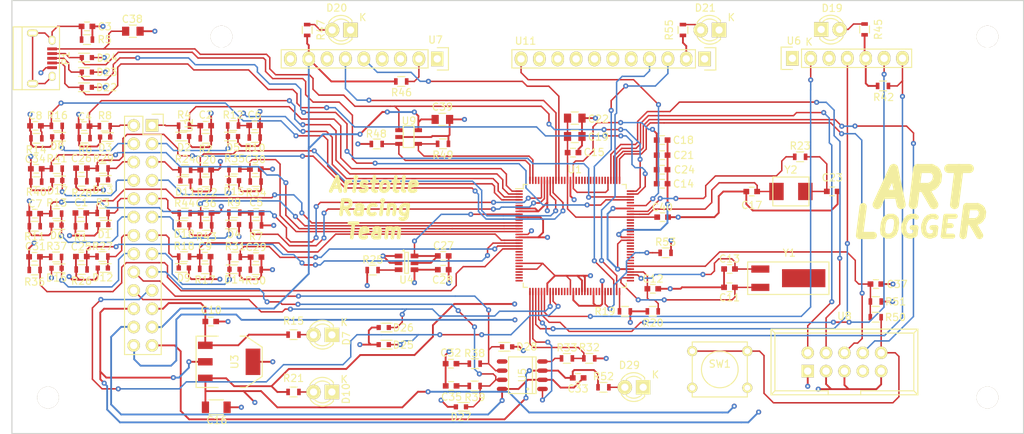
<source format=kicad_pcb>
(kicad_pcb (version 4) (host pcbnew 4.0.2-stable)
  (layers (0 Up.Layer signal) (1 Ground.Layer power) (2 Power.Layer power) (31 Down.Layer signal) (34 B.Paste user) (35 F.Paste user) (36 B.SilkS user) (37 F.SilkS user) (38 B.Mask user) (39 F.Mask user) (44 Edge.Cuts user))
  (net 0 "")
  (net 1 AIN10/PE3)
  (net 2 GND)
  (net 3 AIN1/PD0)
  (net 4 "Net-(C3-Pad1)")
  (net 5 AIN2/PD1)
  (net 6 AIN11/PE4)
  (net 7 AIN3/PD2)
  (net 8 AIN12/PE5)
  (net 9 AIN4/PD3)
  (net 10 AIN13/PK0)
  (net 11 +5V)
  (net 12 "Net-(C11-Pad1)")
  (net 13 "Net-(C12-Pad1)")
  (net 14 "Net-(C13-Pad1)")
  (net 15 +3V3)
  (net 16 "Net-(C15-Pad1)")
  (net 17 "Net-(C17-Pad1)")
  (net 18 AIN5/PB4)
  (net 19 "Net-(C23-Pad1)")
  (net 20 AIN14/PK1)
  (net 21 AIN6/PB5)
  (net 22 3V_REF)
  (net 23 AIN15/PK2)
  (net 24 AIN7/PE0)
  (net 25 AIN16/PK3)
  (net 26 "Net-(C32-Pad1)")
  (net 27 AIN8/PE1)
  (net 28 "Net-(C35-Pad1)")
  (net 29 AIN9/PE2)
  (net 30 VBUS/PB1)
  (net 31 ANALOG10)
  (net 32 ANALOG1)
  (net 33 ANALOG2)
  (net 34 ANALOG11)
  (net 35 ANALOG3)
  (net 36 ANALOG12)
  (net 37 "Net-(D7-Pad2)")
  (net 38 ANALOG4)
  (net 39 ANALOG13)
  (net 40 "Net-(D10-Pad2)")
  (net 41 ANALOG5)
  (net 42 ANALOG14)
  (net 43 ANALOG6)
  (net 44 ANALOG15)
  (net 45 ANALOG7)
  (net 46 ANALOG16)
  (net 47 ANALOG8)
  (net 48 ANALOG9)
  (net 49 "Net-(D19-Pad2)")
  (net 50 "Net-(D20-Pad2)")
  (net 51 "Net-(D21-Pad2)")
  (net 52 USBD_P/PL6)
  (net 53 USBD_N/PL7)
  (net 54 "Net-(R19-Pad1)")
  (net 55 "Net-(R23-Pad2)")
  (net 56 "Net-(R25-Pad2)")
  (net 57 CAN0RX/PA0)
  (net 58 "Net-(R33-Pad1)")
  (net 59 CAN_L)
  (net 60 CAN_H)
  (net 61 SSI0Fss/PA3)
  (net 62 "Net-(R46-Pad1)")
  (net 63 USB0PFLT/PD7)
  (net 64 USB0EPEN/PD6)
  (net 65 "Net-(R50-Pad2)")
  (net 66 "Net-(U1-Pad5)")
  (net 67 "Net-(U1-Pad6)")
  (net 68 "Net-(U1-Pad11)")
  (net 69 "Net-(U1-Pad22)")
  (net 70 "Net-(U1-Pad23)")
  (net 71 "Net-(U1-Pad24)")
  (net 72 "Net-(U1-Pad25)")
  (net 73 "Net-(U1-Pad27)")
  (net 74 "Net-(U1-Pad29)")
  (net 75 "Net-(U1-Pad30)")
  (net 76 "Net-(U1-Pad31)")
  (net 77 "Net-(U1-Pad32)")
  (net 78 CAN0TX/PA1)
  (net 79 SSI0Clk/PA2)
  (net 80 SSI0XDAT0/PA4)
  (net 81 SSI0XDAT1/PA5)
  (net 82 "Net-(U1-Pad42)")
  (net 83 "Net-(U1-Pad43)")
  (net 84 "Net-(U1-Pad44)")
  (net 85 "Net-(U1-Pad45)")
  (net 86 "Net-(U1-Pad46)")
  (net 87 "Net-(U1-Pad49)")
  (net 88 "Net-(U1-Pad50)")
  (net 89 "Net-(U1-Pad53)")
  (net 90 "Net-(U1-Pad54)")
  (net 91 "Net-(U1-Pad56)")
  (net 92 "Net-(U1-Pad57)")
  (net 93 "Net-(U1-Pad60)")
  (net 94 "Net-(U1-Pad61)")
  (net 95 I2C3SDA/PK5)
  (net 96 I2C3SCL/PK4)
  (net 97 "Net-(U1-Pad65)")
  (net 98 "Net-(U1-Pad71)")
  (net 99 "Net-(U1-Pad72)")
  (net 100 "Net-(U1-Pad73)")
  (net 101 "Net-(U1-Pad74)")
  (net 102 "Net-(U1-Pad75)")
  (net 103 "Net-(U1-Pad76)")
  (net 104 "Net-(U1-Pad77)")
  (net 105 "Net-(U1-Pad78)")
  (net 106 "Net-(U1-Pad81)")
  (net 107 "Net-(U1-Pad82)")
  (net 108 "Net-(U1-Pad83)")
  (net 109 "Net-(U1-Pad84)")
  (net 110 "Net-(U1-Pad85)")
  (net 111 "Net-(U1-Pad86)")
  (net 112 ACC_INT/PB2)
  (net 113 "Net-(U1-Pad92)")
  (net 114 TDO/PC3)
  (net 115 TDI/PC2)
  (net 116 TMS/PC1)
  (net 117 TCK/PC0)
  (net 118 "Net-(U1-Pad102)")
  (net 119 "Net-(U1-Pad103)")
  (net 120 "Net-(U1-Pad104)")
  (net 121 "Net-(U1-Pad105)")
  (net 122 "Net-(U1-Pad106)")
  (net 123 "Net-(U1-Pad107)")
  (net 124 "Net-(U1-Pad108)")
  (net 125 "Net-(U1-Pad109)")
  (net 126 "Net-(U1-Pad110)")
  (net 127 "Net-(U1-Pad111)")
  (net 128 "Net-(U1-Pad112)")
  (net 129 "Net-(U1-Pad116)")
  (net 130 "Net-(U1-Pad117)")
  (net 131 U6RX/PP0)
  (net 132 U6TX/PP1)
  (net 133 "Net-(U1-Pad125)")
  (net 134 "Net-(U1-Pad126)")
  (net 135 "Net-(U5-Pad5)")
  (net 136 "Net-(U6-Pad1)")
  (net 137 "Net-(U7-Pad1)")
  (net 138 "Net-(U7-Pad3)")
  (net 139 "Net-(U7-Pad4)")
  (net 140 "Net-(U7-Pad9)")
  (net 141 "Net-(U11-Pad5)")
  (net 142 "Net-(U11-Pad6)")
  (net 143 "Net-(U11-Pad7)")
  (net 144 "Net-(U11-Pad8)")
  (net 145 "Net-(U11-Pad9)")
  (net 146 "Net-(U11-Pad10)")
  (net 147 TM4C/~RESET)
  (net 148 "Net-(U8-Pad7)")
  (net 149 TARGET_ID/PB0)
  (net 150 TEL_OUT/PA6)
  (net 151 TEL_IN/PA7)
  (net 152 "Net-(D29-Pad2)")
  (net 153 "Net-(R53-Pad1)")
  (module Capacitors_SMD:C_0603 (layer Up.Layer) (at 87.68 105.35 180)
    (fp_text reference C1 (at -0.05 1.45 180) (layer F.SilkS))
    (fp_text value 100p)
    (pad 1 smd rect (at -0.75 0 180) (size 0.8 0.75) (layers Up.Layer F.Paste F.Mask) (net 1 AIN10/PE3))
    (pad 2 smd rect (at 0.75 0 180) (size 0.8 0.75) (layers Up.Layer F.Paste F.Mask) (net 2 GND))
  )
  (module Capacitors_SMD:C_0603 (layer Up.Layer) (at 104.96 93.26)
    (fp_text reference C2 (at 0 -1.5) (layer F.SilkS))
    (fp_text value 100p)
    (pad 1 smd rect (at -0.75 0) (size 0.8 0.75) (layers Up.Layer F.Paste F.Mask) (net 3 AIN1/PD0))
    (pad 2 smd rect (at 0.75 0) (size 0.8 0.75) (layers Up.Layer F.Paste F.Mask) (net 2 GND))
  )
  (module Capacitors_SMD:C_0603 (layer Up.Layer) (at 88.53 79.5)
    (fp_text reference C3 (at 2.45 0.04) (layer F.SilkS))
    (fp_text value 3.3n)
    (pad 1 smd rect (at -0.75 0) (size 0.8 0.75) (layers Up.Layer F.Paste F.Mask) (net 4 "Net-(C3-Pad1)"))
    (pad 2 smd rect (at 0.75 0) (size 0.8 0.75) (layers Up.Layer F.Paste F.Mask) (net 2 GND))
  )
  (module Capacitors_SMD:C_0603 (layer Up.Layer) (at 88.13 93.32 180)
    (fp_text reference C4 (at -0.12 1.31 180) (layer F.SilkS))
    (fp_text value 100p)
    (pad 1 smd rect (at -0.75 0 180) (size 0.8 0.75) (layers Up.Layer F.Paste F.Mask) (net 5 AIN2/PD1))
    (pad 2 smd rect (at 0.75 0 180) (size 0.8 0.75) (layers Up.Layer F.Paste F.Mask) (net 2 GND))
  )
  (module Capacitors_SMD:C_0603 (layer Up.Layer) (at 111.94 105.34)
    (fp_text reference C5 (at 0 -1.44) (layer F.SilkS))
    (fp_text value 100p)
    (pad 1 smd rect (at -0.75 0) (size 0.8 0.75) (layers Up.Layer F.Paste F.Mask) (net 6 AIN11/PE4))
    (pad 2 smd rect (at 0.75 0) (size 0.8 0.75) (layers Up.Layer F.Paste F.Mask) (net 2 GND))
  )
  (module Capacitors_SMD:C_0603 (layer Up.Layer) (at 111.72 93.22)
    (fp_text reference C6 (at -0.01 -1.44) (layer F.SilkS))
    (fp_text value 100p)
    (pad 1 smd rect (at -0.75 0) (size 0.8 0.75) (layers Up.Layer F.Paste F.Mask) (net 7 AIN3/PD2))
    (pad 2 smd rect (at 0.75 0) (size 0.8 0.75) (layers Up.Layer F.Paste F.Mask) (net 2 GND))
  )
  (module Capacitors_SMD:C_0603 (layer Up.Layer) (at 81.3 105.44 180)
    (fp_text reference C7 (at -0.08 1.36 180) (layer F.SilkS))
    (fp_text value 100p)
    (pad 1 smd rect (at -0.75 0 180) (size 0.8 0.75) (layers Up.Layer F.Paste F.Mask) (net 8 AIN12/PE5))
    (pad 2 smd rect (at 0.75 0 180) (size 0.8 0.75) (layers Up.Layer F.Paste F.Mask) (net 2 GND))
  )
  (module Capacitors_SMD:C_0603 (layer Up.Layer) (at 81.4 93.28 180)
    (fp_text reference C8 (at 0.01 1.4 180) (layer F.SilkS))
    (fp_text value 100p)
    (pad 1 smd rect (at -0.75 0 180) (size 0.8 0.75) (layers Up.Layer F.Paste F.Mask) (net 9 AIN4/PD3))
    (pad 2 smd rect (at 0.75 0 180) (size 0.8 0.75) (layers Up.Layer F.Paste F.Mask) (net 2 GND))
  )
  (module Capacitors_SMD:C_0603 (layer Up.Layer) (at 104.88 111.4)
    (fp_text reference C9 (at -0.01 -1.42) (layer F.SilkS))
    (fp_text value 100p)
    (pad 1 smd rect (at -0.75 0) (size 0.8 0.75) (layers Up.Layer F.Paste F.Mask) (net 10 AIN13/PK0))
    (pad 2 smd rect (at 0.75 0) (size 0.8 0.75) (layers Up.Layer F.Paste F.Mask) (net 2 GND))
  )
  (module Capacitors_SMD:C_0603 (layer Up.Layer) (at 105.66 120.39)
    (fp_text reference C10 (at 0.06 -1.59) (layer F.SilkS))
    (fp_text value 0.1u)
    (pad 1 smd rect (at -0.75 0) (size 0.8 0.75) (layers Up.Layer F.Paste F.Mask) (net 11 +5V))
    (pad 2 smd rect (at 0.75 0) (size 0.8 0.75) (layers Up.Layer F.Paste F.Mask) (net 2 GND))
  )
  (module Capacitors_SMD:C_0603 (layer Up.Layer) (at 177.44 115.65 180)
    (fp_text reference C11 (at -0.01 -1.43 180) (layer F.SilkS))
    (fp_text value 12p)
    (pad 1 smd rect (at -0.75 0 180) (size 0.8 0.75) (layers Up.Layer F.Paste F.Mask) (net 12 "Net-(C11-Pad1)"))
    (pad 2 smd rect (at 0.75 0 180) (size 0.8 0.75) (layers Up.Layer F.Paste F.Mask) (net 2 GND))
  )
  (module Capacitors_SMD:C_0603 (layer Up.Layer) (at 166.83 115.85)
    (fp_text reference C12 (at 0.03 -1.37) (layer F.SilkS))
    (fp_text value 0.1u)
    (pad 1 smd rect (at -0.75 0) (size 0.8 0.75) (layers Up.Layer F.Paste F.Mask) (net 13 "Net-(C12-Pad1)"))
    (pad 2 smd rect (at 0.75 0) (size 0.8 0.75) (layers Up.Layer F.Paste F.Mask) (net 2 GND))
  )
  (module Capacitors_SMD:C_0603 (layer Up.Layer) (at 177.45 113.11 180)
    (fp_text reference C13 (at 0 1.4 180) (layer F.SilkS))
    (fp_text value 12p)
    (pad 1 smd rect (at -0.75 0 180) (size 0.8 0.75) (layers Up.Layer F.Paste F.Mask) (net 14 "Net-(C13-Pad1)"))
    (pad 2 smd rect (at 0.75 0 180) (size 0.8 0.75) (layers Up.Layer F.Paste F.Mask) (net 2 GND))
  )
  (module Capacitors_SMD:C_0603 (layer Up.Layer) (at 168.12 101.3)
    (fp_text reference C14 (at 2.96 0.02) (layer F.SilkS))
    (fp_text value 0.1u)
    (pad 1 smd rect (at -0.75 0) (size 0.8 0.75) (layers Up.Layer F.Paste F.Mask) (net 15 +3V3))
    (pad 2 smd rect (at 0.75 0) (size 0.8 0.75) (layers Up.Layer F.Paste F.Mask) (net 2 GND))
  )
  (module Capacitors_SMD:C_0603 (layer Up.Layer) (at 155.79 96.99)
    (fp_text reference C15 (at 2.92 -0.05) (layer F.SilkS))
    (fp_text value 0.1u)
    (pad 1 smd rect (at -0.75 0) (size 0.8 0.75) (layers Up.Layer F.Paste F.Mask) (net 16 "Net-(C15-Pad1)"))
    (pad 2 smd rect (at 0.75 0) (size 0.8 0.75) (layers Up.Layer F.Paste F.Mask) (net 2 GND))
  )
  (module Capacitors_SMD:C_1206 (layer Up.Layer) (at 106.42 132.27)
    (fp_text reference C16 (at 0.08 1.81) (layer F.SilkS))
    (fp_text value 10u)
    (pad 1 smd rect (at -1.5 0) (size 1 1.6) (layers Up.Layer F.Paste F.Mask) (net 15 +3V3))
    (pad 2 smd rect (at 1.5 0) (size 1 1.6) (layers Up.Layer F.Paste F.Mask) (net 2 GND))
  )
  (module Capacitors_SMD:C_0603 (layer Up.Layer) (at 180.52 102.38 180)
    (fp_text reference C17 (at 0 -1.9 180) (layer F.SilkS))
    (fp_text value 12p)
    (pad 1 smd rect (at -0.75 0 180) (size 0.8 0.75) (layers Up.Layer F.Paste F.Mask) (net 17 "Net-(C17-Pad1)"))
    (pad 2 smd rect (at 0.75 0 180) (size 0.8 0.75) (layers Up.Layer F.Paste F.Mask) (net 2 GND))
  )
  (module Capacitors_SMD:C_0603 (layer Up.Layer) (at 168.12 95.25)
    (fp_text reference C18 (at 2.94 0.01) (layer F.SilkS))
    (fp_text value 0.1u)
    (pad 1 smd rect (at -0.75 0) (size 0.8 0.75) (layers Up.Layer F.Paste F.Mask) (net 15 +3V3))
    (pad 2 smd rect (at 0.75 0) (size 0.8 0.75) (layers Up.Layer F.Paste F.Mask) (net 2 GND))
  )
  (module Capacitors_SMD:C_0805 (layer Up.Layer) (at 156.03 94.75)
    (fp_text reference C19 (at 3.27 0.06) (layer F.SilkS))
    (fp_text value 1u)
    (pad 1 smd rect (at -1 0) (size 1 1.25) (layers Up.Layer F.Paste F.Mask) (net 16 "Net-(C15-Pad1)"))
    (pad 2 smd rect (at 1 0) (size 1 1.25) (layers Up.Layer F.Paste F.Mask) (net 2 GND))
  )
  (module Capacitors_SMD:C_0603 (layer Up.Layer) (at 104.96 99.37)
    (fp_text reference C20 (at 0 -1.38) (layer F.SilkS))
    (fp_text value 100p)
    (pad 1 smd rect (at -0.75 0) (size 0.8 0.75) (layers Up.Layer F.Paste F.Mask) (net 18 AIN5/PB4))
    (pad 2 smd rect (at 0.75 0) (size 0.8 0.75) (layers Up.Layer F.Paste F.Mask) (net 2 GND))
  )
  (module Capacitors_SMD:C_0603 (layer Up.Layer) (at 168.12 97.34)
    (fp_text reference C21 (at 2.99 0.01) (layer F.SilkS))
    (fp_text value 0.1u)
    (pad 1 smd rect (at -0.75 0) (size 0.8 0.75) (layers Up.Layer F.Paste F.Mask) (net 15 +3V3))
    (pad 2 smd rect (at 0.75 0) (size 0.8 0.75) (layers Up.Layer F.Paste F.Mask) (net 2 GND))
  )
  (module Capacitors_SMD:C_0805 (layer Up.Layer) (at 156.03 92.21)
    (fp_text reference C22 (at 3.27 0.12) (layer F.SilkS))
    (fp_text value 2.2u)
    (pad 1 smd rect (at -1 0) (size 1 1.25) (layers Up.Layer F.Paste F.Mask) (net 16 "Net-(C15-Pad1)"))
    (pad 2 smd rect (at 1 0) (size 1 1.25) (layers Up.Layer F.Paste F.Mask) (net 2 GND))
  )
  (module Capacitors_SMD:C_0603 (layer Up.Layer) (at 191.66 102.36)
    (fp_text reference C23 (at 0 -1.9) (layer F.SilkS))
    (fp_text value 12p)
    (pad 1 smd rect (at -0.75 0) (size 0.8 0.75) (layers Up.Layer F.Paste F.Mask) (net 19 "Net-(C23-Pad1)"))
    (pad 2 smd rect (at 0.75 0) (size 0.8 0.75) (layers Up.Layer F.Paste F.Mask) (net 2 GND))
  )
  (module Capacitors_SMD:C_0603 (layer Up.Layer) (at 168.11 99.36)
    (fp_text reference C24 (at 3.1 0) (layer F.SilkS))
    (fp_text value 0.1u)
    (pad 1 smd rect (at -0.75 0) (size 0.8 0.75) (layers Up.Layer F.Paste F.Mask) (net 15 +3V3))
    (pad 2 smd rect (at 0.75 0) (size 0.8 0.75) (layers Up.Layer F.Paste F.Mask) (net 2 GND))
  )
  (module Capacitors_SMD:C_0603 (layer Up.Layer) (at 87.75 111.39 180)
    (fp_text reference C25 (at 0.02 1.36 180) (layer F.SilkS))
    (fp_text value 100p)
    (pad 1 smd rect (at -0.75 0 180) (size 0.8 0.75) (layers Up.Layer F.Paste F.Mask) (net 20 AIN14/PK1))
    (pad 2 smd rect (at 0.75 0 180) (size 0.8 0.75) (layers Up.Layer F.Paste F.Mask) (net 2 GND))
  )
  (module Capacitors_SMD:C_0603 (layer Up.Layer) (at 87.77 99.14 180)
    (fp_text reference C26 (at 0.01 1.36 180) (layer F.SilkS))
    (fp_text value 100p)
    (pad 1 smd rect (at -0.75 0 180) (size 0.8 0.75) (layers Up.Layer F.Paste F.Mask) (net 21 AIN6/PB5))
    (pad 2 smd rect (at 0.75 0 180) (size 0.8 0.75) (layers Up.Layer F.Paste F.Mask) (net 2 GND))
  )
  (module Capacitors_SMD:C_0603 (layer Up.Layer) (at 137.83 111.3)
    (fp_text reference C27 (at 0.04 -1.42) (layer F.SilkS))
    (fp_text value 0.1u)
    (pad 1 smd rect (at -0.75 0) (size 0.8 0.75) (layers Up.Layer F.Paste F.Mask) (net 22 3V_REF))
    (pad 2 smd rect (at 0.75 0) (size 0.8 0.75) (layers Up.Layer F.Paste F.Mask) (net 2 GND))
  )
  (module Capacitors_SMD:C_0603 (layer Up.Layer) (at 137.83 113.21)
    (fp_text reference C28 (at -0.09 1.41) (layer F.SilkS))
    (fp_text value 0.1u)
    (pad 1 smd rect (at -0.75 0) (size 0.8 0.75) (layers Up.Layer F.Paste F.Mask) (net 15 +3V3))
    (pad 2 smd rect (at 0.75 0) (size 0.8 0.75) (layers Up.Layer F.Paste F.Mask) (net 2 GND))
  )
  (module Capacitors_SMD:C_0603 (layer Up.Layer) (at 111.92 111.47)
    (fp_text reference C29 (at 0 -1.38) (layer F.SilkS))
    (fp_text value 100p)
    (pad 1 smd rect (at -0.75 0) (size 0.8 0.75) (layers Up.Layer F.Paste F.Mask) (net 23 AIN15/PK2))
    (pad 2 smd rect (at 0.75 0) (size 0.8 0.75) (layers Up.Layer F.Paste F.Mask) (net 2 GND))
  )
  (module Capacitors_SMD:C_0603 (layer Up.Layer) (at 111.83 99.27)
    (fp_text reference C30 (at 0 -1.34) (layer F.SilkS))
    (fp_text value 100p)
    (pad 1 smd rect (at -0.75 0) (size 0.8 0.75) (layers Up.Layer F.Paste F.Mask) (net 24 AIN7/PE0))
    (pad 2 smd rect (at 0.75 0) (size 0.8 0.75) (layers Up.Layer F.Paste F.Mask) (net 2 GND))
  )
  (module Capacitors_SMD:C_0603 (layer Up.Layer) (at 81.27 111.42 180)
    (fp_text reference C31 (at -0.12 1.42 180) (layer F.SilkS))
    (fp_text value 100p)
    (pad 1 smd rect (at -0.75 0 180) (size 0.8 0.75) (layers Up.Layer F.Paste F.Mask) (net 25 AIN16/PK3))
    (pad 2 smd rect (at 0.75 0 180) (size 0.8 0.75) (layers Up.Layer F.Paste F.Mask) (net 2 GND))
  )
  (module Capacitors_SMD:C_0603 (layer Up.Layer) (at 138.91 126.23 180)
    (fp_text reference C32 (at 0.04 1.5 180) (layer F.SilkS))
    (fp_text value 560p)
    (pad 1 smd rect (at -0.75 0 180) (size 0.8 0.75) (layers Up.Layer F.Paste F.Mask) (net 26 "Net-(C32-Pad1)"))
    (pad 2 smd rect (at 0.75 0 180) (size 0.8 0.75) (layers Up.Layer F.Paste F.Mask) (net 2 GND))
  )
  (module Capacitors_SMD:C_0603 (layer Up.Layer) (at 156.5 128.2)
    (fp_text reference C33 (at -0.02 1.51) (layer F.SilkS))
    (fp_text value 0.1u)
    (pad 1 smd rect (at -0.75 0) (size 0.8 0.75) (layers Up.Layer F.Paste F.Mask) (net 11 +5V))
    (pad 2 smd rect (at 0.75 0) (size 0.8 0.75) (layers Up.Layer F.Paste F.Mask) (net 2 GND))
  )
  (module Capacitors_SMD:C_0603 (layer Up.Layer) (at 81.51 99.23 180)
    (fp_text reference C34 (at 0.14 1.36 180) (layer F.SilkS))
    (fp_text value 100p)
    (pad 1 smd rect (at -0.75 0 180) (size 0.8 0.75) (layers Up.Layer F.Paste F.Mask) (net 27 AIN8/PE1))
    (pad 2 smd rect (at 0.75 0 180) (size 0.8 0.75) (layers Up.Layer F.Paste F.Mask) (net 2 GND))
  )
  (module Capacitors_SMD:C_0603 (layer Up.Layer) (at 138.92 129.31 180)
    (fp_text reference C35 (at -0.06 -1.53 180) (layer F.SilkS))
    (fp_text value 560p)
    (pad 1 smd rect (at -0.75 0 180) (size 0.8 0.75) (layers Up.Layer F.Paste F.Mask) (net 28 "Net-(C35-Pad1)"))
    (pad 2 smd rect (at 0.75 0 180) (size 0.8 0.75) (layers Up.Layer F.Paste F.Mask) (net 2 GND))
  )
  (module Capacitors_SMD:C_0603 (layer Up.Layer) (at 105.01 105.35)
    (fp_text reference C36 (at 0 -1.34) (layer F.SilkS))
    (fp_text value 100p)
    (pad 1 smd rect (at -0.75 0) (size 0.8 0.75) (layers Up.Layer F.Paste F.Mask) (net 29 AIN9/PE2))
    (pad 2 smd rect (at 0.75 0) (size 0.8 0.75) (layers Up.Layer F.Paste F.Mask) (net 2 GND))
  )
  (module Capacitors_SMD:C_0603 (layer Up.Layer) (at 197.7 115.2)
    (fp_text reference C37 (at 2.94 0.03) (layer F.SilkS))
    (fp_text value 0.1u)
    (pad 1 smd rect (at -0.75 0) (size 0.8 0.75) (layers Up.Layer F.Paste F.Mask) (net 147 TM4C/~RESET))
    (pad 2 smd rect (at 0.75 0) (size 0.8 0.75) (layers Up.Layer F.Paste F.Mask) (net 2 GND))
  )
  (module Capacitors_SMD:C_0805 (layer Up.Layer) (at 94.88 80.17)
    (fp_text reference C38 (at -0.08 -1.68) (layer F.SilkS))
    (fp_text value 4.7u)
    (pad 1 smd rect (at -1 0) (size 1 1.25) (layers Up.Layer F.Paste F.Mask) (net 30 VBUS/PB1))
    (pad 2 smd rect (at 1 0) (size 1 1.25) (layers Up.Layer F.Paste F.Mask) (net 2 GND))
  )
  (module Capacitors_SMD:C_0805 (layer Up.Layer) (at 137.71 92.39)
    (fp_text reference C39 (at 0 -1.73) (layer F.SilkS))
    (fp_text value 4.7u)
    (pad 1 smd rect (at -1 0) (size 1 1.25) (layers Up.Layer F.Paste F.Mask) (net 11 +5V))
    (pad 2 smd rect (at 1 0) (size 1 1.25) (layers Up.Layer F.Paste F.Mask) (net 2 GND))
  )
  (module Diodes_SMD:SOD-523 (layer Up.Layer) (at 90.78 106.97)
    (fp_text reference D1 (at 0.17 1.34) (layer F.SilkS))
    (fp_text value TVS)
    (pad 2 smd rect (at -0.7 0) (size 0.6 0.7) (layers Up.Layer F.Paste F.Mask) (net 2 GND))
    (pad 1 smd rect (at 0.7 0) (size 0.6 0.7) (layers Up.Layer F.Paste F.Mask) (net 31 ANALOG10))
  )
  (module Diodes_SMD:SOD-523 (layer Up.Layer) (at 101.96 94.76 180)
    (fp_text reference D2 (at 0 -1.5 180) (layer F.SilkS))
    (fp_text value TVS)
    (pad 2 smd rect (at -0.7 0 180) (size 0.6 0.7) (layers Up.Layer F.Paste F.Mask) (net 2 GND))
    (pad 1 smd rect (at 0.7 0 180) (size 0.6 0.7) (layers Up.Layer F.Paste F.Mask) (net 32 ANALOG1))
  )
  (module Diodes_SMD:SOD-523 (layer Up.Layer) (at 91.04 94.83)
    (fp_text reference D3 (at 0.01 1.45) (layer F.SilkS))
    (fp_text value TVS)
    (pad 2 smd rect (at -0.7 0) (size 0.6 0.7) (layers Up.Layer F.Paste F.Mask) (net 2 GND))
    (pad 1 smd rect (at 0.7 0) (size 0.6 0.7) (layers Up.Layer F.Paste F.Mask) (net 33 ANALOG2))
  )
  (module Diodes_SMD:SOD-523 (layer Up.Layer) (at 108.87 106.95 180)
    (fp_text reference D4 (at 0 -1.36 180) (layer F.SilkS))
    (fp_text value TVS)
    (pad 2 smd rect (at -0.7 0 180) (size 0.6 0.7) (layers Up.Layer F.Paste F.Mask) (net 2 GND))
    (pad 1 smd rect (at 0.7 0 180) (size 0.6 0.7) (layers Up.Layer F.Paste F.Mask) (net 34 ANALOG11))
  )
  (module Diodes_SMD:SOD-523 (layer Up.Layer) (at 108.73 94.76 180)
    (fp_text reference D5 (at 0 -1.5 180) (layer F.SilkS))
    (fp_text value TVS)
    (pad 2 smd rect (at -0.7 0 180) (size 0.6 0.7) (layers Up.Layer F.Paste F.Mask) (net 2 GND))
    (pad 1 smd rect (at 0.7 0 180) (size 0.6 0.7) (layers Up.Layer F.Paste F.Mask) (net 35 ANALOG3))
  )
  (module Diodes_SMD:SOD-523 (layer Up.Layer) (at 84.31 107.03)
    (fp_text reference D6 (at 0.06 1.42) (layer F.SilkS))
    (fp_text value TVS)
    (pad 2 smd rect (at -0.7 0) (size 0.6 0.7) (layers Up.Layer F.Paste F.Mask) (net 2 GND))
    (pad 1 smd rect (at 0.7 0) (size 0.6 0.7) (layers Up.Layer F.Paste F.Mask) (net 36 ANALOG12))
  )
  (module LEDs:LED-3MM (layer Up.Layer) (at 122.42 122.24 180)
    (fp_text reference D7 (at -2.01 -0.49 270) (layer F.SilkS))
    (fp_text value Led_Small)
    (fp_text user K (at -1.69 1.74 180) (layer F.SilkS))
    (pad 1 thru_hole rect (at 0 0 270) (size 2 2) (drill 1.00076) (layers *.Cu *.Mask F.SilkS) (net 2 GND))
    (pad 2 thru_hole circle (at 2.54 0 180) (size 2 2) (drill 1.00076) (layers *.Cu *.Mask F.SilkS) (net 37 "Net-(D7-Pad2)"))
  )
  (module Diodes_SMD:SOD-523 (layer Up.Layer) (at 84.41 94.79)
    (fp_text reference D8 (at 0 1.3) (layer F.SilkS))
    (fp_text value TVS)
    (pad 2 smd rect (at -0.7 0) (size 0.6 0.7) (layers Up.Layer F.Paste F.Mask) (net 2 GND))
    (pad 1 smd rect (at 0.7 0) (size 0.6 0.7) (layers Up.Layer F.Paste F.Mask) (net 38 ANALOG4))
  )
  (module Diodes_SMD:SOD-523 (layer Up.Layer) (at 101.93 112.97 180)
    (fp_text reference D9 (at 0 -1.38 180) (layer F.SilkS))
    (fp_text value TVS)
    (pad 2 smd rect (at -0.7 0 180) (size 0.6 0.7) (layers Up.Layer F.Paste F.Mask) (net 2 GND))
    (pad 1 smd rect (at 0.7 0 180) (size 0.6 0.7) (layers Up.Layer F.Paste F.Mask) (net 39 ANALOG13))
  )
  (module LEDs:LED-3MM (layer Up.Layer) (at 122.42 130.15 180)
    (fp_text reference D10 (at -1.96 -0.23 270) (layer F.SilkS))
    (fp_text value Led_Small)
    (fp_text user K (at -1.69 1.74 180) (layer F.SilkS))
    (pad 1 thru_hole rect (at 0 0 270) (size 2 2) (drill 1.00076) (layers *.Cu *.Mask F.SilkS) (net 2 GND))
    (pad 2 thru_hole circle (at 2.54 0 180) (size 2 2) (drill 1.00076) (layers *.Cu *.Mask F.SilkS) (net 40 "Net-(D10-Pad2)"))
  )
  (module Diodes_SMD:SOD-523 (layer Up.Layer) (at 102.16 100.92 180)
    (fp_text reference D11 (at 0 -1.5 180) (layer F.SilkS))
    (fp_text value TVS)
    (pad 2 smd rect (at -0.7 0 180) (size 0.6 0.7) (layers Up.Layer F.Paste F.Mask) (net 2 GND))
    (pad 1 smd rect (at 0.7 0 180) (size 0.6 0.7) (layers Up.Layer F.Paste F.Mask) (net 41 ANALOG5))
  )
  (module Diodes_SMD:SOD-523 (layer Up.Layer) (at 90.72 112.98)
    (fp_text reference D12 (at -0.01 1.33) (layer F.SilkS))
    (fp_text value TVS)
    (pad 2 smd rect (at -0.7 0) (size 0.6 0.7) (layers Up.Layer F.Paste F.Mask) (net 2 GND))
    (pad 1 smd rect (at 0.7 0) (size 0.6 0.7) (layers Up.Layer F.Paste F.Mask) (net 42 ANALOG14))
  )
  (module Diodes_SMD:SOD-523 (layer Up.Layer) (at 90.74 100.77)
    (fp_text reference D13 (at -0.005 1.395) (layer F.SilkS))
    (fp_text value TVS)
    (pad 2 smd rect (at -0.7 0) (size 0.6 0.7) (layers Up.Layer F.Paste F.Mask) (net 2 GND))
    (pad 1 smd rect (at 0.7 0) (size 0.6 0.7) (layers Up.Layer F.Paste F.Mask) (net 43 ANALOG6))
  )
  (module Diodes_SMD:SOD-523 (layer Up.Layer) (at 108.95 113.15 180)
    (fp_text reference D14 (at 0 -1.45 180) (layer F.SilkS))
    (fp_text value TVS)
    (pad 2 smd rect (at -0.7 0 180) (size 0.6 0.7) (layers Up.Layer F.Paste F.Mask) (net 2 GND))
    (pad 1 smd rect (at 0.7 0 180) (size 0.6 0.7) (layers Up.Layer F.Paste F.Mask) (net 44 ANALOG15))
  )
  (module Diodes_SMD:SOD-523 (layer Up.Layer) (at 108.87 100.87 180)
    (fp_text reference D15 (at 0 -1.5 180) (layer F.SilkS))
    (fp_text value TVS)
    (pad 2 smd rect (at -0.7 0 180) (size 0.6 0.7) (layers Up.Layer F.Paste F.Mask) (net 2 GND))
    (pad 1 smd rect (at 0.7 0 180) (size 0.6 0.7) (layers Up.Layer F.Paste F.Mask) (net 45 ANALOG7))
  )
  (module Diodes_SMD:SOD-523 (layer Up.Layer) (at 84.32 113.01)
    (fp_text reference D16 (at 0 1.33) (layer F.SilkS))
    (fp_text value TVS)
    (pad 2 smd rect (at -0.7 0) (size 0.6 0.7) (layers Up.Layer F.Paste F.Mask) (net 2 GND))
    (pad 1 smd rect (at 0.7 0) (size 0.6 0.7) (layers Up.Layer F.Paste F.Mask) (net 46 ANALOG16))
  )
  (module Diodes_SMD:SOD-523 (layer Up.Layer) (at 84.41 100.84)
    (fp_text reference D17 (at 0.02 1.42) (layer F.SilkS))
    (fp_text value TVS)
    (pad 2 smd rect (at -0.7 0) (size 0.6 0.7) (layers Up.Layer F.Paste F.Mask) (net 2 GND))
    (pad 1 smd rect (at 0.7 0) (size 0.6 0.7) (layers Up.Layer F.Paste F.Mask) (net 47 ANALOG8))
  )
  (module Diodes_SMD:SOD-523 (layer Up.Layer) (at 102 106.99 180)
    (fp_text reference D18 (at 0.03 -1.27 180) (layer F.SilkS))
    (fp_text value TVS)
    (pad 2 smd rect (at -0.7 0 180) (size 0.6 0.7) (layers Up.Layer F.Paste F.Mask) (net 2 GND))
    (pad 1 smd rect (at 0.7 0 180) (size 0.6 0.7) (layers Up.Layer F.Paste F.Mask) (net 48 ANALOG9))
  )
  (module LEDs:LED-3MM (layer Up.Layer) (at 190.14 79.92)
    (fp_text reference D19 (at 1.5 -2.94) (layer F.SilkS))
    (fp_text value Led_Small)
    (fp_text user K (at -1.69 1.74) (layer F.SilkS))
    (pad 1 thru_hole rect (at 0 0 90) (size 2 2) (drill 1.00076) (layers *.Cu *.Mask F.SilkS) (net 2 GND))
    (pad 2 thru_hole circle (at 2.54 0) (size 2 2) (drill 1.00076) (layers *.Cu *.Mask F.SilkS) (net 49 "Net-(D19-Pad2)"))
  )
  (module LEDs:LED-3MM (layer Up.Layer) (at 125 80 180)
    (fp_text reference D20 (at 1.91 3.06 180) (layer F.SilkS))
    (fp_text value Led_Small)
    (fp_text user K (at -1.69 1.74 180) (layer F.SilkS))
    (pad 1 thru_hole rect (at 0 0 270) (size 2 2) (drill 1.00076) (layers *.Cu *.Mask F.SilkS) (net 2 GND))
    (pad 2 thru_hole circle (at 2.54 0 180) (size 2 2) (drill 1.00076) (layers *.Cu *.Mask F.SilkS) (net 50 "Net-(D20-Pad2)"))
  )
  (module LEDs:LED-3MM (layer Up.Layer) (at 176 80 180)
    (fp_text reference D21 (at 1.91 3.06 180) (layer F.SilkS))
    (fp_text value Led_Small)
    (fp_text user K (at -1.69 1.74 180) (layer F.SilkS))
    (pad 1 thru_hole rect (at 0 0 270) (size 2 2) (drill 1.00076) (layers *.Cu *.Mask F.SilkS) (net 2 GND))
    (pad 2 thru_hole circle (at 2.54 0 180) (size 2 2) (drill 1.00076) (layers *.Cu *.Mask F.SilkS) (net 51 "Net-(D21-Pad2)"))
  )
  (module Diodes_SMD:SOD-523 (layer Up.Layer) (at 88.5 87.94 180)
    (fp_text reference D22 (at -2.74 -0.02 180) (layer F.SilkS))
    (fp_text value TVS)
    (pad 2 smd rect (at -0.7 0 180) (size 0.6 0.7) (layers Up.Layer F.Paste F.Mask) (net 2 GND))
    (pad 1 smd rect (at 0.7 0 180) (size 0.6 0.7) (layers Up.Layer F.Paste F.Mask) (net 149 TARGET_ID/PB0))
  )
  (module Diodes_SMD:SOD-523 (layer Up.Layer) (at 88.51 85.83 180)
    (fp_text reference D23 (at -2.77 -0.02 180) (layer F.SilkS))
    (fp_text value TVS)
    (pad 2 smd rect (at -0.7 0 180) (size 0.6 0.7) (layers Up.Layer F.Paste F.Mask) (net 2 GND))
    (pad 1 smd rect (at 0.7 0 180) (size 0.6 0.7) (layers Up.Layer F.Paste F.Mask) (net 52 USBD_P/PL6))
  )
  (module Diodes_SMD:SOD-523 (layer Up.Layer) (at 88.51 83.82 180)
    (fp_text reference D24 (at -2.81 -0.06 180) (layer F.SilkS))
    (fp_text value TVS)
    (pad 2 smd rect (at -0.7 0 180) (size 0.6 0.7) (layers Up.Layer F.Paste F.Mask) (net 2 GND))
    (pad 1 smd rect (at 0.7 0 180) (size 0.6 0.7) (layers Up.Layer F.Paste F.Mask) (net 53 USBD_N/PL7))
  )
  (module Connect:USB_Micro-B (layer Up.Layer) (at 82.14 83.92 270)
    (fp_text reference P1 (at 0 -3.45 270) (layer F.SilkS))
    (fp_text value USB_OTG)
    (pad 1 smd rect (at -1.3009 -1.56254) (size 1.35 0.4) (layers Up.Layer F.Paste F.Mask) (net 30 VBUS/PB1))
    (pad 2 smd rect (at -0.6509 -1.56254) (size 1.35 0.4) (layers Up.Layer F.Paste F.Mask) (net 53 USBD_N/PL7))
    (pad 3 smd rect (at -0.0009 -1.56254) (size 1.35 0.4) (layers Up.Layer F.Paste F.Mask) (net 52 USBD_P/PL6))
    (pad 4 smd rect (at 0.6491 -1.56254) (size 1.35 0.4) (layers Up.Layer F.Paste F.Mask) (net 149 TARGET_ID/PB0))
    (pad 5 smd rect (at 1.2991 -1.56254) (size 1.35 0.4) (layers Up.Layer F.Paste F.Mask) (net 2 GND))
    (pad 6 thru_hole oval (at -2.5009 -1.56254) (size 0.95 1.25) (drill oval 0.55 0.85) (layers *.Cu *.Mask F.SilkS) (net 4 "Net-(C3-Pad1)"))
    (pad 6 thru_hole oval (at 2.4991 -1.56254) (size 0.95 1.25) (drill oval 0.55 0.85) (layers *.Cu *.Mask F.SilkS) (net 4 "Net-(C3-Pad1)"))
    (pad 6 thru_hole oval (at -3.5009 1.13746) (size 1.55 1) (drill oval 1.15 0.5) (layers *.Cu *.Mask F.SilkS) (net 4 "Net-(C3-Pad1)"))
    (pad 6 thru_hole oval (at 3.4991 1.13746) (size 1.55 1) (drill oval 1.15 0.5) (layers *.Cu *.Mask F.SilkS) (net 4 "Net-(C3-Pad1)"))
  )
  (module Resistors_SMD:R_0603 (layer Up.Layer) (at 87.68 107.2 180)
    (fp_text reference R1 (at 0 -1.56 180) (layer F.SilkS))
    (fp_text value 150)
    (pad 1 smd rect (at -0.75 0 180) (size 0.5 0.9) (layers Up.Layer F.Paste F.Mask) (net 1 AIN10/PE3))
    (pad 2 smd rect (at 0.75 0 180) (size 0.5 0.9) (layers Up.Layer F.Paste F.Mask) (net 2 GND))
  )
  (module Resistors_SMD:R_0603 (layer Up.Layer) (at 104.96 95.01)
    (fp_text reference R2 (at 0 1.5) (layer F.SilkS))
    (fp_text value 150)
    (pad 1 smd rect (at -0.75 0) (size 0.5 0.9) (layers Up.Layer F.Paste F.Mask) (net 3 AIN1/PD0))
    (pad 2 smd rect (at 0.75 0) (size 0.5 0.9) (layers Up.Layer F.Paste F.Mask) (net 2 GND))
  )
  (module Resistors_SMD:R_0603 (layer Up.Layer) (at 90.69 105.35 180)
    (fp_text reference R3 (at -0.03 1.42 180) (layer F.SilkS))
    (fp_text value 100)
    (pad 1 smd rect (at -0.75 0 180) (size 0.5 0.9) (layers Up.Layer F.Paste F.Mask) (net 31 ANALOG10))
    (pad 2 smd rect (at 0.75 0 180) (size 0.5 0.9) (layers Up.Layer F.Paste F.Mask) (net 1 AIN10/PE3))
  )
  (module Resistors_SMD:R_0603 (layer Up.Layer) (at 101.96 93.26)
    (fp_text reference R4 (at 0 -1.5) (layer F.SilkS))
    (fp_text value 100)
    (pad 1 smd rect (at -0.75 0) (size 0.5 0.9) (layers Up.Layer F.Paste F.Mask) (net 32 ANALOG1))
    (pad 2 smd rect (at 0.75 0) (size 0.5 0.9) (layers Up.Layer F.Paste F.Mask) (net 3 AIN1/PD0))
  )
  (module Resistors_SMD:R_0603 (layer Up.Layer) (at 88.53 81.33)
    (fp_text reference R5 (at 2.44 -0.01) (layer F.SilkS))
    (fp_text value 1M)
    (pad 1 smd rect (at -0.75 0) (size 0.5 0.9) (layers Up.Layer F.Paste F.Mask) (net 4 "Net-(C3-Pad1)"))
    (pad 2 smd rect (at 0.75 0) (size 0.5 0.9) (layers Up.Layer F.Paste F.Mask) (net 2 GND))
  )
  (module Resistors_SMD:R_0603 (layer Up.Layer) (at 88.2 94.98 180)
    (fp_text reference R6 (at -0.09 -1.51 180) (layer F.SilkS))
    (fp_text value 150)
    (pad 1 smd rect (at -0.75 0 180) (size 0.5 0.9) (layers Up.Layer F.Paste F.Mask) (net 5 AIN2/PD1))
    (pad 2 smd rect (at 0.75 0 180) (size 0.5 0.9) (layers Up.Layer F.Paste F.Mask) (net 2 GND))
  )
  (module Resistors_SMD:R_0603 (layer Up.Layer) (at 111.93 107.07)
    (fp_text reference R7 (at -0.01 1.53) (layer F.SilkS))
    (fp_text value 150)
    (pad 1 smd rect (at -0.75 0) (size 0.5 0.9) (layers Up.Layer F.Paste F.Mask) (net 6 AIN11/PE4))
    (pad 2 smd rect (at 0.75 0) (size 0.5 0.9) (layers Up.Layer F.Paste F.Mask) (net 2 GND))
  )
  (module Resistors_SMD:R_0603 (layer Up.Layer) (at 90.99 93.32 180)
    (fp_text reference R8 (at -0.02 1.46 180) (layer F.SilkS))
    (fp_text value 100)
    (pad 1 smd rect (at -0.75 0 180) (size 0.5 0.9) (layers Up.Layer F.Paste F.Mask) (net 33 ANALOG2))
    (pad 2 smd rect (at 0.75 0 180) (size 0.5 0.9) (layers Up.Layer F.Paste F.Mask) (net 5 AIN2/PD1))
  )
  (module Resistors_SMD:R_0603 (layer Up.Layer) (at 108.92 105.31)
    (fp_text reference R9 (at -0.05 -1.41) (layer F.SilkS))
    (fp_text value 100)
    (pad 1 smd rect (at -0.75 0) (size 0.5 0.9) (layers Up.Layer F.Paste F.Mask) (net 34 ANALOG11))
    (pad 2 smd rect (at 0.75 0) (size 0.5 0.9) (layers Up.Layer F.Paste F.Mask) (net 6 AIN11/PE4))
  )
  (module Resistors_SMD:R_0603 (layer Up.Layer) (at 111.74 94.9)
    (fp_text reference R10 (at 0.04 1.45) (layer F.SilkS))
    (fp_text value 150)
    (pad 1 smd rect (at -0.75 0) (size 0.5 0.9) (layers Up.Layer F.Paste F.Mask) (net 7 AIN3/PD2))
    (pad 2 smd rect (at 0.75 0) (size 0.5 0.9) (layers Up.Layer F.Paste F.Mask) (net 2 GND))
  )
  (module Resistors_SMD:R_0603 (layer Up.Layer) (at 81.3 107.19 180)
    (fp_text reference R11 (at 0.02 -1.44 180) (layer F.SilkS))
    (fp_text value 150)
    (pad 1 smd rect (at -0.75 0 180) (size 0.5 0.9) (layers Up.Layer F.Paste F.Mask) (net 8 AIN12/PE5))
    (pad 2 smd rect (at 0.75 0 180) (size 0.5 0.9) (layers Up.Layer F.Paste F.Mask) (net 2 GND))
  )
  (module Resistors_SMD:R_0603 (layer Up.Layer) (at 108.75 93.24)
    (fp_text reference R12 (at 0 -1.47) (layer F.SilkS))
    (fp_text value 100)
    (pad 1 smd rect (at -0.75 0) (size 0.5 0.9) (layers Up.Layer F.Paste F.Mask) (net 35 ANALOG3))
    (pad 2 smd rect (at 0.75 0) (size 0.5 0.9) (layers Up.Layer F.Paste F.Mask) (net 7 AIN3/PD2))
  )
  (module Resistors_SMD:R_0603 (layer Up.Layer) (at 84.27 105.44 180)
    (fp_text reference R13 (at -0.06 1.5 180) (layer F.SilkS))
    (fp_text value 100)
    (pad 1 smd rect (at -0.75 0 180) (size 0.5 0.9) (layers Up.Layer F.Paste F.Mask) (net 36 ANALOG12))
    (pad 2 smd rect (at 0.75 0 180) (size 0.5 0.9) (layers Up.Layer F.Paste F.Mask) (net 8 AIN12/PE5))
  )
  (module Resistors_SMD:R_0603 (layer Up.Layer) (at 81.53 95.01 180)
    (fp_text reference R14 (at 0.04 -1.57 180) (layer F.SilkS))
    (fp_text value 150)
    (pad 1 smd rect (at -0.75 0 180) (size 0.5 0.9) (layers Up.Layer F.Paste F.Mask) (net 9 AIN4/PD3))
    (pad 2 smd rect (at 0.75 0 180) (size 0.5 0.9) (layers Up.Layer F.Paste F.Mask) (net 2 GND))
  )
  (module Resistors_SMD:R_0603 (layer Up.Layer) (at 117.11 122.21)
    (fp_text reference R15 (at 0 -1.9) (layer F.SilkS))
    (fp_text value 1k)
    (pad 1 smd rect (at -0.75 0) (size 0.5 0.9) (layers Up.Layer F.Paste F.Mask) (net 11 +5V))
    (pad 2 smd rect (at 0.75 0) (size 0.5 0.9) (layers Up.Layer F.Paste F.Mask) (net 37 "Net-(D7-Pad2)"))
  )
  (module Resistors_SMD:R_0603 (layer Up.Layer) (at 84.35 93.28 180)
    (fp_text reference R16 (at -0.08 1.44 180) (layer F.SilkS))
    (fp_text value 100)
    (pad 1 smd rect (at -0.75 0 180) (size 0.5 0.9) (layers Up.Layer F.Paste F.Mask) (net 38 ANALOG4))
    (pad 2 smd rect (at 0.75 0 180) (size 0.5 0.9) (layers Up.Layer F.Paste F.Mask) (net 9 AIN4/PD3))
  )
  (module Resistors_SMD:R_0603 (layer Up.Layer) (at 104.88 113.09)
    (fp_text reference R17 (at -0.03 1.54) (layer F.SilkS))
    (fp_text value 150)
    (pad 1 smd rect (at -0.75 0) (size 0.5 0.9) (layers Up.Layer F.Paste F.Mask) (net 10 AIN13/PK0))
    (pad 2 smd rect (at 0.75 0) (size 0.5 0.9) (layers Up.Layer F.Paste F.Mask) (net 2 GND))
  )
  (module Resistors_SMD:R_0603 (layer Up.Layer) (at 101.97 111.4)
    (fp_text reference R18 (at 0 -1.45) (layer F.SilkS))
    (fp_text value 100)
    (pad 1 smd rect (at -0.75 0) (size 0.5 0.9) (layers Up.Layer F.Paste F.Mask) (net 39 ANALOG13))
    (pad 2 smd rect (at 0.75 0) (size 0.5 0.9) (layers Up.Layer F.Paste F.Mask) (net 10 AIN13/PK0))
  )
  (module Resistors_SMD:R_0603 (layer Up.Layer) (at 162.97 118.98)
    (fp_text reference R19 (at -2.76 0) (layer F.SilkS))
    (fp_text value 1M)
    (pad 1 smd rect (at -0.75 0) (size 0.5 0.9) (layers Up.Layer F.Paste F.Mask) (net 54 "Net-(R19-Pad1)"))
    (pad 2 smd rect (at 0.75 0) (size 0.5 0.9) (layers Up.Layer F.Paste F.Mask) (net 15 +3V3))
  )
  (module Resistors_SMD:R_0603 (layer Up.Layer) (at 166.83 118.98 180)
    (fp_text reference R20 (at -0.03 -1.6 180) (layer F.SilkS))
    (fp_text value 51)
    (pad 1 smd rect (at -0.75 0 180) (size 0.5 0.9) (layers Up.Layer F.Paste F.Mask) (net 13 "Net-(C12-Pad1)"))
    (pad 2 smd rect (at 0.75 0 180) (size 0.5 0.9) (layers Up.Layer F.Paste F.Mask) (net 15 +3V3))
  )
  (module Resistors_SMD:R_0603 (layer Up.Layer) (at 117.11 130.15)
    (fp_text reference R21 (at 0 -1.9) (layer F.SilkS))
    (fp_text value 1k)
    (pad 1 smd rect (at -0.75 0) (size 0.5 0.9) (layers Up.Layer F.Paste F.Mask) (net 15 +3V3))
    (pad 2 smd rect (at 0.75 0) (size 0.5 0.9) (layers Up.Layer F.Paste F.Mask) (net 40 "Net-(D10-Pad2)"))
  )
  (module Resistors_SMD:R_0603 (layer Up.Layer) (at 104.96 101.04)
    (fp_text reference R22 (at 0.17 1.48) (layer F.SilkS))
    (fp_text value 150)
    (pad 1 smd rect (at -0.75 0) (size 0.5 0.9) (layers Up.Layer F.Paste F.Mask) (net 18 AIN5/PB4))
    (pad 2 smd rect (at 0.75 0) (size 0.5 0.9) (layers Up.Layer F.Paste F.Mask) (net 2 GND))
  )
  (module Resistors_SMD:R_0603 (layer Up.Layer) (at 187.22 97.57 180)
    (fp_text reference R23 (at 0 1.51 180) (layer F.SilkS))
    (fp_text value 2k)
    (pad 1 smd rect (at -0.75 0 180) (size 0.5 0.9) (layers Up.Layer F.Paste F.Mask) (net 19 "Net-(C23-Pad1)"))
    (pad 2 smd rect (at 0.75 0 180) (size 0.5 0.9) (layers Up.Layer F.Paste F.Mask) (net 55 "Net-(R23-Pad2)"))
  )
  (module Resistors_SMD:R_0603 (layer Up.Layer) (at 102.12 99.37)
    (fp_text reference R24 (at 0 -1.5) (layer F.SilkS))
    (fp_text value 100)
    (pad 1 smd rect (at -0.75 0) (size 0.5 0.9) (layers Up.Layer F.Paste F.Mask) (net 41 ANALOG5))
    (pad 2 smd rect (at 0.75 0) (size 0.5 0.9) (layers Up.Layer F.Paste F.Mask) (net 18 AIN5/PB4))
  )
  (module Resistors_SMD:R_0603 (layer Up.Layer) (at 128.06 113.26)
    (fp_text reference R25 (at 0.02 -1.44) (layer F.SilkS))
    (fp_text value 10k)
    (pad 1 smd rect (at -0.75 0) (size 0.5 0.9) (layers Up.Layer F.Paste F.Mask) (net 15 +3V3))
    (pad 2 smd rect (at 0.75 0) (size 0.5 0.9) (layers Up.Layer F.Paste F.Mask) (net 56 "Net-(R25-Pad2)"))
  )
  (module Resistors_SMD:R_0603 (layer Up.Layer) (at 87.79 113.18 180)
    (fp_text reference R26 (at 0.02 -1.6 180) (layer F.SilkS))
    (fp_text value 150)
    (pad 1 smd rect (at -0.75 0 180) (size 0.5 0.9) (layers Up.Layer F.Paste F.Mask) (net 20 AIN14/PK1))
    (pad 2 smd rect (at 0.75 0 180) (size 0.5 0.9) (layers Up.Layer F.Paste F.Mask) (net 2 GND))
  )
  (module Resistors_SMD:R_0603 (layer Up.Layer) (at 90.67 111.39 180)
    (fp_text reference R27 (at 0 1.42 180) (layer F.SilkS))
    (fp_text value 100)
    (pad 1 smd rect (at -0.75 0 180) (size 0.5 0.9) (layers Up.Layer F.Paste F.Mask) (net 42 ANALOG14))
    (pad 2 smd rect (at 0.75 0 180) (size 0.5 0.9) (layers Up.Layer F.Paste F.Mask) (net 20 AIN14/PK1))
  )
  (module Resistors_SMD:R_0603 (layer Up.Layer) (at 87.77 100.96 180)
    (fp_text reference R28 (at -0.035 -1.625 180) (layer F.SilkS))
    (fp_text value 150)
    (pad 1 smd rect (at -0.75 0 180) (size 0.5 0.9) (layers Up.Layer F.Paste F.Mask) (net 21 AIN6/PB5))
    (pad 2 smd rect (at 0.75 0 180) (size 0.5 0.9) (layers Up.Layer F.Paste F.Mask) (net 2 GND))
  )
  (module Resistors_SMD:R_0603 (layer Up.Layer) (at 90.7 99.17 180)
    (fp_text reference R29 (at -0.09 1.39 180) (layer F.SilkS))
    (fp_text value 100)
    (pad 1 smd rect (at -0.75 0 180) (size 0.5 0.9) (layers Up.Layer F.Paste F.Mask) (net 43 ANALOG6))
    (pad 2 smd rect (at 0.75 0 180) (size 0.5 0.9) (layers Up.Layer F.Paste F.Mask) (net 21 AIN6/PB5))
  )
  (module Resistors_SMD:R_0603 (layer Up.Layer) (at 111.89 113.21)
    (fp_text reference R30 (at -0.03 1.52) (layer F.SilkS))
    (fp_text value 150)
    (pad 1 smd rect (at -0.75 0) (size 0.5 0.9) (layers Up.Layer F.Paste F.Mask) (net 23 AIN15/PK2))
    (pad 2 smd rect (at 0.75 0) (size 0.5 0.9) (layers Up.Layer F.Paste F.Mask) (net 2 GND))
  )
  (module Resistors_SMD:R_0603 (layer Up.Layer) (at 109 111.44)
    (fp_text reference R31 (at 0.04 -1.44) (layer F.SilkS))
    (fp_text value 100)
    (pad 1 smd rect (at -0.75 0) (size 0.5 0.9) (layers Up.Layer F.Paste F.Mask) (net 44 ANALOG15))
    (pad 2 smd rect (at 0.75 0) (size 0.5 0.9) (layers Up.Layer F.Paste F.Mask) (net 23 AIN15/PK2))
  )
  (module Resistors_SMD:R_0603 (layer Up.Layer) (at 158.04 125.5)
    (fp_text reference R32 (at 0 -1.52) (layer F.SilkS))
    (fp_text value 1k)
    (pad 1 smd rect (at -0.75 0) (size 0.5 0.9) (layers Up.Layer F.Paste F.Mask) (net 57 CAN0RX/PA0))
    (pad 2 smd rect (at 0.75 0) (size 0.5 0.9) (layers Up.Layer F.Paste F.Mask) (net 2 GND))
  )
  (module Resistors_SMD:R_0603 (layer Up.Layer) (at 154.95 125.5)
    (fp_text reference R33 (at 0 -1.48) (layer F.SilkS))
    (fp_text value 510)
    (pad 1 smd rect (at -0.75 0) (size 0.5 0.9) (layers Up.Layer F.Paste F.Mask) (net 58 "Net-(R33-Pad1)"))
    (pad 2 smd rect (at 0.75 0) (size 0.5 0.9) (layers Up.Layer F.Paste F.Mask) (net 57 CAN0RX/PA0))
  )
  (module Resistors_SMD:R_0603 (layer Up.Layer) (at 111.87 101)
    (fp_text reference R34 (at 0.06 1.56) (layer F.SilkS))
    (fp_text value 150)
    (pad 1 smd rect (at -0.75 0) (size 0.5 0.9) (layers Up.Layer F.Paste F.Mask) (net 24 AIN7/PE0))
    (pad 2 smd rect (at 0.75 0) (size 0.5 0.9) (layers Up.Layer F.Paste F.Mask) (net 2 GND))
  )
  (module Resistors_SMD:R_0603 (layer Up.Layer) (at 108.93 99.28)
    (fp_text reference R35 (at 0.02 -1.47) (layer F.SilkS))
    (fp_text value 100)
    (pad 1 smd rect (at -0.75 0) (size 0.5 0.9) (layers Up.Layer F.Paste F.Mask) (net 45 ANALOG7))
    (pad 2 smd rect (at 0.75 0) (size 0.5 0.9) (layers Up.Layer F.Paste F.Mask) (net 24 AIN7/PE0))
  )
  (module Resistors_SMD:R_0603 (layer Up.Layer) (at 81.29 113.25 180)
    (fp_text reference R36 (at 0.01 -1.65 180) (layer F.SilkS))
    (fp_text value 150)
    (pad 1 smd rect (at -0.75 0 180) (size 0.5 0.9) (layers Up.Layer F.Paste F.Mask) (net 25 AIN16/PK3))
    (pad 2 smd rect (at 0.75 0 180) (size 0.5 0.9) (layers Up.Layer F.Paste F.Mask) (net 2 GND))
  )
  (module Resistors_SMD:R_0603 (layer Up.Layer) (at 84.26 111.44 180)
    (fp_text reference R37 (at -0.08 1.48 180) (layer F.SilkS))
    (fp_text value 100)
    (pad 1 smd rect (at -0.75 0 180) (size 0.5 0.9) (layers Up.Layer F.Paste F.Mask) (net 46 ANALOG16))
    (pad 2 smd rect (at 0.75 0 180) (size 0.5 0.9) (layers Up.Layer F.Paste F.Mask) (net 25 AIN16/PK3))
  )
  (module Resistors_SMD:R_0603 (layer Up.Layer) (at 142.19 126.23 180)
    (fp_text reference R38 (at 0.02 1.43 180) (layer F.SilkS))
    (fp_text value 120)
    (pad 1 smd rect (at -0.75 0 180) (size 0.5 0.9) (layers Up.Layer F.Paste F.Mask) (net 59 CAN_L))
    (pad 2 smd rect (at 0.75 0 180) (size 0.5 0.9) (layers Up.Layer F.Paste F.Mask) (net 26 "Net-(C32-Pad1)"))
  )
  (module Resistors_SMD:R_0603 (layer Up.Layer) (at 142.18 129.32 180)
    (fp_text reference R39 (at -0.03 -1.57 180) (layer F.SilkS))
    (fp_text value 120)
    (pad 1 smd rect (at -0.75 0 180) (size 0.5 0.9) (layers Up.Layer F.Paste F.Mask) (net 60 CAN_H))
    (pad 2 smd rect (at 0.75 0 180) (size 0.5 0.9) (layers Up.Layer F.Paste F.Mask) (net 28 "Net-(C35-Pad1)"))
  )
  (module Resistors_SMD:R_0603 (layer Up.Layer) (at 81.51 101.02 180)
    (fp_text reference R40 (at 0 -1.44 180) (layer F.SilkS))
    (fp_text value 150)
    (pad 1 smd rect (at -0.75 0 180) (size 0.5 0.9) (layers Up.Layer F.Paste F.Mask) (net 27 AIN8/PE1))
    (pad 2 smd rect (at 0.75 0 180) (size 0.5 0.9) (layers Up.Layer F.Paste F.Mask) (net 2 GND))
  )
  (module Resistors_SMD:R_0603 (layer Up.Layer) (at 84.35 99.21 180)
    (fp_text reference R41 (at -0.02 1.4 180) (layer F.SilkS))
    (fp_text value 100)
    (pad 1 smd rect (at -0.75 0 180) (size 0.5 0.9) (layers Up.Layer F.Paste F.Mask) (net 47 ANALOG8))
    (pad 2 smd rect (at 0.75 0 180) (size 0.5 0.9) (layers Up.Layer F.Paste F.Mask) (net 27 AIN8/PE1))
  )
  (module Resistors_SMD:R_0603 (layer Up.Layer) (at 198.69 87.75)
    (fp_text reference R42 (at 0.08 1.57) (layer F.SilkS))
    (fp_text value 10k)
    (pad 1 smd rect (at -0.75 0) (size 0.5 0.9) (layers Up.Layer F.Paste F.Mask) (net 15 +3V3))
    (pad 2 smd rect (at 0.75 0) (size 0.5 0.9) (layers Up.Layer F.Paste F.Mask) (net 61 SSI0Fss/PA3))
  )
  (module Resistors_SMD:R_0603 (layer Up.Layer) (at 105.04 107.07)
    (fp_text reference R43 (at 0.01 1.58) (layer F.SilkS))
    (fp_text value 150)
    (pad 1 smd rect (at -0.75 0) (size 0.5 0.9) (layers Up.Layer F.Paste F.Mask) (net 29 AIN9/PE2))
    (pad 2 smd rect (at 0.75 0) (size 0.5 0.9) (layers Up.Layer F.Paste F.Mask) (net 2 GND))
  )
  (module Resistors_SMD:R_0603 (layer Up.Layer) (at 102.05 105.37)
    (fp_text reference R44 (at -0.02 -1.38) (layer F.SilkS))
    (fp_text value 100)
    (pad 1 smd rect (at -0.75 0) (size 0.5 0.9) (layers Up.Layer F.Paste F.Mask) (net 48 ANALOG9))
    (pad 2 smd rect (at 0.75 0) (size 0.5 0.9) (layers Up.Layer F.Paste F.Mask) (net 29 AIN9/PE2))
  )
  (module Resistors_SMD:R_0603 (layer Up.Layer) (at 196.14 79.92 270)
    (fp_text reference R45 (at 0 -1.9 270) (layer F.SilkS))
    (fp_text value 1k)
    (pad 1 smd rect (at -0.75 0 270) (size 0.5 0.9) (layers Up.Layer F.Paste F.Mask) (net 49 "Net-(D19-Pad2)"))
    (pad 2 smd rect (at 0.75 0 270) (size 0.5 0.9) (layers Up.Layer F.Paste F.Mask) (net 15 +3V3))
  )
  (module Resistors_SMD:R_0603 (layer Up.Layer) (at 132.02 87.13 180)
    (fp_text reference R46 (at -0.03 -1.54 180) (layer F.SilkS))
    (fp_text value 10k)
    (pad 1 smd rect (at -0.75 0 180) (size 0.5 0.9) (layers Up.Layer F.Paste F.Mask) (net 62 "Net-(R46-Pad1)"))
    (pad 2 smd rect (at 0.75 0 180) (size 0.5 0.9) (layers Up.Layer F.Paste F.Mask) (net 11 +5V))
  )
  (module Resistors_SMD:R_0603 (layer Up.Layer) (at 119 80 270)
    (fp_text reference R47 (at 0 -1.9 270) (layer F.SilkS))
    (fp_text value 1k)
    (pad 1 smd rect (at -0.75 0 270) (size 0.5 0.9) (layers Up.Layer F.Paste F.Mask) (net 50 "Net-(D20-Pad2)"))
    (pad 2 smd rect (at 0.75 0 270) (size 0.5 0.9) (layers Up.Layer F.Paste F.Mask) (net 11 +5V))
  )
  (module Resistors_SMD:R_0603 (layer Up.Layer) (at 128.63 95.79)
    (fp_text reference R48 (at -0.07 -1.4) (layer F.SilkS))
    (fp_text value 10k)
    (pad 1 smd rect (at -0.75 0) (size 0.5 0.9) (layers Up.Layer F.Paste F.Mask) (net 15 +3V3))
    (pad 2 smd rect (at 0.75 0) (size 0.5 0.9) (layers Up.Layer F.Paste F.Mask) (net 63 USB0PFLT/PD7))
  )
  (module Resistors_SMD:R_0603 (layer Up.Layer) (at 137.8 95.77)
    (fp_text reference R49 (at -0.02 1.55) (layer F.SilkS))
    (fp_text value 10k)
    (pad 1 smd rect (at -0.75 0) (size 0.5 0.9) (layers Up.Layer F.Paste F.Mask) (net 64 USB0EPEN/PD6))
    (pad 2 smd rect (at 0.75 0) (size 0.5 0.9) (layers Up.Layer F.Paste F.Mask) (net 2 GND))
  )
  (module Resistors_SMD:R_0603 (layer Up.Layer) (at 197.68 119.79)
    (fp_text reference R50 (at 2.73 0.02) (layer F.SilkS))
    (fp_text value 100)
    (pad 1 smd rect (at -0.75 0) (size 0.5 0.9) (layers Up.Layer F.Paste F.Mask) (net 147 TM4C/~RESET))
    (pad 2 smd rect (at 0.75 0) (size 0.5 0.9) (layers Up.Layer F.Paste F.Mask) (net 65 "Net-(R50-Pad2)"))
  )
  (module Resistors_SMD:R_0603 (layer Up.Layer) (at 197.69 117.62 180)
    (fp_text reference R51 (at -2.74 -0.02 180) (layer F.SilkS))
    (fp_text value 10k)
    (pad 1 smd rect (at -0.75 0 180) (size 0.5 0.9) (layers Up.Layer F.Paste F.Mask) (net 15 +3V3))
    (pad 2 smd rect (at 0.75 0 180) (size 0.5 0.9) (layers Up.Layer F.Paste F.Mask) (net 147 TM4C/~RESET))
  )
  (module Resistors_SMD:R_0603 (layer Up.Layer) (at 171 80 90)
    (fp_text reference R55 (at 0 -1.9 90) (layer F.SilkS))
    (fp_text value 1k)
    (pad 1 smd rect (at -0.75 0 90) (size 0.5 0.9) (layers Up.Layer F.Paste F.Mask) (net 15 +3V3))
    (pad 2 smd rect (at 0.75 0 90) (size 0.5 0.9) (layers Up.Layer F.Paste F.Mask) (net 51 "Net-(D21-Pad2)"))
  )
  (module Buttons_Switches_ThroughHole:SW_PUSH_SMALL (layer Up.Layer) (at 176.1 127.03)
    (fp_text reference SW1 (at 0 -0.762) (layer F.SilkS))
    (fp_text value SW_PUSH)
    (pad 1 thru_hole circle (at 3.81 -2.54) (size 1.397 1.397) (drill 0.8128) (layers *.Cu *.Mask F.SilkS) (net 65 "Net-(R50-Pad2)"))
    (pad 2 thru_hole circle (at 3.81 2.54) (size 1.397 1.397) (drill 0.8128) (layers *.Cu *.Mask F.SilkS) (net 2 GND))
    (pad 1 thru_hole circle (at -3.81 -2.54) (size 1.397 1.397) (drill 0.8128) (layers *.Cu *.Mask F.SilkS) (net 65 "Net-(R50-Pad2)"))
    (pad 2 thru_hole circle (at -3.81 2.54) (size 1.397 1.397) (drill 0.8128) (layers *.Cu *.Mask F.SilkS) (net 2 GND))
  )
  (module TO_SOT_Packages_SMD:SOT-223 (layer Up.Layer) (at 108.2 125.97 270)
    (fp_text reference U3 (at 0 -0.762 270) (layer F.SilkS))
    (fp_text value LM2937ET-3.3)
    (pad 4 smd rect (at 0 -3.302 270) (size 3.6576 2.032) (layers Up.Layer F.Paste F.Mask) (net 2 GND))
    (pad 2 smd rect (at 0 3.302 270) (size 1.016 2.032) (layers Up.Layer F.Paste F.Mask) (net 2 GND))
    (pad 3 smd rect (at 2.286 3.302 270) (size 1.016 2.032) (layers Up.Layer F.Paste F.Mask) (net 15 +3V3))
    (pad 1 smd rect (at -2.286 3.302 270) (size 1.016 2.032) (layers Up.Layer F.Paste F.Mask) (net 11 +5V))
  )
  (module TO_SOT_Packages_SMD:SOT-23-6 (layer Up.Layer) (at 132.75 112.26)
    (fp_text reference U4 (at -0.01 2.35) (layer F.SilkS))
    (fp_text value REF3230)
    (pad 1 smd rect (at -1.1 -0.95) (size 1.06 0.65) (layers Up.Layer F.Paste F.Mask) (net 2 GND))
    (pad 2 smd rect (at -1.1 0) (size 1.06 0.65) (layers Up.Layer F.Paste F.Mask) (net 2 GND))
    (pad 3 smd rect (at -1.1 0.95) (size 1.06 0.65) (layers Up.Layer F.Paste F.Mask) (net 56 "Net-(R25-Pad2)"))
    (pad 4 smd rect (at 1.1 0.95) (size 1.06 0.65) (layers Up.Layer F.Paste F.Mask) (net 15 +3V3))
    (pad 6 smd rect (at 1.1 -0.95) (size 1.06 0.65) (layers Up.Layer F.Paste F.Mask) (net 22 3V_REF))
    (pad 5 smd rect (at 1.1 0) (size 1.06 0.65) (layers Up.Layer F.Paste F.Mask) (net 22 3V_REF))
  )
  (module Power_Integrations:SO-8 (layer Up.Layer) (at 148.77 127.83 90)
    (fp_text reference U5 (at 0 0 90) (layer F.SilkS))
    (fp_text value MCP2551-I/SN)
    (pad 1 smd oval (at -1.905 2.794 90) (size 0.6096 1.4732) (layers Up.Layer F.Paste F.Mask) (net 78 CAN0TX/PA1))
    (pad 2 smd oval (at -0.635 2.794 90) (size 0.6096 1.4732) (layers Up.Layer F.Paste F.Mask) (net 2 GND))
    (pad 3 smd oval (at 0.635 2.794 90) (size 0.6096 1.4732) (layers Up.Layer F.Paste F.Mask) (net 11 +5V))
    (pad 4 smd oval (at 1.905 2.794 90) (size 0.6096 1.4732) (layers Up.Layer F.Paste F.Mask) (net 58 "Net-(R33-Pad1)"))
    (pad 5 smd oval (at 1.905 -2.794 90) (size 0.6096 1.4732) (layers Up.Layer F.Paste F.Mask) (net 135 "Net-(U5-Pad5)"))
    (pad 6 smd oval (at 0.635 -2.794 90) (size 0.6096 1.4732) (layers Up.Layer F.Paste F.Mask) (net 59 CAN_L))
    (pad 7 smd oval (at -0.635 -2.794 90) (size 0.6096 1.4732) (layers Up.Layer F.Paste F.Mask) (net 60 CAN_H))
    (pad 8 smd oval (at -1.905 -2.794 90) (size 0.6096 1.4732) (layers Up.Layer F.Paste F.Mask) (net 2 GND))
  )
  (module Socket_Strips:Socket_Strip_Straight_1x07 (layer Up.Layer) (at 186.14 83.92)
    (fp_text reference U6 (at 0.21 -2.42) (layer F.SilkS))
    (fp_text value microSD)
    (pad 1 thru_hole rect (at 0 0) (size 1.7272 2.032) (drill 1.016) (layers *.Cu *.Mask F.SilkS) (net 136 "Net-(U6-Pad1)"))
    (pad 2 thru_hole oval (at 2.54 0) (size 1.7272 2.032) (drill 1.016) (layers *.Cu *.Mask F.SilkS) (net 81 SSI0XDAT1/PA5))
    (pad 3 thru_hole oval (at 5.08 0) (size 1.7272 2.032) (drill 1.016) (layers *.Cu *.Mask F.SilkS) (net 2 GND))
    (pad 4 thru_hole oval (at 7.62 0) (size 1.7272 2.032) (drill 1.016) (layers *.Cu *.Mask F.SilkS) (net 79 SSI0Clk/PA2))
    (pad 5 thru_hole oval (at 10.16 0) (size 1.7272 2.032) (drill 1.016) (layers *.Cu *.Mask F.SilkS) (net 15 +3V3))
    (pad 6 thru_hole oval (at 12.7 0) (size 1.7272 2.032) (drill 1.016) (layers *.Cu *.Mask F.SilkS) (net 80 SSI0XDAT0/PA4))
    (pad 7 thru_hole oval (at 15.24 0) (size 1.7272 2.032) (drill 1.016) (layers *.Cu *.Mask F.SilkS) (net 61 SSI0Fss/PA3))
  )
  (module Socket_Strips:Socket_Strip_Straight_1x09 (layer Up.Layer) (at 137 84 180)
    (fp_text reference U7 (at 0.24 2.63 180) (layer F.SilkS))
    (fp_text value ULT_GPS)
    (pad 1 thru_hole rect (at 0 0 180) (size 1.7272 2.032) (drill 1.016) (layers *.Cu *.Mask F.SilkS) (net 137 "Net-(U7-Pad1)"))
    (pad 2 thru_hole oval (at 2.54 0 180) (size 1.7272 2.032) (drill 1.016) (layers *.Cu *.Mask F.SilkS) (net 62 "Net-(R46-Pad1)"))
    (pad 3 thru_hole oval (at 5.08 0 180) (size 1.7272 2.032) (drill 1.016) (layers *.Cu *.Mask F.SilkS) (net 138 "Net-(U7-Pad3)"))
    (pad 4 thru_hole oval (at 7.62 0 180) (size 1.7272 2.032) (drill 1.016) (layers *.Cu *.Mask F.SilkS) (net 139 "Net-(U7-Pad4)"))
    (pad 5 thru_hole oval (at 10.16 0 180) (size 1.7272 2.032) (drill 1.016) (layers *.Cu *.Mask F.SilkS) (net 131 U6RX/PP0))
    (pad 6 thru_hole oval (at 12.7 0 180) (size 1.7272 2.032) (drill 1.016) (layers *.Cu *.Mask F.SilkS) (net 132 U6TX/PP1))
    (pad 7 thru_hole oval (at 15.24 0 180) (size 1.7272 2.032) (drill 1.016) (layers *.Cu *.Mask F.SilkS) (net 2 GND))
    (pad 8 thru_hole oval (at 17.78 0 180) (size 1.7272 2.032) (drill 1.016) (layers *.Cu *.Mask F.SilkS) (net 11 +5V))
    (pad 9 thru_hole oval (at 20.32 0 180) (size 1.7272 2.032) (drill 1.016) (layers *.Cu *.Mask F.SilkS) (net 140 "Net-(U7-Pad9)"))
  )
  (module Aleph-IC:5-pin_DBV (layer Up.Layer) (at 132.99 94.83 270)
    (fp_text reference U9 (at -2.24 -0.09 360) (layer F.SilkS))
    (fp_text value TPS2051B)
    (pad 5 smd rect (at -0.95 -1.4 270) (size 0.55 1) (layers Up.Layer F.Paste F.Mask) (net 11 +5V) (clearance 0.07))
    (pad 4 smd rect (at 0.95 -1.4 270) (size 0.55 1) (layers Up.Layer F.Paste F.Mask) (net 64 USB0EPEN/PD6))
    (pad 3 smd rect (at 0.95 1.3 270) (size 0.55 1) (layers Up.Layer F.Paste F.Mask) (net 63 USB0PFLT/PD7))
    (pad 2 smd rect (at 0 1.3 270) (size 0.55 1) (layers Up.Layer F.Paste F.Mask) (net 2 GND))
    (pad 1 smd rect (at -0.95 1.3 270) (size 0.55 1) (layers Up.Layer F.Paste F.Mask) (net 30 VBUS/PB1))
  )
  (module Socket_Strips:Socket_Strip_Straight_1x11 (layer Up.Layer) (at 174 84 180)
    (fp_text reference U11 (at 24.78 2.48 180) (layer F.SilkS))
    (fp_text value MPU9150-Breakout)
    (pad 1 thru_hole rect (at 0 0 180) (size 1.7272 2.032) (drill 1.016) (layers *.Cu *.Mask F.SilkS) (net 2 GND))
    (pad 2 thru_hole oval (at 2.54 0 180) (size 1.7272 2.032) (drill 1.016) (layers *.Cu *.Mask F.SilkS) (net 15 +3V3))
    (pad 3 thru_hole oval (at 5.08 0 180) (size 1.7272 2.032) (drill 1.016) (layers *.Cu *.Mask F.SilkS) (net 95 I2C3SDA/PK5))
    (pad 4 thru_hole oval (at 7.62 0 180) (size 1.7272 2.032) (drill 1.016) (layers *.Cu *.Mask F.SilkS) (net 96 I2C3SCL/PK4))
    (pad 5 thru_hole oval (at 10.16 0 180) (size 1.7272 2.032) (drill 1.016) (layers *.Cu *.Mask F.SilkS) (net 141 "Net-(U11-Pad5)"))
    (pad 6 thru_hole oval (at 12.7 0 180) (size 1.7272 2.032) (drill 1.016) (layers *.Cu *.Mask F.SilkS) (net 142 "Net-(U11-Pad6)"))
    (pad 7 thru_hole oval (at 15.24 0 180) (size 1.7272 2.032) (drill 1.016) (layers *.Cu *.Mask F.SilkS) (net 143 "Net-(U11-Pad7)"))
    (pad 8 thru_hole oval (at 17.78 0 180) (size 1.7272 2.032) (drill 1.016) (layers *.Cu *.Mask F.SilkS) (net 144 "Net-(U11-Pad8)"))
    (pad 9 thru_hole oval (at 20.32 0 180) (size 1.7272 2.032) (drill 1.016) (layers *.Cu *.Mask F.SilkS) (net 145 "Net-(U11-Pad9)"))
    (pad 10 thru_hole oval (at 22.86 0 180) (size 1.7272 2.032) (drill 1.016) (layers *.Cu *.Mask F.SilkS) (net 146 "Net-(U11-Pad10)"))
    (pad 11 thru_hole oval (at 25.4 0 180) (size 1.7272 2.032) (drill 1.016) (layers *.Cu *.Mask F.SilkS) (net 112 ACC_INT/PB2))
  )
  (module Aleph-IC:CMR200T (layer Up.Layer) (at 185.71 114.39 180)
    (fp_text reference Y1 (at 0 3.5 180) (layer F.SilkS))
    (fp_text value 32.768kHz)
    (pad 3 smd rect (at -2 0 180) (size 6 2.5) (layers Up.Layer F.Paste F.Mask) (clearance 0.3))
    (pad 2 smd rect (at 4 1.27 180) (size 2.5 1) (layers Up.Layer F.Paste F.Mask) (net 14 "Net-(C13-Pad1)") (clearance 0.25))
    (pad 1 smd rect (at 4 -1.27 180) (size 2.5 1) (layers Up.Layer F.Paste F.Mask) (net 12 "Net-(C11-Pad1)") (clearance 0.25))
  )
  (module Aleph-IC:NX5032GA (layer Up.Layer) (at 185.94 102.37 180)
    (fp_text reference Y2 (at 0 3 180) (layer F.SilkS))
    (fp_text value 25MHz)
    (pad 1 smd rect (at 2 0 180) (size 2 2.4) (layers Up.Layer F.Paste F.Mask) (net 17 "Net-(C17-Pad1)") (clearance 0.25))
    (pad 2 smd rect (at -2 0 180) (size 2 2.4) (layers Up.Layer F.Paste F.Mask) (net 19 "Net-(C23-Pad1)"))
  )
  (module Aleph-IC:3mm_screw (layer Up.Layer) (at 107.14 80.92)
    (fp_text reference REF** hide)
    (fp_text value 3mm_screw hide)
    (pad 1 thru_hole circle (at 0 0) (size 3 3) (drill 3) (layers *.Cu *.Mask F.SilkS))
  )
  (module Aleph-IC:3mm_screw (layer Up.Layer) (at 83.14 130.92)
    (fp_text reference REF** hide)
    (fp_text value 3mm_screw hide)
    (pad 1 thru_hole circle (at 0 0) (size 3 3) (drill 3) (layers *.Cu *.Mask F.SilkS))
  )
  (module Aleph-IC:3mm_screw (layer Up.Layer) (at 213.14 130.92)
    (fp_text reference REF** hide)
    (fp_text value 3mm_screw hide)
    (pad 1 thru_hole circle (at 0 0) (size 3 3) (drill 3) (layers *.Cu *.Mask F.SilkS))
  )
  (module Aleph-IC:3mm_screw (layer Up.Layer) (at 213.14 80.92)
    (fp_text reference REF** hide)
    (fp_text value 3mm_screw hide)
    (pad 1 thru_hole circle (at 0 0) (size 3 3) (drill 3) (layers *.Cu *.Mask F.SilkS))
  )
  (module Housings_QFP:TQFP-128_14x14mm_Pitch0.4mm (layer Up.Layer) (at 156.03 108.53)
    (fp_text reference U1 (at 0 -9.2) (layer F.SilkS))
    (fp_text value TM4C1294)
    (pad 1 smd rect (at -7.7 -6.2) (size 1 0.23) (layers Up.Layer F.Paste F.Mask) (net 3 AIN1/PD0))
    (pad 2 smd rect (at -7.7 -5.8) (size 1 0.23) (layers Up.Layer F.Paste F.Mask) (net 5 AIN2/PD1))
    (pad 3 smd rect (at -7.7 -5.4) (size 1 0.23) (layers Up.Layer F.Paste F.Mask) (net 7 AIN3/PD2))
    (pad 4 smd rect (at -7.7 -5) (size 1 0.23) (layers Up.Layer F.Paste F.Mask) (net 9 AIN4/PD3))
    (pad 5 smd rect (at -7.7 -4.6) (size 1 0.23) (layers Up.Layer F.Paste F.Mask) (net 66 "Net-(U1-Pad5)"))
    (pad 6 smd rect (at -7.7 -4.2) (size 1 0.23) (layers Up.Layer F.Paste F.Mask) (net 67 "Net-(U1-Pad6)"))
    (pad 7 smd rect (at -7.7 -3.8) (size 1 0.23) (layers Up.Layer F.Paste F.Mask) (net 15 +3V3))
    (pad 8 smd rect (at -7.7 -3.4) (size 1 0.23) (layers Up.Layer F.Paste F.Mask) (net 15 +3V3))
    (pad 9 smd rect (at -7.7 -3) (size 1 0.23) (layers Up.Layer F.Paste F.Mask) (net 22 3V_REF))
    (pad 10 smd rect (at -7.7 -2.6) (size 1 0.23) (layers Up.Layer F.Paste F.Mask) (net 2 GND))
    (pad 11 smd rect (at -7.7 -2.2) (size 1 0.23) (layers Up.Layer F.Paste F.Mask) (net 68 "Net-(U1-Pad11)"))
    (pad 12 smd rect (at -7.7 -1.8) (size 1 0.23) (layers Up.Layer F.Paste F.Mask) (net 1 AIN10/PE3))
    (pad 13 smd rect (at -7.7 -1.4) (size 1 0.23) (layers Up.Layer F.Paste F.Mask) (net 29 AIN9/PE2))
    (pad 14 smd rect (at -7.7 -1) (size 1 0.23) (layers Up.Layer F.Paste F.Mask) (net 27 AIN8/PE1))
    (pad 15 smd rect (at -7.7 -0.6) (size 1 0.23) (layers Up.Layer F.Paste F.Mask) (net 24 AIN7/PE0))
    (pad 16 smd rect (at -7.7 -0.2) (size 1 0.23) (layers Up.Layer F.Paste F.Mask) (net 15 +3V3))
    (pad 17 smd rect (at -7.7 0.2) (size 1 0.23) (layers Up.Layer F.Paste F.Mask) (net 2 GND))
    (pad 18 smd rect (at -7.7 0.6) (size 1 0.23) (layers Up.Layer F.Paste F.Mask) (net 10 AIN13/PK0))
    (pad 19 smd rect (at -7.7 1) (size 1 0.23) (layers Up.Layer F.Paste F.Mask) (net 20 AIN14/PK1))
    (pad 20 smd rect (at -7.7 1.4) (size 1 0.23) (layers Up.Layer F.Paste F.Mask) (net 23 AIN15/PK2))
    (pad 21 smd rect (at -7.7 1.8) (size 1 0.23) (layers Up.Layer F.Paste F.Mask) (net 25 AIN16/PK3))
    (pad 22 smd rect (at -7.7 2.2) (size 1 0.23) (layers Up.Layer F.Paste F.Mask) (net 69 "Net-(U1-Pad22)"))
    (pad 23 smd rect (at -7.7 2.6) (size 1 0.23) (layers Up.Layer F.Paste F.Mask) (net 70 "Net-(U1-Pad23)"))
    (pad 24 smd rect (at -7.7 3) (size 1 0.23) (layers Up.Layer F.Paste F.Mask) (net 71 "Net-(U1-Pad24)"))
    (pad 25 smd rect (at -7.7 3.4) (size 1 0.23) (layers Up.Layer F.Paste F.Mask) (net 72 "Net-(U1-Pad25)"))
    (pad 26 smd rect (at -7.7 3.8) (size 1 0.23) (layers Up.Layer F.Paste F.Mask) (net 15 +3V3))
    (pad 27 smd rect (at -7.7 4.2) (size 1 0.23) (layers Up.Layer F.Paste F.Mask) (net 73 "Net-(U1-Pad27)"))
    (pad 28 smd rect (at -7.7 4.6) (size 1 0.23) (layers Up.Layer F.Paste F.Mask) (net 15 +3V3))
    (pad 29 smd rect (at -7.7 5) (size 1 0.23) (layers Up.Layer F.Paste F.Mask) (net 74 "Net-(U1-Pad29)"))
    (pad 30 smd rect (at -7.7 5.4) (size 1 0.23) (layers Up.Layer F.Paste F.Mask) (net 75 "Net-(U1-Pad30)"))
    (pad 31 smd rect (at -7.7 5.8) (size 1 0.23) (layers Up.Layer F.Paste F.Mask) (net 76 "Net-(U1-Pad31)"))
    (pad 32 smd rect (at -7.7 6.2) (size 1 0.23) (layers Up.Layer F.Paste F.Mask) (net 77 "Net-(U1-Pad32)"))
    (pad 33 smd rect (at -6.2 7.7 90) (size 1 0.23) (layers Up.Layer F.Paste F.Mask) (net 57 CAN0RX/PA0))
    (pad 34 smd rect (at -5.8 7.7 90) (size 1 0.23) (layers Up.Layer F.Paste F.Mask) (net 78 CAN0TX/PA1))
    (pad 35 smd rect (at -5.4 7.7 90) (size 1 0.23) (layers Up.Layer F.Paste F.Mask) (net 79 SSI0Clk/PA2))
    (pad 36 smd rect (at -5 7.7 90) (size 1 0.23) (layers Up.Layer F.Paste F.Mask) (net 61 SSI0Fss/PA3))
    (pad 37 smd rect (at -4.6 7.7 90) (size 1 0.23) (layers Up.Layer F.Paste F.Mask) (net 80 SSI0XDAT0/PA4))
    (pad 38 smd rect (at -4.2 7.7 90) (size 1 0.23) (layers Up.Layer F.Paste F.Mask) (net 81 SSI0XDAT1/PA5))
    (pad 39 smd rect (at -3.8 7.7 90) (size 1 0.23) (layers Up.Layer F.Paste F.Mask) (net 15 +3V3))
    (pad 40 smd rect (at -3.4 7.7 90) (size 1 0.23) (layers Up.Layer F.Paste F.Mask) (net 150 TEL_OUT/PA6))
    (pad 41 smd rect (at -3 7.7 90) (size 1 0.23) (layers Up.Layer F.Paste F.Mask) (net 151 TEL_IN/PA7))
    (pad 42 smd rect (at -2.6 7.7 90) (size 1 0.23) (layers Up.Layer F.Paste F.Mask) (net 82 "Net-(U1-Pad42)"))
    (pad 43 smd rect (at -2.2 7.7 90) (size 1 0.23) (layers Up.Layer F.Paste F.Mask) (net 83 "Net-(U1-Pad43)"))
    (pad 44 smd rect (at -1.8 7.7 90) (size 1 0.23) (layers Up.Layer F.Paste F.Mask) (net 84 "Net-(U1-Pad44)"))
    (pad 45 smd rect (at -1.4 7.7 90) (size 1 0.23) (layers Up.Layer F.Paste F.Mask) (net 85 "Net-(U1-Pad45)"))
    (pad 46 smd rect (at -1 7.7 90) (size 1 0.23) (layers Up.Layer F.Paste F.Mask) (net 86 "Net-(U1-Pad46)"))
    (pad 47 smd rect (at -0.6 7.7 90) (size 1 0.23) (layers Up.Layer F.Paste F.Mask) (net 15 +3V3))
    (pad 48 smd rect (at -0.2 7.7 90) (size 1 0.23) (layers Up.Layer F.Paste F.Mask) (net 2 GND))
    (pad 49 smd rect (at 0.2 7.7 90) (size 1 0.23) (layers Up.Layer F.Paste F.Mask) (net 87 "Net-(U1-Pad49)"))
    (pad 50 smd rect (at 0.6 7.7 90) (size 1 0.23) (layers Up.Layer F.Paste F.Mask) (net 88 "Net-(U1-Pad50)"))
    (pad 51 smd rect (at 1 7.7 90) (size 1 0.23) (layers Up.Layer F.Paste F.Mask) (net 15 +3V3))
    (pad 52 smd rect (at 1.4 7.7 90) (size 1 0.23) (layers Up.Layer F.Paste F.Mask) (net 15 +3V3))
    (pad 53 smd rect (at 1.8 7.7 90) (size 1 0.23) (layers Up.Layer F.Paste F.Mask) (net 89 "Net-(U1-Pad53)"))
    (pad 54 smd rect (at 2.2 7.7 90) (size 1 0.23) (layers Up.Layer F.Paste F.Mask) (net 90 "Net-(U1-Pad54)"))
    (pad 55 smd rect (at 2.6 7.7 90) (size 1 0.23) (layers Up.Layer F.Paste F.Mask) (net 2 GND))
    (pad 56 smd rect (at 3 7.7 90) (size 1 0.23) (layers Up.Layer F.Paste F.Mask) (net 91 "Net-(U1-Pad56)"))
    (pad 57 smd rect (at 3.4 7.7 90) (size 1 0.23) (layers Up.Layer F.Paste F.Mask) (net 92 "Net-(U1-Pad57)"))
    (pad 58 smd rect (at 3.8 7.7 90) (size 1 0.23) (layers Up.Layer F.Paste F.Mask) (net 2 GND))
    (pad 59 smd rect (at 4.2 7.7 90) (size 1 0.23) (layers Up.Layer F.Paste F.Mask) (net 153 "Net-(R53-Pad1)"))
    (pad 60 smd rect (at 4.6 7.7 90) (size 1 0.23) (layers Up.Layer F.Paste F.Mask) (net 93 "Net-(U1-Pad60)"))
    (pad 61 smd rect (at 5 7.7 90) (size 1 0.23) (layers Up.Layer F.Paste F.Mask) (net 94 "Net-(U1-Pad61)"))
    (pad 62 smd rect (at 5.4 7.7 90) (size 1 0.23) (layers Up.Layer F.Paste F.Mask) (net 95 I2C3SDA/PK5))
    (pad 63 smd rect (at 5.8 7.7 90) (size 1 0.23) (layers Up.Layer F.Paste F.Mask) (net 96 I2C3SCL/PK4))
    (pad 64 smd rect (at 6.2 7.7 90) (size 1 0.23) (layers Up.Layer F.Paste F.Mask) (net 54 "Net-(R19-Pad1)"))
    (pad 65 smd rect (at 7.7 6.2) (size 1 0.23) (layers Up.Layer F.Paste F.Mask) (net 97 "Net-(U1-Pad65)"))
    (pad 66 smd rect (at 7.7 5.8) (size 1 0.23) (layers Up.Layer F.Paste F.Mask) (net 12 "Net-(C11-Pad1)"))
    (pad 67 smd rect (at 7.7 5.4) (size 1 0.23) (layers Up.Layer F.Paste F.Mask) (net 14 "Net-(C13-Pad1)"))
    (pad 68 smd rect (at 7.7 5) (size 1 0.23) (layers Up.Layer F.Paste F.Mask) (net 13 "Net-(C12-Pad1)"))
    (pad 69 smd rect (at 7.7 4.6) (size 1 0.23) (layers Up.Layer F.Paste F.Mask) (net 15 +3V3))
    (pad 70 smd rect (at 7.7 4.2) (size 1 0.23) (layers Up.Layer F.Paste F.Mask) (net 147 TM4C/~RESET))
    (pad 71 smd rect (at 7.7 3.8) (size 1 0.23) (layers Up.Layer F.Paste F.Mask) (net 98 "Net-(U1-Pad71)"))
    (pad 72 smd rect (at 7.7 3.4) (size 1 0.23) (layers Up.Layer F.Paste F.Mask) (net 99 "Net-(U1-Pad72)"))
    (pad 73 smd rect (at 7.7 3) (size 1 0.23) (layers Up.Layer F.Paste F.Mask) (net 100 "Net-(U1-Pad73)"))
    (pad 74 smd rect (at 7.7 2.6) (size 1 0.23) (layers Up.Layer F.Paste F.Mask) (net 101 "Net-(U1-Pad74)"))
    (pad 75 smd rect (at 7.7 2.2) (size 1 0.23) (layers Up.Layer F.Paste F.Mask) (net 102 "Net-(U1-Pad75)"))
    (pad 76 smd rect (at 7.7 1.8) (size 1 0.23) (layers Up.Layer F.Paste F.Mask) (net 103 "Net-(U1-Pad76)"))
    (pad 77 smd rect (at 7.7 1.4) (size 1 0.23) (layers Up.Layer F.Paste F.Mask) (net 104 "Net-(U1-Pad77)"))
    (pad 78 smd rect (at 7.7 1) (size 1 0.23) (layers Up.Layer F.Paste F.Mask) (net 105 "Net-(U1-Pad78)"))
    (pad 79 smd rect (at 7.7 0.6) (size 1 0.23) (layers Up.Layer F.Paste F.Mask) (net 15 +3V3))
    (pad 80 smd rect (at 7.7 0.2) (size 1 0.23) (layers Up.Layer F.Paste F.Mask) (net 2 GND))
    (pad 81 smd rect (at 7.7 -0.2) (size 1 0.23) (layers Up.Layer F.Paste F.Mask) (net 106 "Net-(U1-Pad81)"))
    (pad 82 smd rect (at 7.7 -0.6) (size 1 0.23) (layers Up.Layer F.Paste F.Mask) (net 107 "Net-(U1-Pad82)"))
    (pad 83 smd rect (at 7.7 -1) (size 1 0.23) (layers Up.Layer F.Paste F.Mask) (net 108 "Net-(U1-Pad83)"))
    (pad 84 smd rect (at 7.7 -1.4) (size 1 0.23) (layers Up.Layer F.Paste F.Mask) (net 109 "Net-(U1-Pad84)"))
    (pad 85 smd rect (at 7.7 -1.8) (size 1 0.23) (layers Up.Layer F.Paste F.Mask) (net 110 "Net-(U1-Pad85)"))
    (pad 86 smd rect (at 7.7 -2.2) (size 1 0.23) (layers Up.Layer F.Paste F.Mask) (net 111 "Net-(U1-Pad86)"))
    (pad 87 smd rect (at 7.7 -2.6) (size 1 0.23) (layers Up.Layer F.Paste F.Mask) (net 16 "Net-(C15-Pad1)"))
    (pad 88 smd rect (at 7.7 -3) (size 1 0.23) (layers Up.Layer F.Paste F.Mask) (net 17 "Net-(C17-Pad1)"))
    (pad 89 smd rect (at 7.7 -3.4) (size 1 0.23) (layers Up.Layer F.Paste F.Mask) (net 55 "Net-(R23-Pad2)"))
    (pad 90 smd rect (at 7.7 -3.8) (size 1 0.23) (layers Up.Layer F.Paste F.Mask) (net 15 +3V3))
    (pad 91 smd rect (at 7.7 -4.2) (size 1 0.23) (layers Up.Layer F.Paste F.Mask) (net 112 ACC_INT/PB2))
    (pad 92 smd rect (at 7.7 -4.6) (size 1 0.23) (layers Up.Layer F.Paste F.Mask) (net 113 "Net-(U1-Pad92)"))
    (pad 93 smd rect (at 7.7 -5) (size 1 0.23) (layers Up.Layer F.Paste F.Mask) (net 53 USBD_N/PL7))
    (pad 94 smd rect (at 7.7 -5.4) (size 1 0.23) (layers Up.Layer F.Paste F.Mask) (net 52 USBD_P/PL6))
    (pad 95 smd rect (at 7.7 -5.8) (size 1 0.23) (layers Up.Layer F.Paste F.Mask) (net 149 TARGET_ID/PB0))
    (pad 96 smd rect (at 7.7 -6.2) (size 1 0.23) (layers Up.Layer F.Paste F.Mask) (net 30 VBUS/PB1))
    (pad 97 smd rect (at 6.2 -7.7 90) (size 1 0.23) (layers Up.Layer F.Paste F.Mask) (net 114 TDO/PC3))
    (pad 98 smd rect (at 5.8 -7.7 90) (size 1 0.23) (layers Up.Layer F.Paste F.Mask) (net 115 TDI/PC2))
    (pad 99 smd rect (at 5.4 -7.7 90) (size 1 0.23) (layers Up.Layer F.Paste F.Mask) (net 116 TMS/PC1))
    (pad 100 smd rect (at 5 -7.7 90) (size 1 0.23) (layers Up.Layer F.Paste F.Mask) (net 117 TCK/PC0))
    (pad 101 smd rect (at 4.6 -7.7 90) (size 1 0.23) (layers Up.Layer F.Paste F.Mask) (net 15 +3V3))
    (pad 102 smd rect (at 4.2 -7.7 90) (size 1 0.23) (layers Up.Layer F.Paste F.Mask) (net 118 "Net-(U1-Pad102)"))
    (pad 103 smd rect (at 3.8 -7.7 90) (size 1 0.23) (layers Up.Layer F.Paste F.Mask) (net 119 "Net-(U1-Pad103)"))
    (pad 104 smd rect (at 3.4 -7.7 90) (size 1 0.23) (layers Up.Layer F.Paste F.Mask) (net 120 "Net-(U1-Pad104)"))
    (pad 105 smd rect (at 3 -7.7 90) (size 1 0.23) (layers Up.Layer F.Paste F.Mask) (net 121 "Net-(U1-Pad105)"))
    (pad 106 smd rect (at 2.6 -7.7 90) (size 1 0.23) (layers Up.Layer F.Paste F.Mask) (net 122 "Net-(U1-Pad106)"))
    (pad 107 smd rect (at 2.2 -7.7 90) (size 1 0.23) (layers Up.Layer F.Paste F.Mask) (net 123 "Net-(U1-Pad107)"))
    (pad 108 smd rect (at 1.8 -7.7 90) (size 1 0.23) (layers Up.Layer F.Paste F.Mask) (net 124 "Net-(U1-Pad108)"))
    (pad 109 smd rect (at 1.4 -7.7 90) (size 1 0.23) (layers Up.Layer F.Paste F.Mask) (net 125 "Net-(U1-Pad109)"))
    (pad 110 smd rect (at 1 -7.7 90) (size 1 0.23) (layers Up.Layer F.Paste F.Mask) (net 126 "Net-(U1-Pad110)"))
    (pad 111 smd rect (at 0.6 -7.7 90) (size 1 0.23) (layers Up.Layer F.Paste F.Mask) (net 127 "Net-(U1-Pad111)"))
    (pad 112 smd rect (at 0.2 -7.7 90) (size 1 0.23) (layers Up.Layer F.Paste F.Mask) (net 128 "Net-(U1-Pad112)"))
    (pad 113 smd rect (at -0.2 -7.7 90) (size 1 0.23) (layers Up.Layer F.Paste F.Mask) (net 15 +3V3))
    (pad 114 smd rect (at -0.6 -7.7 90) (size 1 0.23) (layers Up.Layer F.Paste F.Mask) (net 2 GND))
    (pad 115 smd rect (at -1 -7.7 90) (size 1 0.23) (layers Up.Layer F.Paste F.Mask) (net 16 "Net-(C15-Pad1)"))
    (pad 116 smd rect (at -1.4 -7.7 90) (size 1 0.23) (layers Up.Layer F.Paste F.Mask) (net 129 "Net-(U1-Pad116)"))
    (pad 117 smd rect (at -1.8 -7.7 90) (size 1 0.23) (layers Up.Layer F.Paste F.Mask) (net 130 "Net-(U1-Pad117)"))
    (pad 118 smd rect (at -2.2 -7.7 90) (size 1 0.23) (layers Up.Layer F.Paste F.Mask) (net 131 U6RX/PP0))
    (pad 119 smd rect (at -2.6 -7.7 90) (size 1 0.23) (layers Up.Layer F.Paste F.Mask) (net 132 U6TX/PP1))
    (pad 120 smd rect (at -3 -7.7 90) (size 1 0.23) (layers Up.Layer F.Paste F.Mask) (net 21 AIN6/PB5))
    (pad 121 smd rect (at -3.4 -7.7 90) (size 1 0.23) (layers Up.Layer F.Paste F.Mask) (net 18 AIN5/PB4))
    (pad 122 smd rect (at -3.8 -7.7 90) (size 1 0.23) (layers Up.Layer F.Paste F.Mask) (net 15 +3V3))
    (pad 123 smd rect (at -4.2 -7.7 90) (size 1 0.23) (layers Up.Layer F.Paste F.Mask) (net 6 AIN11/PE4))
    (pad 124 smd rect (at -4.6 -7.7 90) (size 1 0.23) (layers Up.Layer F.Paste F.Mask) (net 8 AIN12/PE5))
    (pad 125 smd rect (at -5 -7.7 90) (size 1 0.23) (layers Up.Layer F.Paste F.Mask) (net 133 "Net-(U1-Pad125)"))
    (pad 126 smd rect (at -5.4 -7.7 90) (size 1 0.23) (layers Up.Layer F.Paste F.Mask) (net 134 "Net-(U1-Pad126)"))
    (pad 127 smd rect (at -5.8 -7.7 90) (size 1 0.23) (layers Up.Layer F.Paste F.Mask) (net 64 USB0EPEN/PD6))
    (pad 128 smd rect (at -6.2 -7.7 90) (size 1 0.23) (layers Up.Layer F.Paste F.Mask) (net 63 USB0PFLT/PD7))
  )
  (module Capacitors_SMD:C_0603 (layer Up.Layer) (at 168.19 105.93)
    (fp_text reference C40 (at -0.03 -1.36) (layer F.SilkS))
    (fp_text value 0.1u)
    (pad 1 smd rect (at -0.75 0) (size 0.8 0.75) (layers Up.Layer F.Paste F.Mask) (net 16 "Net-(C15-Pad1)"))
    (pad 2 smd rect (at 0.75 0) (size 0.8 0.75) (layers Up.Layer F.Paste F.Mask) (net 2 GND))
  )
  (module Socket_Strips:Socket_Strip_Straight_2x13 (layer Up.Layer) (at 97.536 93.218 270)
    (fp_text reference U2 (at 0 -5.1 270) (layer F.SilkS))
    (fp_text value 26POS_CONN)
    (pad 1 thru_hole rect (at 0 0 270) (size 1.7272 1.7272) (drill 1.016) (layers *.Cu *.Mask F.SilkS) (net 32 ANALOG1))
    (pad 2 thru_hole oval (at 0 2.54 270) (size 1.7272 1.7272) (drill 1.016) (layers *.Cu *.Mask F.SilkS) (net 33 ANALOG2))
    (pad 3 thru_hole oval (at 2.54 0 270) (size 1.7272 1.7272) (drill 1.016) (layers *.Cu *.Mask F.SilkS) (net 35 ANALOG3))
    (pad 4 thru_hole oval (at 2.54 2.54 270) (size 1.7272 1.7272) (drill 1.016) (layers *.Cu *.Mask F.SilkS) (net 38 ANALOG4))
    (pad 5 thru_hole oval (at 5.08 0 270) (size 1.7272 1.7272) (drill 1.016) (layers *.Cu *.Mask F.SilkS) (net 41 ANALOG5))
    (pad 6 thru_hole oval (at 5.08 2.54 270) (size 1.7272 1.7272) (drill 1.016) (layers *.Cu *.Mask F.SilkS) (net 43 ANALOG6))
    (pad 7 thru_hole oval (at 7.62 0 270) (size 1.7272 1.7272) (drill 1.016) (layers *.Cu *.Mask F.SilkS) (net 45 ANALOG7))
    (pad 8 thru_hole oval (at 7.62 2.54 270) (size 1.7272 1.7272) (drill 1.016) (layers *.Cu *.Mask F.SilkS) (net 47 ANALOG8))
    (pad 9 thru_hole oval (at 10.16 0 270) (size 1.7272 1.7272) (drill 1.016) (layers *.Cu *.Mask F.SilkS) (net 48 ANALOG9))
    (pad 10 thru_hole oval (at 10.16 2.54 270) (size 1.7272 1.7272) (drill 1.016) (layers *.Cu *.Mask F.SilkS) (net 31 ANALOG10))
    (pad 11 thru_hole oval (at 12.7 0 270) (size 1.7272 1.7272) (drill 1.016) (layers *.Cu *.Mask F.SilkS) (net 34 ANALOG11))
    (pad 12 thru_hole oval (at 12.7 2.54 270) (size 1.7272 1.7272) (drill 1.016) (layers *.Cu *.Mask F.SilkS) (net 36 ANALOG12))
    (pad 13 thru_hole oval (at 15.24 0 270) (size 1.7272 1.7272) (drill 1.016) (layers *.Cu *.Mask F.SilkS) (net 39 ANALOG13))
    (pad 14 thru_hole oval (at 15.24 2.54 270) (size 1.7272 1.7272) (drill 1.016) (layers *.Cu *.Mask F.SilkS) (net 42 ANALOG14))
    (pad 15 thru_hole oval (at 17.78 0 270) (size 1.7272 1.7272) (drill 1.016) (layers *.Cu *.Mask F.SilkS) (net 44 ANALOG15))
    (pad 16 thru_hole oval (at 17.78 2.54 270) (size 1.7272 1.7272) (drill 1.016) (layers *.Cu *.Mask F.SilkS) (net 46 ANALOG16))
    (pad 17 thru_hole oval (at 20.32 0 270) (size 1.7272 1.7272) (drill 1.016) (layers *.Cu *.Mask F.SilkS) (net 60 CAN_H))
    (pad 18 thru_hole oval (at 20.32 2.54 270) (size 1.7272 1.7272) (drill 1.016) (layers *.Cu *.Mask F.SilkS) (net 59 CAN_L))
    (pad 19 thru_hole oval (at 22.86 0 270) (size 1.7272 1.7272) (drill 1.016) (layers *.Cu *.Mask F.SilkS) (net 151 TEL_IN/PA7))
    (pad 20 thru_hole oval (at 22.86 2.54 270) (size 1.7272 1.7272) (drill 1.016) (layers *.Cu *.Mask F.SilkS) (net 150 TEL_OUT/PA6))
    (pad 21 thru_hole oval (at 25.4 0 270) (size 1.7272 1.7272) (drill 1.016) (layers *.Cu *.Mask F.SilkS) (net 11 +5V))
    (pad 22 thru_hole oval (at 25.4 2.54 270) (size 1.7272 1.7272) (drill 1.016) (layers *.Cu *.Mask F.SilkS) (net 2 GND))
    (pad 23 thru_hole oval (at 27.94 0 270) (size 1.7272 1.7272) (drill 1.016) (layers *.Cu *.Mask F.SilkS) (net 11 +5V))
    (pad 24 thru_hole oval (at 27.94 2.54 270) (size 1.7272 1.7272) (drill 1.016) (layers *.Cu *.Mask F.SilkS) (net 2 GND))
    (pad 25 thru_hole oval (at 30.48 0 270) (size 1.7272 1.7272) (drill 1.016) (layers *.Cu *.Mask F.SilkS) (net 11 +5V))
    (pad 26 thru_hole oval (at 30.48 2.54 270) (size 1.7272 1.7272) (drill 1.016) (layers *.Cu *.Mask F.SilkS) (net 2 GND))
  )
  (module Diodes_SMD:SOD-523 (layer Up.Layer) (at 129.6 123.59)
    (fp_text reference D25 (at 2.7 0.05) (layer F.SilkS))
    (fp_text value TVS)
    (pad 2 smd rect (at -0.7 0) (size 0.6 0.7) (layers Up.Layer F.Paste F.Mask) (net 2 GND))
    (pad 1 smd rect (at 0.7 0) (size 0.6 0.7) (layers Up.Layer F.Paste F.Mask) (net 151 TEL_IN/PA7))
  )
  (module Diodes_SMD:SOD-523 (layer Up.Layer) (at 129.6 121.22)
    (fp_text reference D26 (at 2.71 0.03) (layer F.SilkS))
    (fp_text value TVS)
    (pad 2 smd rect (at -0.7 0) (size 0.6 0.7) (layers Up.Layer F.Paste F.Mask) (net 2 GND))
    (pad 1 smd rect (at 0.7 0) (size 0.6 0.7) (layers Up.Layer F.Paste F.Mask) (net 150 TEL_OUT/PA6))
  )
  (module Diodes_SMD:SOD-523 (layer Up.Layer) (at 140.28 132.21)
    (fp_text reference D27 (at 0.01 1.42) (layer F.SilkS))
    (fp_text value TVS)
    (pad 2 smd rect (at -0.7 0) (size 0.6 0.7) (layers Up.Layer F.Paste F.Mask) (net 2 GND))
    (pad 1 smd rect (at 0.7 0) (size 0.6 0.7) (layers Up.Layer F.Paste F.Mask) (net 60 CAN_H))
  )
  (module Diodes_SMD:SOD-523 (layer Up.Layer) (at 146.67 123.89 180)
    (fp_text reference D28 (at -2.72 0 180) (layer F.SilkS))
    (fp_text value TVS)
    (pad 2 smd rect (at -0.7 0 180) (size 0.6 0.7) (layers Up.Layer F.Paste F.Mask) (net 2 GND))
    (pad 1 smd rect (at 0.7 0 180) (size 0.6 0.7) (layers Up.Layer F.Paste F.Mask) (net 59 CAN_L))
  )
  (module LEDs:LED-3MM (layer Up.Layer) (at 165.5 129.5 180)
    (fp_text reference D29 (at 1.91 3.06 180) (layer F.SilkS))
    (fp_text value Led_Small)
    (fp_text user K (at -1.69 1.74 180) (layer F.SilkS))
    (pad 1 thru_hole rect (at 0 0 270) (size 2 2) (drill 1.00076) (layers *.Cu *.Mask F.SilkS) (net 2 GND))
    (pad 2 thru_hole circle (at 2.54 0 180) (size 2 2) (drill 1.00076) (layers *.Cu *.Mask F.SilkS) (net 152 "Net-(D29-Pad2)"))
  )
  (module Resistors_SMD:R_0603 (layer Up.Layer) (at 160 129.5)
    (fp_text reference R52 (at 0 -1.5) (layer F.SilkS))
    (fp_text value 1k)
    (pad 1 smd rect (at -0.75 0) (size 0.5 0.9) (layers Up.Layer F.Paste F.Mask) (net 11 +5V))
    (pad 2 smd rect (at 0.75 0) (size 0.5 0.9) (layers Up.Layer F.Paste F.Mask) (net 152 "Net-(D29-Pad2)"))
  )
  (module Connect:IDC_Header_Straight_10pins (layer Up.Layer) (at 188.27 127.26)
    (fp_text reference U8 (at 5.08 -7.62) (layer F.SilkS))
    (fp_text value CORTEX_DEBUG)
    (pad 1 thru_hole rect (at 0 0) (size 1.7272 1.7272) (drill 1.016) (layers *.Cu *.Mask F.SilkS) (net 15 +3V3))
    (pad 2 thru_hole oval (at 0 -2.54) (size 1.7272 1.7272) (drill 1.016) (layers *.Cu *.Mask F.SilkS) (net 116 TMS/PC1))
    (pad 3 thru_hole oval (at 2.54 0) (size 1.7272 1.7272) (drill 1.016) (layers *.Cu *.Mask F.SilkS) (net 2 GND))
    (pad 4 thru_hole oval (at 2.54 -2.54) (size 1.7272 1.7272) (drill 1.016) (layers *.Cu *.Mask F.SilkS) (net 117 TCK/PC0))
    (pad 5 thru_hole oval (at 5.08 0) (size 1.7272 1.7272) (drill 1.016) (layers *.Cu *.Mask F.SilkS) (net 2 GND))
    (pad 6 thru_hole oval (at 5.08 -2.54) (size 1.7272 1.7272) (drill 1.016) (layers *.Cu *.Mask F.SilkS) (net 114 TDO/PC3))
    (pad 7 thru_hole oval (at 7.62 0) (size 1.7272 1.7272) (drill 1.016) (layers *.Cu *.Mask F.SilkS) (net 148 "Net-(U8-Pad7)"))
    (pad 8 thru_hole oval (at 7.62 -2.54) (size 1.7272 1.7272) (drill 1.016) (layers *.Cu *.Mask F.SilkS) (net 115 TDI/PC2))
    (pad 9 thru_hole oval (at 10.16 0) (size 1.7272 1.7272) (drill 1.016) (layers *.Cu *.Mask F.SilkS) (net 2 GND))
    (pad 10 thru_hole oval (at 10.16 -2.54) (size 1.7272 1.7272) (drill 1.016) (layers *.Cu *.Mask F.SilkS) (net 65 "Net-(R50-Pad2)"))
  )
  (module Resistors_SMD:R_0603 (layer Up.Layer) (at 168.6 110.87)
    (fp_text reference R53 (at 0 -1.5) (layer F.SilkS))
    (fp_text value 4.7k)
    (pad 1 smd rect (at -0.75 0) (size 0.5 0.9) (layers Up.Layer F.Paste F.Mask) (net 153 "Net-(R53-Pad1)"))
    (pad 2 smd rect (at 0.75 0) (size 0.5 0.9) (layers Up.Layer F.Paste F.Mask) (net 2 GND))
  )
  (gr_text "Aristotle\nRacing\nTeam" (at 128.27 104.648) (layer F.SilkS) (effects (font (size 2 2) (thickness 0.5) italic)))
  (gr_text R (at 210.84 106.676) (layer F.SilkS) (effects (font (size 4 4) (thickness 1) italic)))
  (gr_text OGGE (at 203.44 107.316) (layer F.SilkS) (effects (font (size 2.75 2.75) (thickness 0.6875) italic)))
  (gr_text L (at 196.13 106.666) (layer F.SilkS) (effects (font (size 4 4) (thickness 1) italic)))
  (gr_text ART (at 203.97 101.946) (layer F.SilkS) (effects (font (size 5 5) (thickness 1.25) italic)))
  (gr_line (start 78.14 135.92) (end 78.14 75.92) (angle 90) (layer Edge.Cuts) (width 0.15))
  (gr_line (start 218.14 135.92) (end 78.14 135.92) (angle 90) (layer Edge.Cuts) (width 0.15))
  (gr_line (start 218.14 75.92) (end 218.14 135.92) (angle 90) (layer Edge.Cuts) (width 0.15))
  (gr_line (start 78.14 75.92) (end 218.14 75.92) (angle 90) (layer Edge.Cuts) (width 0.15))
  (segment (start 89.94 105.35) (end 89.94 104.27) (width 0.2032) (layer Up.Layer) (net 1))
  (segment (start 146.24 106.73) (end 148.33 106.73) (width 0.2032) (layer Up.Layer) (net 1))
  (segment (start 119.65 106.73) (end 146.24 106.73) (width 0.2032) (layer Up.Layer) (net 1))
  (segment (start 118.26 105.34) (end 119.65 106.73) (width 0.2032) (layer Up.Layer) (net 1))
  (via (at 118.26 105.34) (size 0.7) (drill 0.3) (layers Up.Layer Down.Layer) (net 1))
  (segment (start 118.26 103.95) (end 118.26 105.34) (width 0.2032) (layer Down.Layer) (net 1))
  (segment (start 117.15 102.84) (end 118.26 103.95) (width 0.2032) (layer Down.Layer) (net 1))
  (segment (start 114.5 102.84) (end 117.15 102.84) (width 0.2032) (layer Down.Layer) (net 1))
  (via (at 114.5 102.84) (size 0.7) (drill 0.3) (layers Up.Layer Down.Layer) (net 1))
  (segment (start 114.1 103.24) (end 114.5 102.84) (width 0.2032) (layer Up.Layer) (net 1))
  (segment (start 100.64 103.24) (end 114.1 103.24) (width 0.2032) (layer Up.Layer) (net 1))
  (segment (start 99.46 102.06) (end 100.64 103.24) (width 0.2032) (layer Up.Layer) (net 1))
  (segment (start 93.75 102.06) (end 99.46 102.06) (width 0.2032) (layer Up.Layer) (net 1))
  (segment (start 92.15 103.66) (end 93.75 102.06) (width 0.2032) (layer Up.Layer) (net 1))
  (segment (start 90.55 103.66) (end 92.15 103.66) (width 0.2032) (layer Up.Layer) (net 1))
  (segment (start 89.94 104.27) (end 90.55 103.66) (width 0.2032) (layer Up.Layer) (net 1))
  (segment (start 88.43 107.2) (end 88.43 105.35) (width 0.2032) (layer Up.Layer) (net 1))
  (segment (start 89.94 105.35) (end 88.43 105.35) (width 0.2032) (layer Up.Layer) (net 1))
  (segment (start 169.35 110.87) (end 169.35 109.14) (width 0.254) (layer Up.Layer) (net 2))
  (via (at 169.35 109.14) (size 0.7) (drill 0.3) (layers Up.Layer Down.Layer) (net 2))
  (segment (start 191.51 129.76) (end 189.73 129.76) (width 0.254) (layer Up.Layer) (net 2))
  (via (at 189.73 129.76) (size 0.7) (drill 0.3) (layers Up.Layer Down.Layer) (net 2))
  (segment (start 193.35 127.26) (end 193.35 129.18) (width 0.254) (layer Up.Layer) (net 2))
  (segment (start 193.35 129.18) (end 193.93 129.76) (width 0.254) (layer Up.Layer) (net 2))
  (segment (start 190.81 127.26) (end 190.81 129.06) (width 0.254) (layer Up.Layer) (net 2))
  (segment (start 198.43 129.1) (end 198.43 127.26) (width 0.254) (layer Up.Layer) (net 2))
  (segment (start 197.77 129.76) (end 198.43 129.1) (width 0.254) (layer Up.Layer) (net 2))
  (segment (start 191.51 129.76) (end 193.93 129.76) (width 0.254) (layer Up.Layer) (net 2))
  (segment (start 193.93 129.76) (end 197.77 129.76) (width 0.254) (layer Up.Layer) (net 2))
  (segment (start 190.81 129.06) (end 191.51 129.76) (width 0.254) (layer Up.Layer) (net 2))
  (segment (start 179.07 134.36) (end 180.05 134.36) (width 0.254) (layer Down.Layer) (net 2))
  (segment (start 90.37 127.33) (end 90.37 128.39) (width 0.254) (layer Up.Layer) (net 2))
  (segment (start 93.09 134.36) (end 179.07 134.36) (width 0.254) (layer Down.Layer) (net 2))
  (segment (start 91.32 132.59) (end 93.09 134.36) (width 0.254) (layer Down.Layer) (net 2))
  (segment (start 91.32 129.34) (end 91.32 132.59) (width 0.254) (layer Down.Layer) (net 2))
  (segment (start 90.91 128.93) (end 91.32 129.34) (width 0.254) (layer Down.Layer) (net 2))
  (via (at 90.91 128.93) (size 0.7) (drill 0.3) (layers Up.Layer Down.Layer) (net 2))
  (segment (start 90.37 128.39) (end 90.91 128.93) (width 0.254) (layer Up.Layer) (net 2))
  (via (at 181.48 132.93) (size 0.7) (drill 0.3) (layers Up.Layer Down.Layer) (net 2))
  (segment (start 180.05 134.36) (end 181.48 132.93) (width 0.254) (layer Down.Layer) (net 2))
  (segment (start 147.37 123.89) (end 148.37 123.89) (width 0.254) (layer Up.Layer) (net 2))
  (via (at 148.91 124.43) (size 0.7) (drill 0.3) (layers Up.Layer Down.Layer) (net 2))
  (segment (start 148.37 123.89) (end 148.91 124.43) (width 0.254) (layer Up.Layer) (net 2))
  (segment (start 139.58 132.21) (end 138.45 132.21) (width 0.254) (layer Up.Layer) (net 2))
  (via (at 137.53 131.29) (size 0.7) (drill 0.3) (layers Up.Layer Down.Layer) (net 2))
  (segment (start 138.45 132.21) (end 137.53 131.29) (width 0.254) (layer Up.Layer) (net 2))
  (segment (start 127.81 123.59) (end 126.29 123.59) (width 0.254) (layer Up.Layer) (net 2))
  (via (at 126.29 123.59) (size 0.7) (drill 0.3) (layers Up.Layer Down.Layer) (net 2))
  (segment (start 128.9 121.22) (end 127.94 121.22) (width 0.254) (layer Up.Layer) (net 2))
  (segment (start 127.81 123.59) (end 128.9 123.59) (width 0.254) (layer Up.Layer) (net 2))
  (segment (start 127.53 123.31) (end 127.81 123.59) (width 0.254) (layer Up.Layer) (net 2))
  (segment (start 127.53 121.63) (end 127.53 123.31) (width 0.254) (layer Up.Layer) (net 2))
  (segment (start 127.94 121.22) (end 127.53 121.63) (width 0.254) (layer Up.Layer) (net 2))
  (segment (start 137.09 120.16) (end 109.92 120.16) (width 0.254) (layer Down.Layer) (net 2))
  (segment (start 109.92 120.16) (end 109.18 119.42) (width 0.254) (layer Down.Layer) (net 2))
  (segment (start 90.37 119.18) (end 90.37 127.33) (width 0.254) (layer Up.Layer) (net 2))
  (segment (start 90.37 127.33) (end 91.2 128.16) (width 0.254) (layer Up.Layer) (net 2))
  (segment (start 91.2 128.16) (end 100.48 128.16) (width 0.254) (layer Up.Layer) (net 2))
  (via (at 100.48 128.16) (size 0.7) (drill 0.3) (layers Up.Layer Down.Layer) (net 2))
  (segment (start 100.48 128.16) (end 101.26 128.16) (width 0.254) (layer Down.Layer) (net 2))
  (segment (start 101.26 128.16) (end 102.63 126.79) (width 0.254) (layer Down.Layer) (net 2))
  (segment (start 102.63 126.79) (end 102.63 125.97) (width 0.254) (layer Down.Layer) (net 2))
  (segment (start 104.898 125.97) (end 102.63 125.97) (width 0.254) (layer Up.Layer) (net 2))
  (via (at 102.63 125.97) (size 0.7) (drill 0.3) (layers Up.Layer Down.Layer) (net 2))
  (segment (start 90.892 118.618) (end 94.996 118.618) (width 0.254) (layer Up.Layer) (net 2))
  (segment (start 90.37 119.14) (end 90.892 118.618) (width 0.254) (layer Up.Layer) (net 2))
  (via (at 147.75 120.16) (size 0.7) (drill 0.3) (layers Up.Layer Down.Layer) (net 2))
  (segment (start 95.06 123.67) (end 95.06 125.62) (width 0.254) (layer Down.Layer) (net 2))
  (segment (start 95.06 125.62) (end 95.95 126.51) (width 0.254) (layer Down.Layer) (net 2))
  (segment (start 95.95 126.51) (end 100.17 126.51) (width 0.254) (layer Down.Layer) (net 2))
  (segment (start 100.17 126.51) (end 100.89 125.79) (width 0.254) (layer Down.Layer) (net 2))
  (segment (start 100.89 125.79) (end 100.89 120.11) (width 0.254) (layer Down.Layer) (net 2))
  (segment (start 100.89 120.11) (end 101.58 119.42) (width 0.254) (layer Down.Layer) (net 2))
  (segment (start 101.58 119.42) (end 109.18 119.42) (width 0.254) (layer Down.Layer) (net 2))
  (segment (start 137.09 120.16) (end 147.75 120.16) (width 0.254) (layer Down.Layer) (net 2))
  (segment (start 87.2 108.49) (end 86.11 108.49) (width 0.254) (layer Up.Layer) (net 2))
  (via (at 86.11 108.49) (size 0.7) (drill 0.3) (layers Up.Layer Down.Layer) (net 2))
  (segment (start 90.08 106.97) (end 90.08 107.97) (width 0.254) (layer Up.Layer) (net 2))
  (segment (start 86.93 108.22) (end 86.93 107.2) (width 0.254) (layer Up.Layer) (net 2))
  (segment (start 87.2 108.49) (end 86.93 108.22) (width 0.254) (layer Up.Layer) (net 2))
  (segment (start 89.56 108.49) (end 87.2 108.49) (width 0.254) (layer Up.Layer) (net 2))
  (segment (start 90.08 107.97) (end 89.56 108.49) (width 0.254) (layer Up.Layer) (net 2))
  (segment (start 87.44 114.6) (end 86.49 114.6) (width 0.254) (layer Up.Layer) (net 2))
  (via (at 86.05 114.16) (size 0.7) (drill 0.3) (layers Up.Layer Down.Layer) (net 2))
  (segment (start 86.49 114.6) (end 86.05 114.16) (width 0.254) (layer Up.Layer) (net 2))
  (segment (start 145.976 129.735) (end 145.976 131.326) (width 0.254) (layer Up.Layer) (net 2))
  (segment (start 93.26 121.13) (end 91.87 122.52) (width 0.254) (layer Down.Layer) (net 2))
  (segment (start 91.87 122.52) (end 91.87 131.88) (width 0.254) (layer Down.Layer) (net 2))
  (segment (start 91.87 131.88) (end 93.26 133.27) (width 0.254) (layer Down.Layer) (net 2))
  (segment (start 93.26 133.27) (end 144.04 133.27) (width 0.254) (layer Down.Layer) (net 2))
  (segment (start 144.04 133.27) (end 145.98 131.33) (width 0.254) (layer Down.Layer) (net 2))
  (via (at 145.98 131.33) (size 0.7) (drill 0.3) (layers Up.Layer Down.Layer) (net 2))
  (segment (start 93.26 121.13) (end 95.06 121.13) (width 0.254) (layer Down.Layer) (net 2))
  (segment (start 145.976 131.326) (end 145.98 131.33) (width 0.254) (layer Up.Layer) (net 2))
  (segment (start 83.62 113.01) (end 83.62 114.34) (width 0.2032) (layer Up.Layer) (net 2))
  (via (at 83.62 114.34) (size 0.7) (drill 0.3) (layers Up.Layer Down.Layer) (net 2))
  (segment (start 109.57 108.63) (end 109.57 107.83) (width 0.254) (layer Up.Layer) (net 2))
  (segment (start 109.57 107.83) (end 109.57 106.95) (width 0.254) (layer Up.Layer) (net 2))
  (via (at 109.57 108.63) (size 0.7) (drill 0.3) (layers Up.Layer Down.Layer) (net 2))
  (segment (start 150.97 108.73) (end 152.26 108.73) (width 0.254) (layer Up.Layer) (net 2))
  (via (at 152.26 108.73) (size 0.7) (drill 0.3) (layers Up.Layer Down.Layer) (net 2))
  (segment (start 149.54 108.73) (end 150.97 108.73) (width 0.254) (layer Up.Layer) (net 2))
  (segment (start 148.33 108.73) (end 149.54 108.73) (width 0.254) (layer Up.Layer) (net 2))
  (segment (start 149.56 105.93) (end 148.33 105.93) (width 0.254) (layer Up.Layer) (net 2))
  (segment (start 151.26 105.93) (end 149.56 105.93) (width 0.254) (layer Up.Layer) (net 2))
  (segment (start 151.65 106.32) (end 151.26 105.93) (width 0.254) (layer Up.Layer) (net 2))
  (segment (start 151.65 108.05) (end 151.65 106.32) (width 0.254) (layer Up.Layer) (net 2))
  (segment (start 150.97 108.73) (end 151.65 108.05) (width 0.254) (layer Up.Layer) (net 2))
  (segment (start 89.2 87.94) (end 91.05 87.94) (width 0.2032) (layer Up.Layer) (net 2))
  (via (at 91.05 87.94) (size 0.7) (drill 0.3) (layers Up.Layer Down.Layer) (net 2))
  (segment (start 89.21 85.83) (end 91.08 85.83) (width 0.2032) (layer Up.Layer) (net 2))
  (via (at 91.08 85.83) (size 0.7) (drill 0.3) (layers Up.Layer Down.Layer) (net 2))
  (segment (start 89.21 83.82) (end 90.92 83.82) (width 0.2032) (layer Up.Layer) (net 2))
  (via (at 90.92 83.82) (size 0.7) (drill 0.3) (layers Up.Layer Down.Layer) (net 2))
  (segment (start 83.70254 85.2191) (end 82.8609 85.2191) (width 0.2032) (layer Up.Layer) (net 2))
  (via (at 82.15 85.93) (size 0.7) (drill 0.3) (layers Up.Layer Down.Layer) (net 2))
  (segment (start 82.8609 85.2191) (end 82.15 85.93) (width 0.2032) (layer Up.Layer) (net 2))
  (segment (start 131.65 112.26) (end 130.44 112.26) (width 0.254) (layer Up.Layer) (net 2))
  (via (at 129.49 111.31) (size 0.7) (drill 0.3) (layers Up.Layer Down.Layer) (net 2))
  (segment (start 129.49 111.31) (end 131.65 111.31) (width 0.254) (layer Up.Layer) (net 2))
  (segment (start 130.44 112.26) (end 129.49 111.31) (width 0.254) (layer Up.Layer) (net 2))
  (segment (start 138.58 113.21) (end 138.58 115.09) (width 0.254) (layer Up.Layer) (net 2))
  (via (at 138.58 115.09) (size 0.7) (drill 0.3) (layers Up.Layer Down.Layer) (net 2))
  (segment (start 138.58 111.3) (end 138.58 113.21) (width 0.254) (layer Up.Layer) (net 2))
  (segment (start 131.69 94.83) (end 136.18 94.83) (width 0.254) (layer Up.Layer) (net 2))
  (segment (start 136.32 94.69) (end 138.55 94.69) (width 0.254) (layer Up.Layer) (net 2))
  (segment (start 136.18 94.83) (end 136.32 94.69) (width 0.254) (layer Up.Layer) (net 2))
  (segment (start 138.55 95.77) (end 138.55 94.69) (width 0.254) (layer Up.Layer) (net 2))
  (segment (start 138.71 94.53) (end 138.71 92.39) (width 0.254) (layer Up.Layer) (net 2))
  (segment (start 138.55 94.69) (end 138.71 94.53) (width 0.254) (layer Up.Layer) (net 2))
  (segment (start 138.71 92.39) (end 140.77 92.39) (width 0.254) (layer Up.Layer) (net 2))
  (via (at 140.77 92.39) (size 0.7) (drill 0.3) (layers Up.Layer Down.Layer) (net 2))
  (segment (start 198.45 115.2) (end 200.06 115.2) (width 0.254) (layer Up.Layer) (net 2))
  (via (at 200.06 115.2) (size 0.7) (drill 0.3) (layers Up.Layer Down.Layer) (net 2))
  (segment (start 95.88 80.17) (end 97.92 80.17) (width 0.254) (layer Up.Layer) (net 2))
  (via (at 97.92 80.17) (size 0.7) (drill 0.3) (layers Up.Layer Down.Layer) (net 2))
  (segment (start 89.28 79.5) (end 90.75 79.5) (width 0.254) (layer Up.Layer) (net 2))
  (via (at 90.75 79.5) (size 0.7) (drill 0.3) (layers Up.Layer Down.Layer) (net 2))
  (segment (start 89.28 79.5) (end 89.28 81.33) (width 0.254) (layer Up.Layer) (net 2))
  (segment (start 179.77 102.38) (end 179.77 104.12) (width 0.254) (layer Up.Layer) (net 2))
  (segment (start 192.41 104.12) (end 192.41 102.36) (width 0.254) (layer Up.Layer) (net 2))
  (segment (start 191.52 105.01) (end 192.41 104.12) (width 0.254) (layer Up.Layer) (net 2))
  (segment (start 180.66 105.01) (end 191.52 105.01) (width 0.254) (layer Up.Layer) (net 2))
  (segment (start 179.77 104.12) (end 180.66 105.01) (width 0.254) (layer Up.Layer) (net 2))
  (segment (start 179.77 102.38) (end 176.59 102.38) (width 0.254) (layer Up.Layer) (net 2))
  (via (at 170.34 105.93) (size 0.7) (drill 0.3) (layers Up.Layer Down.Layer) (net 2))
  (segment (start 170.34 105.93) (end 168.94 105.93) (width 0.254) (layer Up.Layer) (net 2))
  (segment (start 175.36 105.93) (end 170.34 105.93) (width 0.254) (layer Up.Layer) (net 2))
  (segment (start 175.95 105.34) (end 175.36 105.93) (width 0.254) (layer Up.Layer) (net 2))
  (segment (start 175.95 103.02) (end 175.95 105.34) (width 0.254) (layer Up.Layer) (net 2))
  (segment (start 176.59 102.38) (end 175.95 103.02) (width 0.254) (layer Up.Layer) (net 2))
  (segment (start 176.69 115.65) (end 170.87 115.65) (width 0.254) (layer Up.Layer) (net 2))
  (via (at 169.24 115.85) (size 0.7) (drill 0.3) (layers Up.Layer Down.Layer) (net 2))
  (segment (start 169.24 115.85) (end 167.58 115.85) (width 0.254) (layer Up.Layer) (net 2))
  (segment (start 170.67 115.85) (end 169.24 115.85) (width 0.254) (layer Up.Layer) (net 2))
  (segment (start 170.87 115.65) (end 170.67 115.85) (width 0.254) (layer Up.Layer) (net 2))
  (segment (start 176.69 115.65) (end 176.69 113.12) (width 0.254) (layer Up.Layer) (net 2))
  (segment (start 176.69 113.12) (end 176.7 113.11) (width 0.254) (layer Up.Layer) (net 2))
  (segment (start 80.52 111.42) (end 80.52 110.23) (width 0.254) (layer Up.Layer) (net 2))
  (via (at 81.23 109.52) (size 0.7) (drill 0.3) (layers Up.Layer Down.Layer) (net 2))
  (segment (start 80.52 110.23) (end 81.23 109.52) (width 0.254) (layer Up.Layer) (net 2))
  (segment (start 80.52 111.42) (end 80.52 113.23) (width 0.254) (layer Up.Layer) (net 2))
  (segment (start 80.52 113.23) (end 80.54 113.25) (width 0.254) (layer Up.Layer) (net 2))
  (segment (start 87 111.39) (end 87 113.14) (width 0.254) (layer Up.Layer) (net 2))
  (segment (start 87 113.14) (end 87.04 113.18) (width 0.254) (layer Up.Layer) (net 2))
  (segment (start 87.04 113.18) (end 87.04 114.2) (width 0.254) (layer Up.Layer) (net 2))
  (segment (start 90.02 114.21) (end 90.02 112.98) (width 0.254) (layer Up.Layer) (net 2))
  (segment (start 89.63 114.6) (end 90.02 114.21) (width 0.254) (layer Up.Layer) (net 2))
  (segment (start 87.44 114.6) (end 89.63 114.6) (width 0.254) (layer Up.Layer) (net 2))
  (segment (start 87.04 114.2) (end 87.44 114.6) (width 0.254) (layer Up.Layer) (net 2))
  (segment (start 80.55 105.44) (end 80.55 103.68) (width 0.254) (layer Up.Layer) (net 2))
  (via (at 80.55 103.68) (size 0.7) (drill 0.3) (layers Up.Layer Down.Layer) (net 2))
  (segment (start 80.55 105.44) (end 80.55 107.19) (width 0.254) (layer Up.Layer) (net 2))
  (segment (start 83.61 107.03) (end 83.61 108.08) (width 0.254) (layer Up.Layer) (net 2))
  (segment (start 80.55 108.1) (end 80.55 107.19) (width 0.254) (layer Up.Layer) (net 2))
  (segment (start 80.9 108.45) (end 80.55 108.1) (width 0.254) (layer Up.Layer) (net 2))
  (segment (start 83.24 108.45) (end 80.9 108.45) (width 0.254) (layer Up.Layer) (net 2))
  (segment (start 83.61 108.08) (end 83.24 108.45) (width 0.254) (layer Up.Layer) (net 2))
  (segment (start 86.93 105.35) (end 86.93 107.2) (width 0.254) (layer Up.Layer) (net 2))
  (segment (start 80.76 99.23) (end 80.76 97.52) (width 0.254) (layer Up.Layer) (net 2))
  (via (at 80.76 97.52) (size 0.7) (drill 0.3) (layers Up.Layer Down.Layer) (net 2))
  (segment (start 80.76 99.23) (end 80.76 101.02) (width 0.254) (layer Up.Layer) (net 2))
  (segment (start 83.71 100.84) (end 83.71 101.85) (width 0.254) (layer Up.Layer) (net 2))
  (segment (start 80.76 102.05) (end 80.76 101.02) (width 0.254) (layer Up.Layer) (net 2))
  (segment (start 80.92 102.21) (end 80.76 102.05) (width 0.254) (layer Up.Layer) (net 2))
  (segment (start 83.35 102.21) (end 80.92 102.21) (width 0.254) (layer Up.Layer) (net 2))
  (segment (start 83.71 101.85) (end 83.35 102.21) (width 0.254) (layer Up.Layer) (net 2))
  (segment (start 89.39 102.17) (end 90.81 102.17) (width 0.254) (layer Up.Layer) (net 2))
  (via (at 90.81 102.17) (size 0.7) (drill 0.3) (layers Up.Layer Down.Layer) (net 2))
  (segment (start 87.02 99.14) (end 87.02 100.96) (width 0.254) (layer Up.Layer) (net 2))
  (segment (start 90.04 100.77) (end 90.04 101.52) (width 0.254) (layer Up.Layer) (net 2))
  (segment (start 87.02 101.78) (end 87.02 100.96) (width 0.254) (layer Up.Layer) (net 2))
  (segment (start 87.41 102.17) (end 87.02 101.78) (width 0.254) (layer Up.Layer) (net 2))
  (segment (start 89.39 102.17) (end 87.41 102.17) (width 0.254) (layer Up.Layer) (net 2))
  (segment (start 90.04 101.52) (end 89.39 102.17) (width 0.254) (layer Up.Layer) (net 2))
  (segment (start 80.65 93.28) (end 80.65 91.68) (width 0.254) (layer Up.Layer) (net 2))
  (via (at 80.65 91.68) (size 0.7) (drill 0.3) (layers Up.Layer Down.Layer) (net 2))
  (segment (start 87.38 93.32) (end 87.38 91.68) (width 0.254) (layer Up.Layer) (net 2))
  (via (at 87.38 91.68) (size 0.7) (drill 0.3) (layers Up.Layer Down.Layer) (net 2))
  (segment (start 87.38 93.32) (end 87.38 94.91) (width 0.254) (layer Up.Layer) (net 2))
  (segment (start 87.38 94.91) (end 87.45 94.98) (width 0.254) (layer Up.Layer) (net 2))
  (segment (start 90.34 94.83) (end 90.34 95.72) (width 0.254) (layer Up.Layer) (net 2))
  (segment (start 87.45 95.98) (end 87.45 94.98) (width 0.254) (layer Up.Layer) (net 2))
  (segment (start 87.61 96.14) (end 87.45 95.98) (width 0.254) (layer Up.Layer) (net 2))
  (segment (start 89.92 96.14) (end 87.61 96.14) (width 0.254) (layer Up.Layer) (net 2))
  (segment (start 90.34 95.72) (end 89.92 96.14) (width 0.254) (layer Up.Layer) (net 2))
  (segment (start 112.64 113.21) (end 114.2 113.21) (width 0.254) (layer Up.Layer) (net 2))
  (via (at 114.2 113.21) (size 0.7) (drill 0.3) (layers Up.Layer Down.Layer) (net 2))
  (segment (start 109.65 113.15) (end 109.65 114.03) (width 0.254) (layer Up.Layer) (net 2))
  (segment (start 112.64 114.19) (end 112.64 113.21) (width 0.254) (layer Up.Layer) (net 2))
  (segment (start 112.29 114.54) (end 112.64 114.19) (width 0.254) (layer Up.Layer) (net 2))
  (segment (start 110.16 114.54) (end 112.29 114.54) (width 0.254) (layer Up.Layer) (net 2))
  (segment (start 109.65 114.03) (end 110.16 114.54) (width 0.254) (layer Up.Layer) (net 2))
  (segment (start 112.67 111.47) (end 112.67 113.18) (width 0.254) (layer Up.Layer) (net 2))
  (segment (start 112.67 113.18) (end 112.64 113.21) (width 0.254) (layer Up.Layer) (net 2))
  (segment (start 105.4 114.52) (end 106.92 114.52) (width 0.254) (layer Up.Layer) (net 2))
  (via (at 106.92 114.52) (size 0.7) (drill 0.3) (layers Up.Layer Down.Layer) (net 2))
  (segment (start 102.63 112.97) (end 102.63 114.18) (width 0.254) (layer Up.Layer) (net 2))
  (segment (start 105.63 114.29) (end 105.63 113.09) (width 0.254) (layer Up.Layer) (net 2))
  (segment (start 105.4 114.52) (end 105.63 114.29) (width 0.254) (layer Up.Layer) (net 2))
  (segment (start 102.97 114.52) (end 105.4 114.52) (width 0.254) (layer Up.Layer) (net 2))
  (segment (start 102.63 114.18) (end 102.97 114.52) (width 0.254) (layer Up.Layer) (net 2))
  (segment (start 105.63 111.4) (end 105.63 113.09) (width 0.254) (layer Up.Layer) (net 2))
  (segment (start 112.68 107.07) (end 114.37 107.07) (width 0.254) (layer Up.Layer) (net 2))
  (via (at 114.37 107.07) (size 0.7) (drill 0.3) (layers Up.Layer Down.Layer) (net 2))
  (segment (start 112.69 105.34) (end 112.69 107.06) (width 0.254) (layer Up.Layer) (net 2))
  (segment (start 112.69 107.06) (end 112.68 107.07) (width 0.254) (layer Up.Layer) (net 2))
  (segment (start 105.76 105.35) (end 106.8 105.35) (width 0.254) (layer Up.Layer) (net 2))
  (via (at 107.11 104.44) (size 0.7) (drill 0.3) (layers Up.Layer Down.Layer) (net 2))
  (segment (start 107.11 105.04) (end 107.11 104.44) (width 0.254) (layer Up.Layer) (net 2))
  (segment (start 106.8 105.35) (end 107.11 105.04) (width 0.254) (layer Up.Layer) (net 2))
  (segment (start 102.7 106.99) (end 102.7 107.97) (width 0.254) (layer Up.Layer) (net 2))
  (segment (start 105.79 108.05) (end 105.79 107.07) (width 0.254) (layer Up.Layer) (net 2))
  (segment (start 105.38 108.46) (end 105.79 108.05) (width 0.254) (layer Up.Layer) (net 2))
  (segment (start 103.19 108.46) (end 105.38 108.46) (width 0.254) (layer Up.Layer) (net 2))
  (segment (start 102.7 107.97) (end 103.19 108.46) (width 0.254) (layer Up.Layer) (net 2))
  (segment (start 105.76 105.35) (end 105.76 107.04) (width 0.254) (layer Up.Layer) (net 2))
  (segment (start 105.76 107.04) (end 105.79 107.07) (width 0.254) (layer Up.Layer) (net 2))
  (segment (start 105.71 99.37) (end 106.69 99.37) (width 0.254) (layer Up.Layer) (net 2))
  (via (at 106.99 98.21) (size 0.7) (drill 0.3) (layers Up.Layer Down.Layer) (net 2))
  (segment (start 106.99 99.07) (end 106.99 98.21) (width 0.254) (layer Up.Layer) (net 2))
  (segment (start 106.69 99.37) (end 106.99 99.07) (width 0.254) (layer Up.Layer) (net 2))
  (segment (start 112.58 99.27) (end 114.21 99.27) (width 0.254) (layer Up.Layer) (net 2))
  (via (at 114.21 99.27) (size 0.7) (drill 0.3) (layers Up.Layer Down.Layer) (net 2))
  (segment (start 109.57 100.87) (end 109.57 102) (width 0.254) (layer Up.Layer) (net 2))
  (segment (start 112.62 102.15) (end 112.62 101) (width 0.254) (layer Up.Layer) (net 2))
  (segment (start 112.43 102.34) (end 112.62 102.15) (width 0.254) (layer Up.Layer) (net 2))
  (segment (start 109.91 102.34) (end 112.43 102.34) (width 0.254) (layer Up.Layer) (net 2))
  (segment (start 109.57 102) (end 109.91 102.34) (width 0.254) (layer Up.Layer) (net 2))
  (segment (start 112.58 99.27) (end 112.58 100.96) (width 0.254) (layer Up.Layer) (net 2))
  (segment (start 112.58 100.96) (end 112.62 101) (width 0.254) (layer Up.Layer) (net 2))
  (segment (start 112.47 93.22) (end 112.47 91.28) (width 0.254) (layer Up.Layer) (net 2))
  (via (at 112.47 91.28) (size 0.7) (drill 0.3) (layers Up.Layer Down.Layer) (net 2))
  (segment (start 105.71 93.26) (end 105.71 91.53) (width 0.254) (layer Up.Layer) (net 2))
  (via (at 105.71 91.53) (size 0.7) (drill 0.3) (layers Up.Layer Down.Layer) (net 2))
  (segment (start 105.71 99.37) (end 105.71 101.04) (width 0.254) (layer Up.Layer) (net 2))
  (segment (start 102.86 100.92) (end 102.86 101.93) (width 0.254) (layer Up.Layer) (net 2))
  (segment (start 105.71 102.17) (end 105.71 101.04) (width 0.254) (layer Up.Layer) (net 2))
  (segment (start 105.51 102.37) (end 105.71 102.17) (width 0.254) (layer Up.Layer) (net 2))
  (segment (start 103.3 102.37) (end 105.51 102.37) (width 0.254) (layer Up.Layer) (net 2))
  (segment (start 102.86 101.93) (end 103.3 102.37) (width 0.254) (layer Up.Layer) (net 2))
  (segment (start 109.43 94.76) (end 109.43 95.61) (width 0.254) (layer Up.Layer) (net 2))
  (segment (start 112.49 95.8) (end 112.49 94.9) (width 0.254) (layer Up.Layer) (net 2))
  (segment (start 112.21 96.08) (end 112.49 95.8) (width 0.254) (layer Up.Layer) (net 2))
  (segment (start 109.9 96.08) (end 112.21 96.08) (width 0.254) (layer Up.Layer) (net 2))
  (segment (start 109.43 95.61) (end 109.9 96.08) (width 0.254) (layer Up.Layer) (net 2))
  (segment (start 112.47 93.22) (end 112.47 94.88) (width 0.254) (layer Up.Layer) (net 2))
  (segment (start 112.47 94.88) (end 112.49 94.9) (width 0.254) (layer Up.Layer) (net 2))
  (segment (start 102.66 94.76) (end 102.66 95.82) (width 0.254) (layer Up.Layer) (net 2))
  (segment (start 105.71 95.94) (end 105.71 95.01) (width 0.254) (layer Up.Layer) (net 2))
  (segment (start 105.41 96.24) (end 105.71 95.94) (width 0.254) (layer Up.Layer) (net 2))
  (segment (start 103.08 96.24) (end 105.41 96.24) (width 0.254) (layer Up.Layer) (net 2))
  (segment (start 102.66 95.82) (end 103.08 96.24) (width 0.254) (layer Up.Layer) (net 2))
  (segment (start 105.71 93.26) (end 105.71 94) (width 0.254) (layer Up.Layer) (net 2))
  (segment (start 105.71 94) (end 105.71 95.01) (width 0.254) (layer Up.Layer) (net 2))
  (segment (start 80.78 95.01) (end 80.78 95.86) (width 0.254) (layer Up.Layer) (net 2))
  (segment (start 83.71 95.9) (end 83.71 94.79) (width 0.254) (layer Up.Layer) (net 2))
  (segment (start 83.4 96.21) (end 83.71 95.9) (width 0.254) (layer Up.Layer) (net 2))
  (segment (start 81.13 96.21) (end 83.4 96.21) (width 0.254) (layer Up.Layer) (net 2))
  (segment (start 80.78 95.86) (end 81.13 96.21) (width 0.254) (layer Up.Layer) (net 2))
  (segment (start 80.65 93.28) (end 80.65 93.95) (width 0.254) (layer Up.Layer) (net 2))
  (segment (start 80.78 94.08) (end 80.78 95.01) (width 0.254) (layer Up.Layer) (net 2))
  (segment (start 80.65 93.95) (end 80.78 94.08) (width 0.254) (layer Up.Layer) (net 2))
  (segment (start 158.79 125.5) (end 160.38 125.5) (width 0.254) (layer Up.Layer) (net 2))
  (via (at 160.38 125.5) (size 0.7) (drill 0.3) (layers Up.Layer Down.Layer) (net 2))
  (segment (start 138.16 126.23) (end 138.16 125.02) (width 0.254) (layer Up.Layer) (net 2))
  (via (at 138.62 124.56) (size 0.7) (drill 0.3) (layers Up.Layer Down.Layer) (net 2))
  (segment (start 138.16 125.02) (end 138.62 124.56) (width 0.254) (layer Up.Layer) (net 2))
  (segment (start 138.16 126.23) (end 138.16 129.3) (width 0.254) (layer Up.Layer) (net 2))
  (segment (start 138.16 129.3) (end 138.17 129.31) (width 0.254) (layer Up.Layer) (net 2))
  (segment (start 145.976 129.735) (end 148.245 129.735) (width 0.254) (layer Up.Layer) (net 2))
  (segment (start 149.515 128.465) (end 151.564 128.465) (width 0.254) (layer Up.Layer) (net 2))
  (segment (start 148.245 129.735) (end 149.515 128.465) (width 0.254) (layer Up.Layer) (net 2))
  (segment (start 151.564 128.465) (end 152.995 128.465) (width 0.254) (layer Up.Layer) (net 2))
  (segment (start 155.91 129.54) (end 157.25 128.2) (width 0.254) (layer Up.Layer) (net 2))
  (segment (start 154.07 129.54) (end 155.91 129.54) (width 0.254) (layer Up.Layer) (net 2))
  (segment (start 152.995 128.465) (end 154.07 129.54) (width 0.254) (layer Up.Layer) (net 2))
  (segment (start 111.502 125.97) (end 114.24 125.97) (width 0.254) (layer Up.Layer) (net 2))
  (via (at 114.24 125.97) (size 0.7) (drill 0.3) (layers Up.Layer Down.Layer) (net 2))
  (segment (start 106.41 120.39) (end 108.05 120.39) (width 0.254) (layer Up.Layer) (net 2))
  (via (at 108.05 120.39) (size 0.7) (drill 0.3) (layers Up.Layer Down.Layer) (net 2))
  (segment (start 107.92 132.27) (end 109.89 132.27) (width 0.254) (layer Up.Layer) (net 2))
  (via (at 109.89 132.27) (size 0.7) (drill 0.3) (layers Up.Layer Down.Layer) (net 2))
  (segment (start 168.87 101.3) (end 168.87 104.12) (width 0.254) (layer Up.Layer) (net 2))
  (segment (start 162.52 108.73) (end 162.12 108.33) (width 0.254) (layer Up.Layer) (net 2))
  (via (at 162.12 108.33) (size 0.7) (drill 0.3) (layers Up.Layer Down.Layer) (net 2))
  (segment (start 162.52 108.73) (end 163.73 108.73) (width 0.254) (layer Up.Layer) (net 2))
  (segment (start 162.76 107.69) (end 162.12 108.33) (width 0.254) (layer Down.Layer) (net 2))
  (segment (start 167.89 107.69) (end 162.76 107.69) (width 0.254) (layer Down.Layer) (net 2))
  (segment (start 168.86 106.72) (end 167.89 107.69) (width 0.254) (layer Down.Layer) (net 2))
  (segment (start 168.86 104.13) (end 168.86 106.72) (width 0.254) (layer Down.Layer) (net 2))
  (segment (start 168.87 104.12) (end 168.86 104.13) (width 0.254) (layer Down.Layer) (net 2))
  (via (at 168.87 104.12) (size 0.7) (drill 0.3) (layers Up.Layer Down.Layer) (net 2))
  (segment (start 168.87 97.34) (end 168.87 99.35) (width 0.254) (layer Up.Layer) (net 2))
  (segment (start 168.87 99.35) (end 168.86 99.36) (width 0.254) (layer Up.Layer) (net 2))
  (segment (start 155.43 100.83) (end 155.43 103) (width 0.254) (layer Up.Layer) (net 2))
  (via (at 155.94 103.51) (size 0.7) (drill 0.3) (layers Up.Layer Down.Layer) (net 2))
  (segment (start 155.43 103) (end 155.94 103.51) (width 0.254) (layer Up.Layer) (net 2))
  (segment (start 157.03 92.21) (end 158.89 92.21) (width 0.254) (layer Up.Layer) (net 2))
  (via (at 158.89 92.21) (size 0.7) (drill 0.3) (layers Up.Layer Down.Layer) (net 2))
  (segment (start 156.54 96.99) (end 156.54 96.51) (width 0.254) (layer Up.Layer) (net 2))
  (segment (start 157.03 96.02) (end 157.03 94.75) (width 0.254) (layer Up.Layer) (net 2))
  (segment (start 156.54 96.51) (end 157.03 96.02) (width 0.254) (layer Up.Layer) (net 2))
  (segment (start 157.03 92.21) (end 157.03 94.75) (width 0.254) (layer Up.Layer) (net 2))
  (segment (start 168.86 99.36) (end 168.86 101.29) (width 0.254) (layer Up.Layer) (net 2))
  (segment (start 168.86 101.29) (end 168.87 101.3) (width 0.254) (layer Up.Layer) (net 2))
  (segment (start 168.87 95.25) (end 168.87 97.34) (width 0.254) (layer Up.Layer) (net 2))
  (segment (start 168.87 97.34) (end 168.86 97.35) (width 0.254) (layer Up.Layer) (net 2))
  (segment (start 168.86 101.29) (end 168.87 101.3) (width 0.254) (layer Up.Layer) (net 2))
  (segment (start 159.83 116.23) (end 159.83 114.76) (width 0.254) (layer Up.Layer) (net 2))
  (via (at 159.83 114.76) (size 0.7) (drill 0.3) (layers Up.Layer Down.Layer) (net 2))
  (segment (start 158.63 116.23) (end 158.63 117.88) (width 0.254) (layer Up.Layer) (net 2))
  (segment (start 158.63 117.88) (end 158.96 118.21) (width 0.254) (layer Up.Layer) (net 2))
  (segment (start 155.83 116.23) (end 155.83 117.43) (width 0.254) (layer Up.Layer) (net 2))
  (segment (start 159.83 117.96) (end 159.83 116.23) (width 0.254) (layer Up.Layer) (net 2))
  (segment (start 159.58 118.21) (end 159.83 117.96) (width 0.254) (layer Up.Layer) (net 2))
  (segment (start 156.61 118.21) (end 158.96 118.21) (width 0.254) (layer Up.Layer) (net 2))
  (segment (start 158.96 118.21) (end 159.58 118.21) (width 0.254) (layer Up.Layer) (net 2))
  (segment (start 155.83 117.43) (end 156.61 118.21) (width 0.254) (layer Up.Layer) (net 2))
  (segment (start 102.71 93.26) (end 102.71 91.53) (width 0.2032) (layer Up.Layer) (net 3))
  (segment (start 147.36 102.33) (end 148.33 102.33) (width 0.2032) (layer Up.Layer) (net 3))
  (segment (start 146.57 101.54) (end 147.36 102.33) (width 0.2032) (layer Up.Layer) (net 3))
  (segment (start 146.57 99.97) (end 146.57 101.54) (width 0.2032) (layer Up.Layer) (net 3))
  (segment (start 145.81 99.21) (end 146.57 99.97) (width 0.2032) (layer Up.Layer) (net 3))
  (segment (start 125.14 99.21) (end 145.81 99.21) (width 0.2032) (layer Up.Layer) (net 3))
  (segment (start 123.65 97.72) (end 125.14 99.21) (width 0.2032) (layer Up.Layer) (net 3))
  (segment (start 123.65 93.28) (end 123.65 97.72) (width 0.2032) (layer Up.Layer) (net 3))
  (segment (start 122.71 92.34) (end 123.65 93.28) (width 0.2032) (layer Up.Layer) (net 3))
  (segment (start 118.21 92.34) (end 122.71 92.34) (width 0.2032) (layer Up.Layer) (net 3))
  (segment (start 116.5 90.63) (end 118.21 92.34) (width 0.2032) (layer Up.Layer) (net 3))
  (segment (start 103.61 90.63) (end 116.5 90.63) (width 0.2032) (layer Up.Layer) (net 3))
  (segment (start 102.71 91.53) (end 103.61 90.63) (width 0.2032) (layer Up.Layer) (net 3))
  (segment (start 104.21 95.01) (end 104.21 93.26) (width 0.2032) (layer Up.Layer) (net 3))
  (segment (start 102.71 93.26) (end 104.21 93.26) (width 0.2032) (layer Up.Layer) (net 3))
  (segment (start 87.78 81.33) (end 87.78 79.5) (width 0.2032) (layer Up.Layer) (net 4))
  (segment (start 87.78 79.5) (end 84.46 79.5) (width 0.2032) (layer Up.Layer) (net 4))
  (segment (start 83.70254 80.25746) (end 83.70254 81.4191) (width 0.2032) (layer Up.Layer) (net 4))
  (segment (start 84.46 79.5) (end 83.70254 80.25746) (width 0.2032) (layer Up.Layer) (net 4))
  (segment (start 81.00254 80.4191) (end 81.00254 87.4191) (width 0.2032) (layer Up.Layer) (net 4))
  (segment (start 81.00254 87.4191) (end 82.70254 87.4191) (width 0.2032) (layer Up.Layer) (net 4))
  (segment (start 82.70254 87.4191) (end 83.70254 86.4191) (width 0.2032) (layer Up.Layer) (net 4))
  (segment (start 81.00254 80.4191) (end 82.70254 80.4191) (width 0.2032) (layer Up.Layer) (net 4))
  (segment (start 82.70254 80.4191) (end 83.70254 81.4191) (width 0.2032) (layer Up.Layer) (net 4))
  (segment (start 88.88 93.32) (end 88.88 91.45) (width 0.2032) (layer Up.Layer) (net 5))
  (segment (start 146.87 102.73) (end 148.33 102.73) (width 0.2032) (layer Up.Layer) (net 5))
  (segment (start 146.07 101.93) (end 146.87 102.73) (width 0.2032) (layer Up.Layer) (net 5))
  (segment (start 146.07 100.75) (end 146.07 101.93) (width 0.2032) (layer Up.Layer) (net 5))
  (segment (start 145.26 99.94) (end 146.07 100.75) (width 0.2032) (layer Up.Layer) (net 5))
  (segment (start 124.89 99.94) (end 145.26 99.94) (width 0.2032) (layer Up.Layer) (net 5))
  (segment (start 122.99 98.04) (end 124.89 99.94) (width 0.2032) (layer Up.Layer) (net 5))
  (segment (start 122.99 93.96) (end 122.99 98.04) (width 0.2032) (layer Up.Layer) (net 5))
  (segment (start 122.15 93.12) (end 122.99 93.96) (width 0.2032) (layer Up.Layer) (net 5))
  (segment (start 118.4 93.12) (end 122.15 93.12) (width 0.2032) (layer Up.Layer) (net 5))
  (via (at 118.4 93.12) (size 0.7) (drill 0.3) (layers Up.Layer Down.Layer) (net 5))
  (segment (start 118.07 93.12) (end 118.4 93.12) (width 0.2032) (layer Down.Layer) (net 5))
  (segment (start 117.29 92.34) (end 118.07 93.12) (width 0.2032) (layer Down.Layer) (net 5))
  (segment (start 117.29 90.54) (end 117.29 92.34) (width 0.2032) (layer Down.Layer) (net 5))
  (segment (start 116.54 89.79) (end 117.29 90.54) (width 0.2032) (layer Down.Layer) (net 5))
  (via (at 116.54 89.79) (size 0.7) (drill 0.3) (layers Up.Layer Down.Layer) (net 5))
  (segment (start 90.54 89.79) (end 116.54 89.79) (width 0.2032) (layer Up.Layer) (net 5))
  (segment (start 88.88 91.45) (end 90.54 89.79) (width 0.2032) (layer Up.Layer) (net 5))
  (segment (start 88.95 94.98) (end 88.95 93.39) (width 0.2032) (layer Up.Layer) (net 5))
  (segment (start 88.95 93.39) (end 88.88 93.32) (width 0.2032) (layer Up.Layer) (net 5))
  (segment (start 90.24 93.32) (end 88.88 93.32) (width 0.2032) (layer Up.Layer) (net 5))
  (segment (start 144.77 104.81) (end 121.89 104.81) (width 0.2032) (layer Up.Layer) (net 6))
  (segment (start 146.14 104.54) (end 145.87 104.54) (width 0.2032) (layer Down.Layer) (net 6))
  (segment (start 151.83 103.36) (end 151.22 103.97) (width 0.2032) (layer Up.Layer) (net 6))
  (segment (start 151.22 103.97) (end 150.33 103.97) (width 0.2032) (layer Up.Layer) (net 6))
  (via (at 150.33 103.97) (size 0.7) (drill 0.3) (layers Up.Layer Down.Layer) (net 6))
  (segment (start 150.33 103.97) (end 149.76 104.54) (width 0.2032) (layer Down.Layer) (net 6))
  (segment (start 149.76 104.54) (end 146.14 104.54) (width 0.2032) (layer Down.Layer) (net 6))
  (segment (start 151.83 100.83) (end 151.83 103.36) (width 0.2032) (layer Up.Layer) (net 6))
  (via (at 144.77 104.81) (size 0.7) (drill 0.3) (layers Up.Layer Down.Layer) (net 6))
  (segment (start 145.6 104.81) (end 144.77 104.81) (width 0.2032) (layer Down.Layer) (net 6))
  (segment (start 145.87 104.54) (end 145.6 104.81) (width 0.2032) (layer Down.Layer) (net 6))
  (segment (start 111.18 107.92) (end 111.18 107.07) (width 0.2032) (layer Up.Layer) (net 6))
  (segment (start 111.56 108.3) (end 111.18 107.92) (width 0.2032) (layer Up.Layer) (net 6))
  (segment (start 114.95 108.3) (end 111.56 108.3) (width 0.2032) (layer Up.Layer) (net 6))
  (segment (start 116.54 109.89) (end 114.95 108.3) (width 0.2032) (layer Up.Layer) (net 6))
  (segment (start 120.25 109.89) (end 116.54 109.89) (width 0.2032) (layer Up.Layer) (net 6))
  (segment (start 121.33 108.81) (end 120.25 109.89) (width 0.2032) (layer Up.Layer) (net 6))
  (via (at 121.33 108.81) (size 0.7) (drill 0.3) (layers Up.Layer Down.Layer) (net 6))
  (segment (start 121.33 105.37) (end 121.33 108.81) (width 0.2032) (layer Down.Layer) (net 6))
  (via (at 121.33 105.37) (size 0.7) (drill 0.3) (layers Up.Layer Down.Layer) (net 6))
  (segment (start 121.89 104.81) (end 121.33 105.37) (width 0.2032) (layer Up.Layer) (net 6))
  (segment (start 111.18 107.07) (end 111.18 105.35) (width 0.2032) (layer Up.Layer) (net 6))
  (segment (start 111.18 105.35) (end 111.19 105.34) (width 0.2032) (layer Up.Layer) (net 6))
  (segment (start 111.19 105.34) (end 109.7 105.34) (width 0.2032) (layer Up.Layer) (net 6))
  (segment (start 109.7 105.34) (end 109.67 105.31) (width 0.2032) (layer Up.Layer) (net 6))
  (segment (start 109.5 93.24) (end 109.5 92.2) (width 0.2032) (layer Up.Layer) (net 7))
  (segment (start 146.27 103.13) (end 148.33 103.13) (width 0.2032) (layer Up.Layer) (net 7))
  (segment (start 145.43 102.29) (end 146.27 103.13) (width 0.2032) (layer Up.Layer) (net 7))
  (segment (start 145.43 101.29) (end 145.43 102.29) (width 0.2032) (layer Up.Layer) (net 7))
  (segment (start 144.72 100.58) (end 145.43 101.29) (width 0.2032) (layer Up.Layer) (net 7))
  (segment (start 124.44 100.58) (end 144.72 100.58) (width 0.2032) (layer Up.Layer) (net 7))
  (segment (start 122.47 98.61) (end 124.44 100.58) (width 0.2032) (layer Up.Layer) (net 7))
  (segment (start 122.47 94.86) (end 122.47 98.61) (width 0.2032) (layer Up.Layer) (net 7))
  (segment (start 121.66 94.05) (end 122.47 94.86) (width 0.2032) (layer Up.Layer) (net 7))
  (segment (start 118.43 94.05) (end 121.66 94.05) (width 0.2032) (layer Up.Layer) (net 7))
  (via (at 118.43 94.05) (size 0.7) (drill 0.3) (layers Up.Layer Down.Layer) (net 7))
  (segment (start 118.03 94.05) (end 118.43 94.05) (width 0.2032) (layer Down.Layer) (net 7))
  (segment (start 115.97 91.99) (end 118.03 94.05) (width 0.2032) (layer Down.Layer) (net 7))
  (segment (start 110.65 91.99) (end 115.97 91.99) (width 0.2032) (layer Down.Layer) (net 7))
  (segment (start 110.18 91.52) (end 110.65 91.99) (width 0.2032) (layer Down.Layer) (net 7))
  (via (at 110.18 91.52) (size 0.7) (drill 0.3) (layers Up.Layer Down.Layer) (net 7))
  (segment (start 109.5 92.2) (end 110.18 91.52) (width 0.2032) (layer Up.Layer) (net 7))
  (segment (start 110.99 94.9) (end 110.99 93.24) (width 0.2032) (layer Up.Layer) (net 7))
  (segment (start 110.99 93.24) (end 110.97 93.22) (width 0.2032) (layer Up.Layer) (net 7))
  (segment (start 109.5 93.24) (end 110.95 93.24) (width 0.2032) (layer Up.Layer) (net 7))
  (segment (start 110.95 93.24) (end 110.97 93.22) (width 0.2032) (layer Up.Layer) (net 7))
  (segment (start 144.79 103.88) (end 120.84 103.88) (width 0.2032) (layer Up.Layer) (net 8))
  (via (at 144.79 103.88) (size 0.7) (drill 0.3) (layers Up.Layer Down.Layer) (net 8))
  (segment (start 151.43 100.83) (end 151.43 103.2) (width 0.2032) (layer Up.Layer) (net 8))
  (segment (start 149.02 103.88) (end 146.14 103.88) (width 0.2032) (layer Down.Layer) (net 8))
  (segment (start 149.6 103.3) (end 149.02 103.88) (width 0.2032) (layer Down.Layer) (net 8))
  (via (at 149.6 103.3) (size 0.7) (drill 0.3) (layers Up.Layer Down.Layer) (net 8))
  (segment (start 151.33 103.3) (end 149.6 103.3) (width 0.2032) (layer Up.Layer) (net 8))
  (segment (start 151.43 103.2) (end 151.33 103.3) (width 0.2032) (layer Up.Layer) (net 8))
  (segment (start 144.79 103.88) (end 146.14 103.88) (width 0.2032) (layer Down.Layer) (net 8))
  (segment (start 83.52 104.2) (end 83.52 105.44) (width 0.2032) (layer Up.Layer) (net 8))
  (segment (start 83.88 103.84) (end 83.52 104.2) (width 0.2032) (layer Up.Layer) (net 8))
  (segment (start 85 103.84) (end 83.88 103.84) (width 0.2032) (layer Up.Layer) (net 8))
  (via (at 85 103.84) (size 0.7) (drill 0.3) (layers Up.Layer Down.Layer) (net 8))
  (segment (start 90.47 103.84) (end 85 103.84) (width 0.2032) (layer Down.Layer) (net 8))
  (segment (start 91.25 104.62) (end 90.47 103.84) (width 0.2032) (layer Down.Layer) (net 8))
  (segment (start 98.54 104.62) (end 91.25 104.62) (width 0.2032) (layer Down.Layer) (net 8))
  (segment (start 99.06 105.14) (end 98.54 104.62) (width 0.2032) (layer Down.Layer) (net 8))
  (segment (start 113.87 105.14) (end 99.06 105.14) (width 0.2032) (layer Down.Layer) (net 8))
  (segment (start 114.48 105.75) (end 113.87 105.14) (width 0.2032) (layer Down.Layer) (net 8))
  (via (at 114.48 105.75) (size 0.7) (drill 0.3) (layers Up.Layer Down.Layer) (net 8))
  (segment (start 116.13 107.4) (end 114.48 105.75) (width 0.2032) (layer Up.Layer) (net 8))
  (segment (start 116.13 108.79) (end 116.13 107.4) (width 0.2032) (layer Up.Layer) (net 8))
  (segment (start 116.7 109.36) (end 116.13 108.79) (width 0.2032) (layer Up.Layer) (net 8))
  (segment (start 119.66 109.36) (end 116.7 109.36) (width 0.2032) (layer Up.Layer) (net 8))
  (segment (start 120.24 108.78) (end 119.66 109.36) (width 0.2032) (layer Up.Layer) (net 8))
  (via (at 120.24 108.78) (size 0.7) (drill 0.3) (layers Up.Layer Down.Layer) (net 8))
  (segment (start 120.24 104.48) (end 120.24 108.78) (width 0.2032) (layer Down.Layer) (net 8))
  (segment (start 120.25 104.47) (end 120.24 104.48) (width 0.2032) (layer Down.Layer) (net 8))
  (via (at 120.25 104.47) (size 0.7) (drill 0.3) (layers Up.Layer Down.Layer) (net 8))
  (segment (start 120.84 103.88) (end 120.25 104.47) (width 0.2032) (layer Up.Layer) (net 8))
  (segment (start 82.05 105.44) (end 82.05 107.19) (width 0.2032) (layer Up.Layer) (net 8))
  (segment (start 83.52 105.44) (end 82.05 105.44) (width 0.2032) (layer Up.Layer) (net 8))
  (segment (start 146.17 103.53) (end 145.92 103.53) (width 0.2032) (layer Up.Layer) (net 9))
  (segment (start 148.33 103.53) (end 146.17 103.53) (width 0.2032) (layer Up.Layer) (net 9))
  (segment (start 83.6 91.46) (end 83.6 93.28) (width 0.2032) (layer Up.Layer) (net 9))
  (segment (start 84.94 90.12) (end 83.6 91.46) (width 0.2032) (layer Up.Layer) (net 9))
  (via (at 84.94 90.12) (size 0.7) (drill 0.3) (layers Up.Layer Down.Layer) (net 9))
  (segment (start 107.68 90.12) (end 84.94 90.12) (width 0.2032) (layer Down.Layer) (net 9))
  (segment (start 110.15 92.59) (end 107.68 90.12) (width 0.2032) (layer Down.Layer) (net 9))
  (segment (start 115.38 92.59) (end 110.15 92.59) (width 0.2032) (layer Down.Layer) (net 9))
  (segment (start 117.45 94.66) (end 115.38 92.59) (width 0.2032) (layer Down.Layer) (net 9))
  (via (at 117.45 94.66) (size 0.7) (drill 0.3) (layers Up.Layer Down.Layer) (net 9))
  (segment (start 121.26 94.66) (end 117.45 94.66) (width 0.2032) (layer Up.Layer) (net 9))
  (segment (start 121.84 95.24) (end 121.26 94.66) (width 0.2032) (layer Up.Layer) (net 9))
  (segment (start 121.84 98.87) (end 121.84 95.24) (width 0.2032) (layer Up.Layer) (net 9))
  (segment (start 124.28 101.31) (end 121.84 98.87) (width 0.2032) (layer Up.Layer) (net 9))
  (segment (start 144.59 101.31) (end 124.28 101.31) (width 0.2032) (layer Up.Layer) (net 9))
  (segment (start 144.92 101.64) (end 144.59 101.31) (width 0.2032) (layer Up.Layer) (net 9))
  (segment (start 144.92 102.53) (end 144.92 101.64) (width 0.2032) (layer Up.Layer) (net 9))
  (segment (start 145.92 103.53) (end 144.92 102.53) (width 0.2032) (layer Up.Layer) (net 9))
  (segment (start 82.15 93.28) (end 82.15 94.01) (width 0.2032) (layer Up.Layer) (net 9))
  (segment (start 82.28 94.14) (end 82.28 95.01) (width 0.2032) (layer Up.Layer) (net 9))
  (segment (start 82.15 94.01) (end 82.28 94.14) (width 0.2032) (layer Up.Layer) (net 9))
  (segment (start 82.15 93.28) (end 83.6 93.28) (width 0.2032) (layer Up.Layer) (net 9))
  (segment (start 146.31 109.13) (end 145.87 109.13) (width 0.2032) (layer Up.Layer) (net 10))
  (segment (start 104.13 110.2) (end 104.83 109.5) (width 0.2032) (layer Up.Layer) (net 10))
  (segment (start 104.83 109.5) (end 115.08 109.5) (width 0.2032) (layer Up.Layer) (net 10))
  (segment (start 115.08 109.5) (end 116.33 110.75) (width 0.2032) (layer Up.Layer) (net 10))
  (segment (start 116.33 110.75) (end 120.48 110.75) (width 0.2032) (layer Up.Layer) (net 10))
  (segment (start 120.48 110.75) (end 122.1 109.13) (width 0.2032) (layer Up.Layer) (net 10))
  (segment (start 148.33 109.13) (end 146.31 109.13) (width 0.2032) (layer Up.Layer) (net 10))
  (segment (start 104.13 110.2) (end 104.13 111.4) (width 0.2032) (layer Up.Layer) (net 10))
  (segment (start 122.946798 108.283202) (end 122.1 109.13) (width 0.2032) (layer Up.Layer) (net 10))
  (segment (start 145.023202 108.283202) (end 122.946798 108.283202) (width 0.2032) (layer Up.Layer) (net 10))
  (segment (start 145.87 109.13) (end 145.023202 108.283202) (width 0.2032) (layer Up.Layer) (net 10))
  (segment (start 104.13 113.09) (end 104.13 111.4) (width 0.2032) (layer Up.Layer) (net 10))
  (segment (start 102.72 111.4) (end 104.13 111.4) (width 0.2032) (layer Up.Layer) (net 10))
  (segment (start 119.22 96.42) (end 119.22 84) (width 0.254) (layer Down.Layer) (net 11))
  (segment (start 100.668 123.698) (end 97.536 123.698) (width 0.254) (layer Up.Layer) (net 11))
  (segment (start 101.5 124.53) (end 100.668 123.698) (width 0.254) (layer Up.Layer) (net 11))
  (segment (start 119.22 113.78) (end 119.22 96.42) (width 0.254) (layer Down.Layer) (net 11))
  (segment (start 101.46 118.59) (end 101.07 118.98) (width 0.254) (layer Down.Layer) (net 11))
  (segment (start 114.41 118.59) (end 106.38 118.59) (width 0.254) (layer Down.Layer) (net 11))
  (segment (start 114.41 118.59) (end 119.22 113.78) (width 0.254) (layer Down.Layer) (net 11))
  (segment (start 97.536 121.158) (end 98.892 121.158) (width 0.254) (layer Down.Layer) (net 11))
  (segment (start 101.07 118.98) (end 98.892 121.158) (width 0.254) (layer Down.Layer) (net 11))
  (segment (start 106.38 118.59) (end 101.46 118.59) (width 0.254) (layer Down.Layer) (net 11))
  (segment (start 130.1 91.37) (end 133.83 91.37) (width 0.254) (layer Down.Layer) (net 11))
  (segment (start 130.09 91.36) (end 130.1 91.37) (width 0.254) (layer Down.Layer) (net 11))
  (via (at 130.09 91.36) (size 0.7) (drill 0.3) (layers Up.Layer Down.Layer) (net 11))
  (segment (start 129.4 91.36) (end 130.09 91.36) (width 0.254) (layer Up.Layer) (net 11))
  (segment (start 126.32 94.44) (end 129.4 91.36) (width 0.254) (layer Up.Layer) (net 11))
  (via (at 126.32 94.44) (size 0.7) (drill 0.3) (layers Up.Layer Down.Layer) (net 11))
  (segment (start 121.2 94.44) (end 126.32 94.44) (width 0.254) (layer Down.Layer) (net 11))
  (segment (start 119.22 96.42) (end 121.2 94.44) (width 0.254) (layer Down.Layer) (net 11))
  (segment (start 155.75 128.2) (end 155.75 127.32) (width 0.254) (layer Up.Layer) (net 11))
  (segment (start 159.25 127.68) (end 159.25 129.5) (width 0.254) (layer Up.Layer) (net 11))
  (segment (start 158.68 127.11) (end 159.25 127.68) (width 0.254) (layer Up.Layer) (net 11))
  (segment (start 155.96 127.11) (end 158.68 127.11) (width 0.254) (layer Up.Layer) (net 11))
  (segment (start 155.75 127.32) (end 155.96 127.11) (width 0.254) (layer Up.Layer) (net 11))
  (segment (start 104.91 119.08) (end 104.91 118.49) (width 0.254) (layer Up.Layer) (net 11))
  (segment (start 104.91 120.39) (end 104.91 119.08) (width 0.254) (layer Up.Layer) (net 11))
  (segment (start 99.052 118.618) (end 97.536 118.618) (width 0.254) (layer Up.Layer) (net 11))
  (segment (start 99.83 117.84) (end 99.052 118.618) (width 0.254) (layer Up.Layer) (net 11))
  (segment (start 104.26 117.84) (end 99.83 117.84) (width 0.254) (layer Up.Layer) (net 11))
  (segment (start 104.91 118.49) (end 104.26 117.84) (width 0.254) (layer Up.Layer) (net 11))
  (segment (start 101.5 132.78) (end 101.5 124.53) (width 0.254) (layer Up.Layer) (net 11))
  (segment (start 149.28 127.67) (end 149.75 127.2) (width 0.254) (layer Down.Layer) (net 11))
  (via (at 149.75 127.2) (size 0.7) (drill 0.3) (layers Up.Layer Down.Layer) (net 11))
  (segment (start 149.75 127.2) (end 149.755 127.195) (width 0.254) (layer Up.Layer) (net 11))
  (segment (start 151.564 127.195) (end 149.755 127.195) (width 0.254) (layer Up.Layer) (net 11))
  (via (at 149.28 130.98) (size 0.7) (drill 0.3) (layers Up.Layer Down.Layer) (net 11))
  (segment (start 146.32 133.94) (end 149.28 130.98) (width 0.254) (layer Up.Layer) (net 11))
  (segment (start 102.66 133.94) (end 146.32 133.94) (width 0.254) (layer Up.Layer) (net 11))
  (segment (start 101.5 132.78) (end 102.66 133.94) (width 0.254) (layer Up.Layer) (net 11))
  (segment (start 149.28 130.98) (end 149.28 127.67) (width 0.254) (layer Down.Layer) (net 11))
  (segment (start 134.39 91.93) (end 134.39 92.78) (width 0.254) (layer Up.Layer) (net 11))
  (segment (start 133.83 91.37) (end 134.39 91.93) (width 0.254) (layer Up.Layer) (net 11))
  (via (at 133.83 91.37) (size 0.7) (drill 0.3) (layers Up.Layer Down.Layer) (net 11))
  (segment (start 104.898 123.684) (end 109.466 123.684) (width 0.254) (layer Up.Layer) (net 11))
  (segment (start 110.94 122.21) (end 116.36 122.21) (width 0.254) (layer Up.Layer) (net 11))
  (segment (start 109.466 123.684) (end 110.94 122.21) (width 0.254) (layer Up.Layer) (net 11))
  (segment (start 134.39 93.88) (end 134.39 92.78) (width 0.254) (layer Up.Layer) (net 11))
  (segment (start 134.78 92.39) (end 136.71 92.39) (width 0.254) (layer Up.Layer) (net 11))
  (segment (start 134.39 92.78) (end 134.78 92.39) (width 0.254) (layer Up.Layer) (net 11))
  (segment (start 155.75 128.2) (end 154.73 128.2) (width 0.254) (layer Up.Layer) (net 11))
  (segment (start 153.725 127.195) (end 151.564 127.195) (width 0.254) (layer Up.Layer) (net 11))
  (segment (start 154.73 128.2) (end 153.725 127.195) (width 0.254) (layer Up.Layer) (net 11))
  (segment (start 104.884 123.67) (end 104.898 123.684) (width 0.254) (layer Up.Layer) (net 11))
  (segment (start 104.898 123.684) (end 104.898 120.402) (width 0.254) (layer Up.Layer) (net 11))
  (segment (start 104.898 120.402) (end 104.91 120.39) (width 0.254) (layer Up.Layer) (net 11))
  (segment (start 131.27 87.13) (end 122.35 87.13) (width 0.254) (layer Up.Layer) (net 11))
  (segment (start 122.35 87.13) (end 119.22 84) (width 0.254) (layer Up.Layer) (net 11))
  (segment (start 119 80.75) (end 119 81.89) (width 0.254) (layer Up.Layer) (net 11))
  (segment (start 119 81.89) (end 119.22 82.11) (width 0.254) (layer Up.Layer) (net 11))
  (segment (start 119.22 82.11) (end 119.22 84) (width 0.254) (layer Up.Layer) (net 11))
  (segment (start 178.19 115.65) (end 178.19 117) (width 0.2032) (layer Up.Layer) (net 12))
  (segment (start 162.57 114.33) (end 163.73 114.33) (width 0.2032) (layer Up.Layer) (net 12))
  (segment (start 162.42 114.48) (end 162.57 114.33) (width 0.2032) (layer Up.Layer) (net 12))
  (segment (start 162.42 115) (end 162.42 114.48) (width 0.2032) (layer Up.Layer) (net 12))
  (segment (start 164.81 117.39) (end 162.42 115) (width 0.2032) (layer Up.Layer) (net 12))
  (via (at 164.81 117.39) (size 0.7) (drill 0.3) (layers Up.Layer Down.Layer) (net 12))
  (segment (start 164.8 117.39) (end 164.81 117.39) (width 0.2032) (layer Down.Layer) (net 12))
  (segment (start 168.41 117.39) (end 164.8 117.39) (width 0.2032) (layer Down.Layer) (net 12))
  (via (at 168.41 117.39) (size 0.7) (drill 0.3) (layers Up.Layer Down.Layer) (net 12))
  (segment (start 177.8 117.39) (end 168.41 117.39) (width 0.2032) (layer Up.Layer) (net 12))
  (segment (start 178.19 117) (end 177.8 117.39) (width 0.2032) (layer Up.Layer) (net 12))
  (segment (start 181.71 115.66) (end 178.2 115.66) (width 0.2032) (layer Up.Layer) (net 12))
  (segment (start 178.2 115.66) (end 178.19 115.65) (width 0.2032) (layer Up.Layer) (net 12))
  (segment (start 166.08 115.85) (end 166.08 114.08) (width 0.2032) (layer Up.Layer) (net 13))
  (segment (start 165.53 113.53) (end 163.73 113.53) (width 0.2032) (layer Up.Layer) (net 13))
  (segment (start 166.08 114.08) (end 165.53 113.53) (width 0.2032) (layer Up.Layer) (net 13))
  (segment (start 167.58 118.98) (end 167.58 117.91) (width 0.2032) (layer Up.Layer) (net 13))
  (segment (start 166.08 117.16) (end 166.08 115.85) (width 0.2032) (layer Up.Layer) (net 13))
  (segment (start 166.33 117.41) (end 166.08 117.16) (width 0.2032) (layer Up.Layer) (net 13))
  (segment (start 167.08 117.41) (end 166.33 117.41) (width 0.2032) (layer Up.Layer) (net 13))
  (segment (start 167.58 117.91) (end 167.08 117.41) (width 0.2032) (layer Up.Layer) (net 13))
  (segment (start 178.2 113.11) (end 178.2 112.14) (width 0.2032) (layer Up.Layer) (net 14))
  (segment (start 164.72 113.93) (end 163.73 113.93) (width 0.2032) (layer Up.Layer) (net 14))
  (segment (start 165.2 114.41) (end 164.72 113.93) (width 0.2032) (layer Up.Layer) (net 14))
  (via (at 165.2 114.41) (size 0.7) (drill 0.3) (layers Up.Layer Down.Layer) (net 14))
  (segment (start 165.23 114.38) (end 165.2 114.41) (width 0.2032) (layer Down.Layer) (net 14))
  (segment (start 166.64 114.38) (end 165.23 114.38) (width 0.2032) (layer Down.Layer) (net 14))
  (segment (start 167.15 113.87) (end 166.64 114.38) (width 0.2032) (layer Down.Layer) (net 14))
  (segment (start 173.76 113.87) (end 167.15 113.87) (width 0.2032) (layer Down.Layer) (net 14))
  (via (at 173.76 113.87) (size 0.7) (drill 0.3) (layers Up.Layer Down.Layer) (net 14))
  (segment (start 174.87 113.87) (end 173.76 113.87) (width 0.2032) (layer Up.Layer) (net 14))
  (segment (start 175.36 113.38) (end 174.87 113.87) (width 0.2032) (layer Up.Layer) (net 14))
  (segment (start 175.36 112.31) (end 175.36 113.38) (width 0.2032) (layer Up.Layer) (net 14))
  (segment (start 175.97 111.7) (end 175.36 112.31) (width 0.2032) (layer Up.Layer) (net 14))
  (segment (start 177.76 111.7) (end 175.97 111.7) (width 0.2032) (layer Up.Layer) (net 14))
  (segment (start 178.2 112.14) (end 177.76 111.7) (width 0.2032) (layer Up.Layer) (net 14))
  (segment (start 181.71 113.12) (end 178.21 113.12) (width 0.2032) (layer Up.Layer) (net 14))
  (segment (start 178.21 113.12) (end 178.2 113.11) (width 0.2032) (layer Up.Layer) (net 14))
  (segment (start 188.27 127.26) (end 188.27 129.36) (width 0.254) (layer Up.Layer) (net 15))
  (via (at 188.27 129.36) (size 0.7) (drill 0.3) (layers Up.Layer Down.Layer) (net 15))
  (segment (start 176.47 132.99) (end 177.23 132.99) (width 0.254) (layer Down.Layer) (net 15))
  (segment (start 110.19 130.03) (end 112.62 130.03) (width 0.254) (layer Up.Layer) (net 15))
  (segment (start 149.72 132.99) (end 176.47 132.99) (width 0.254) (layer Down.Layer) (net 15))
  (segment (start 146.85 130.12) (end 149.72 132.99) (width 0.254) (layer Down.Layer) (net 15))
  (segment (start 135.73 130.12) (end 146.85 130.12) (width 0.254) (layer Down.Layer) (net 15))
  (via (at 135.73 130.12) (size 0.7) (drill 0.3) (layers Up.Layer Down.Layer) (net 15))
  (segment (start 134.33 130.12) (end 135.73 130.12) (width 0.254) (layer Up.Layer) (net 15))
  (segment (start 132.17 132.28) (end 134.33 130.12) (width 0.254) (layer Up.Layer) (net 15))
  (segment (start 114.87 132.28) (end 132.17 132.28) (width 0.254) (layer Up.Layer) (net 15))
  (segment (start 112.62 130.03) (end 114.87 132.28) (width 0.254) (layer Up.Layer) (net 15))
  (via (at 178.1 132.12) (size 0.7) (drill 0.3) (layers Up.Layer Down.Layer) (net 15))
  (segment (start 177.23 132.99) (end 178.1 132.12) (width 0.254) (layer Down.Layer) (net 15))
  (segment (start 104.92 130.03) (end 110.19 130.03) (width 0.254) (layer Up.Layer) (net 15))
  (via (at 111.76 131.6) (size 0.7) (drill 0.3) (layers Up.Layer Down.Layer) (net 15))
  (segment (start 110.19 130.03) (end 111.76 131.6) (width 0.254) (layer Up.Layer) (net 15))
  (segment (start 116.46 126.96) (end 124.41 126.96) (width 0.254) (layer Up.Layer) (net 15))
  (segment (start 114.07 129.35) (end 116.46 126.96) (width 0.254) (layer Up.Layer) (net 15))
  (segment (start 136.4 120.9) (end 139.34 117.96) (width 0.254) (layer Up.Layer) (net 15))
  (segment (start 139.34 117.96) (end 147.71 117.96) (width 0.254) (layer Up.Layer) (net 15))
  (via (at 147.71 117.96) (size 0.7) (drill 0.3) (layers Up.Layer Down.Layer) (net 15))
  (segment (start 136.4 122.49) (end 136.4 120.9) (width 0.254) (layer Up.Layer) (net 15))
  (segment (start 133.86 125.03) (end 136.4 122.49) (width 0.254) (layer Up.Layer) (net 15))
  (segment (start 126.34 125.03) (end 133.86 125.03) (width 0.254) (layer Up.Layer) (net 15))
  (segment (start 124.41 126.96) (end 126.34 125.03) (width 0.254) (layer Up.Layer) (net 15))
  (segment (start 148.33 113.13) (end 150.79 113.13) (width 0.2032) (layer Up.Layer) (net 15))
  (segment (start 150.79 113.13) (end 151.59 112.33) (width 0.2032) (layer Up.Layer) (net 15))
  (segment (start 133.85 113.21) (end 133.85 115.01) (width 0.254) (layer Up.Layer) (net 15))
  (via (at 133.85 115.01) (size 0.7) (drill 0.3) (layers Up.Layer Down.Layer) (net 15))
  (segment (start 148.33 112.33) (end 151.59 112.33) (width 0.2032) (layer Up.Layer) (net 15))
  (segment (start 151.59 112.33) (end 151.89 112.63) (width 0.2032) (layer Up.Layer) (net 15))
  (segment (start 151.89 112.63) (end 153.3 114.04) (width 0.2032) (layer Up.Layer) (net 15))
  (segment (start 148.33 108.33) (end 149.53 108.33) (width 0.2032) (layer Up.Layer) (net 15))
  (via (at 150.04 107.82) (size 0.7) (drill 0.3) (layers Up.Layer Down.Layer) (net 15))
  (segment (start 149.53 108.33) (end 150.04 107.82) (width 0.2032) (layer Up.Layer) (net 15))
  (segment (start 127.31 113.26) (end 127.31 115.41) (width 0.254) (layer Up.Layer) (net 15))
  (via (at 127.31 115.41) (size 0.7) (drill 0.3) (layers Up.Layer Down.Layer) (net 15))
  (segment (start 133.85 113.21) (end 137.08 113.21) (width 0.254) (layer Up.Layer) (net 15))
  (segment (start 116.36 130.15) (end 114.87 130.15) (width 0.254) (layer Up.Layer) (net 15))
  (segment (start 114.87 130.15) (end 114.07 129.35) (width 0.254) (layer Up.Layer) (net 15))
  (segment (start 158.56 93.48) (end 158.56 93.41) (width 0.2032) (layer Up.Layer) (net 15))
  (segment (start 155.83 98.47) (end 156.15 98.15) (width 0.2032) (layer Up.Layer) (net 15))
  (segment (start 156.15 98.15) (end 157.21 98.15) (width 0.2032) (layer Up.Layer) (net 15))
  (segment (start 157.21 98.15) (end 158.56 96.8) (width 0.2032) (layer Up.Layer) (net 15))
  (segment (start 158.56 96.8) (end 158.56 93.48) (width 0.2032) (layer Up.Layer) (net 15))
  (segment (start 167.37 95.25) (end 167.37 94.35) (width 0.254) (layer Up.Layer) (net 15))
  (via (at 166.79 93.77) (size 0.7) (drill 0.3) (layers Up.Layer Down.Layer) (net 15))
  (segment (start 167.37 94.35) (end 166.79 93.77) (width 0.254) (layer Up.Layer) (net 15))
  (segment (start 155.83 98.47) (end 155.83 100.83) (width 0.2032) (layer Up.Layer) (net 15))
  (segment (start 166.23 93.77) (end 166.79 93.77) (width 0.2032) (layer Down.Layer) (net 15))
  (segment (start 165.29 92.83) (end 166.23 93.77) (width 0.2032) (layer Down.Layer) (net 15))
  (segment (start 162.38 92.83) (end 165.29 92.83) (width 0.2032) (layer Down.Layer) (net 15))
  (via (at 162.38 92.83) (size 0.7) (drill 0.3) (layers Up.Layer Down.Layer) (net 15))
  (segment (start 159.14 92.83) (end 162.38 92.83) (width 0.2032) (layer Up.Layer) (net 15))
  (segment (start 158.56 93.41) (end 159.14 92.83) (width 0.2032) (layer Up.Layer) (net 15))
  (segment (start 127.88 95.79) (end 126.02 95.79) (width 0.254) (layer Up.Layer) (net 15))
  (via (at 126.02 95.79) (size 0.7) (drill 0.3) (layers Up.Layer Down.Layer) (net 15))
  (segment (start 167.36 97.35) (end 167.37 97.34) (width 0.254) (layer Up.Layer) (net 15))
  (segment (start 198.44 117.62) (end 200.01 117.62) (width 0.254) (layer Up.Layer) (net 15))
  (via (at 200.01 117.62) (size 0.7) (drill 0.3) (layers Up.Layer Down.Layer) (net 15))
  (segment (start 197.94 87.75) (end 196.65 87.75) (width 0.254) (layer Up.Layer) (net 15))
  (segment (start 196.3 87.4) (end 196.3 83.92) (width 0.254) (layer Up.Layer) (net 15))
  (segment (start 196.65 87.75) (end 196.3 87.4) (width 0.254) (layer Up.Layer) (net 15))
  (segment (start 196.14 80.67) (end 196.14 83.76) (width 0.254) (layer Up.Layer) (net 15))
  (segment (start 196.14 83.76) (end 196.3 83.92) (width 0.254) (layer Up.Layer) (net 15))
  (segment (start 171 80.75) (end 171 81.77) (width 0.254) (layer Up.Layer) (net 15))
  (segment (start 171.46 82.23) (end 171.46 84) (width 0.254) (layer Up.Layer) (net 15))
  (segment (start 171 81.77) (end 171.46 82.23) (width 0.254) (layer Up.Layer) (net 15))
  (segment (start 104.898 128.256) (end 107.796 128.256) (width 0.254) (layer Up.Layer) (net 15))
  (segment (start 108.89 129.35) (end 114.07 129.35) (width 0.254) (layer Up.Layer) (net 15))
  (segment (start 107.796 128.256) (end 108.89 129.35) (width 0.254) (layer Up.Layer) (net 15))
  (segment (start 163.72 118.98) (end 163.72 120.51) (width 0.254) (layer Up.Layer) (net 15))
  (via (at 163.72 120.51) (size 0.7) (drill 0.3) (layers Up.Layer Down.Layer) (net 15))
  (segment (start 104.92 132.27) (end 104.92 130.03) (width 0.254) (layer Up.Layer) (net 15))
  (segment (start 104.92 130.03) (end 104.92 128.278) (width 0.254) (layer Up.Layer) (net 15))
  (segment (start 104.92 128.278) (end 104.898 128.256) (width 0.254) (layer Up.Layer) (net 15))
  (segment (start 155.83 100.83) (end 155.83 101.96) (width 0.2032) (layer Up.Layer) (net 15))
  (segment (start 160.63 102.17) (end 160.63 100.83) (width 0.2032) (layer Up.Layer) (net 15))
  (segment (start 160.31 102.49) (end 160.63 102.17) (width 0.2032) (layer Up.Layer) (net 15))
  (segment (start 156.36 102.49) (end 160.31 102.49) (width 0.2032) (layer Up.Layer) (net 15))
  (segment (start 155.83 101.96) (end 156.36 102.49) (width 0.2032) (layer Up.Layer) (net 15))
  (segment (start 167.37 97.34) (end 167.37 99.35) (width 0.254) (layer Up.Layer) (net 15))
  (segment (start 167.37 99.35) (end 167.36 99.36) (width 0.254) (layer Up.Layer) (net 15))
  (segment (start 167.36 99.36) (end 167.36 101.29) (width 0.254) (layer Up.Layer) (net 15))
  (segment (start 167.36 101.29) (end 167.37 101.3) (width 0.254) (layer Up.Layer) (net 15))
  (segment (start 167.37 95.25) (end 167.37 97.34) (width 0.254) (layer Up.Layer) (net 15))
  (segment (start 167.36 101.29) (end 167.37 101.3) (width 0.2032) (layer Up.Layer) (net 15))
  (segment (start 163.73 109.13) (end 162.49 109.13) (width 0.2032) (layer Up.Layer) (net 15))
  (segment (start 161.97 109.65) (end 161.97 113.13) (width 0.2032) (layer Up.Layer) (net 15))
  (segment (start 162.49 109.13) (end 161.97 109.65) (width 0.2032) (layer Up.Layer) (net 15))
  (segment (start 163.73 113.13) (end 161.97 113.13) (width 0.254) (layer Up.Layer) (net 15))
  (segment (start 161.32 104.73) (end 163.73 104.73) (width 0.254) (layer Up.Layer) (net 15))
  (via (at 161.32 104.73) (size 0.7) (drill 0.3) (layers Up.Layer Down.Layer) (net 15))
  (via (at 161.97 113.13) (size 0.7) (drill 0.3) (layers Up.Layer Down.Layer) (net 15))
  (segment (start 160.57 105.48) (end 161.32 104.73) (width 0.254) (layer Down.Layer) (net 15))
  (segment (start 160.57 111.73) (end 160.57 105.48) (width 0.254) (layer Down.Layer) (net 15))
  (segment (start 161.97 113.13) (end 160.57 111.73) (width 0.254) (layer Down.Layer) (net 15))
  (segment (start 157.21 114.04) (end 158.21 114.04) (width 0.254) (layer Up.Layer) (net 15))
  (via (at 158.21 114.04) (size 0.7) (drill 0.3) (layers Up.Layer Down.Layer) (net 15))
  (segment (start 155.43 116.23) (end 155.43 114.64) (width 0.2032) (layer Up.Layer) (net 15))
  (segment (start 155.43 114.64) (end 154.83 114.04) (width 0.2032) (layer Up.Layer) (net 15))
  (segment (start 157.43 116.23) (end 157.43 114.26) (width 0.254) (layer Up.Layer) (net 15))
  (segment (start 157.21 114.04) (end 156.37 114.04) (width 0.254) (layer Up.Layer) (net 15))
  (segment (start 157.43 114.26) (end 157.21 114.04) (width 0.254) (layer Up.Layer) (net 15))
  (segment (start 152.23 116.23) (end 152.23 115.11) (width 0.254) (layer Up.Layer) (net 15))
  (segment (start 157.03 114.7) (end 157.03 116.23) (width 0.254) (layer Up.Layer) (net 15))
  (segment (start 156.37 114.04) (end 157.03 114.7) (width 0.254) (layer Up.Layer) (net 15))
  (segment (start 153.3 114.04) (end 154.83 114.04) (width 0.254) (layer Up.Layer) (net 15))
  (segment (start 154.83 114.04) (end 156.37 114.04) (width 0.254) (layer Up.Layer) (net 15))
  (segment (start 152.23 115.11) (end 153.3 114.04) (width 0.254) (layer Up.Layer) (net 15))
  (segment (start 152.23 103.89) (end 152.23 105.04) (width 0.254) (layer Up.Layer) (net 15))
  (via (at 152.23 105.04) (size 0.7) (drill 0.3) (layers Up.Layer Down.Layer) (net 15))
  (segment (start 148.33 104.73) (end 150.56 104.73) (width 0.254) (layer Up.Layer) (net 15))
  (segment (start 150.56 104.73) (end 150.96 105.13) (width 0.254) (layer Up.Layer) (net 15))
  (segment (start 148.33 105.13) (end 150.96 105.13) (width 0.254) (layer Up.Layer) (net 15))
  (segment (start 150.96 105.13) (end 150.99 105.13) (width 0.254) (layer Up.Layer) (net 15))
  (segment (start 152.23 103.89) (end 152.23 100.83) (width 0.254) (layer Up.Layer) (net 15))
  (segment (start 150.99 105.13) (end 152.23 103.89) (width 0.254) (layer Up.Layer) (net 15))
  (segment (start 163.72 118.98) (end 166.08 118.98) (width 0.254) (layer Up.Layer) (net 15))
  (segment (start 155.03 92.21) (end 155.03 94.75) (width 0.2032) (layer Up.Layer) (net 16))
  (segment (start 155.03 94.75) (end 155.03 96.98) (width 0.2032) (layer Up.Layer) (net 16))
  (segment (start 155.03 96.98) (end 155.04 96.99) (width 0.2032) (layer Up.Layer) (net 16))
  (segment (start 155.03 100.83) (end 155.03 97) (width 0.2032) (layer Up.Layer) (net 16))
  (segment (start 155.03 97) (end 155.04 96.99) (width 0.2032) (layer Up.Layer) (net 16))
  (segment (start 155.03 100.83) (end 155.03 104.78) (width 0.2032) (layer Up.Layer) (net 16))
  (segment (start 156.18 105.93) (end 163.73 105.93) (width 0.2032) (layer Up.Layer) (net 16))
  (segment (start 155.03 104.78) (end 156.18 105.93) (width 0.2032) (layer Up.Layer) (net 16))
  (segment (start 167.44 105.93) (end 163.73 105.93) (width 0.2032) (layer Up.Layer) (net 16))
  (segment (start 164.99 105.53) (end 166.24 105.53) (width 0.2032) (layer Up.Layer) (net 17))
  (segment (start 181.27 101.53) (end 180.91 101.17) (width 0.2032) (layer Up.Layer) (net 17))
  (segment (start 180.91 101.17) (end 176 101.17) (width 0.2032) (layer Up.Layer) (net 17))
  (segment (start 176 101.17) (end 174.99 102.18) (width 0.2032) (layer Up.Layer) (net 17))
  (segment (start 174.99 102.18) (end 174.99 103.9) (width 0.2032) (layer Up.Layer) (net 17))
  (segment (start 174.99 103.9) (end 174.07 104.82) (width 0.2032) (layer Up.Layer) (net 17))
  (segment (start 163.73 105.53) (end 164.99 105.53) (width 0.2032) (layer Up.Layer) (net 17))
  (segment (start 181.27 101.53) (end 181.27 102.38) (width 0.2032) (layer Up.Layer) (net 17))
  (segment (start 166.95 104.82) (end 174.07 104.82) (width 0.2032) (layer Up.Layer) (net 17))
  (segment (start 166.24 105.53) (end 166.95 104.82) (width 0.2032) (layer Up.Layer) (net 17))
  (segment (start 181.27 102.38) (end 183.93 102.38) (width 0.2032) (layer Up.Layer) (net 17))
  (segment (start 183.93 102.38) (end 183.94 102.37) (width 0.2032) (layer Up.Layer) (net 17))
  (segment (start 104.21 99.37) (end 104.21 97.65) (width 0.2032) (layer Up.Layer) (net 18))
  (segment (start 152.63 102.84) (end 153.39 103.6) (width 0.2032) (layer Up.Layer) (net 18))
  (segment (start 153.39 103.6) (end 153.39 105.05) (width 0.2032) (layer Up.Layer) (net 18))
  (via (at 153.39 105.05) (size 0.7) (drill 0.3) (layers Up.Layer Down.Layer) (net 18))
  (segment (start 153.39 105.05) (end 152.7 105.74) (width 0.2032) (layer Down.Layer) (net 18))
  (segment (start 152.7 105.74) (end 146.14 105.74) (width 0.2032) (layer Down.Layer) (net 18))
  (segment (start 152.63 102.84) (end 152.63 100.83) (width 0.2032) (layer Up.Layer) (net 18))
  (segment (start 143.88 105.74) (end 146.14 105.74) (width 0.2032) (layer Down.Layer) (net 18))
  (segment (start 143.15 105.01) (end 143.88 105.74) (width 0.2032) (layer Down.Layer) (net 18))
  (segment (start 143.15 102.22) (end 143.15 105.01) (width 0.2032) (layer Down.Layer) (net 18))
  (segment (start 141.88 100.95) (end 143.15 102.22) (width 0.2032) (layer Down.Layer) (net 18))
  (segment (start 124.19 100.95) (end 141.88 100.95) (width 0.2032) (layer Down.Layer) (net 18))
  (segment (start 119.98 96.74) (end 124.19 100.95) (width 0.2032) (layer Down.Layer) (net 18))
  (via (at 119.98 96.74) (size 0.7) (drill 0.3) (layers Up.Layer Down.Layer) (net 18))
  (segment (start 109.21 96.74) (end 119.98 96.74) (width 0.2032) (layer Up.Layer) (net 18))
  (segment (start 108.78 97.17) (end 109.21 96.74) (width 0.2032) (layer Up.Layer) (net 18))
  (segment (start 104.69 97.17) (end 108.78 97.17) (width 0.2032) (layer Up.Layer) (net 18))
  (segment (start 104.21 97.65) (end 104.69 97.17) (width 0.2032) (layer Up.Layer) (net 18))
  (segment (start 104.21 101.04) (end 104.21 99.37) (width 0.2032) (layer Up.Layer) (net 18))
  (segment (start 102.87 99.37) (end 104.21 99.37) (width 0.2032) (layer Up.Layer) (net 18))
  (segment (start 187.97 97.57) (end 189.92 97.57) (width 0.2032) (layer Up.Layer) (net 19))
  (segment (start 190.91 98.56) (end 190.91 102.36) (width 0.2032) (layer Up.Layer) (net 19))
  (segment (start 189.92 97.57) (end 190.91 98.56) (width 0.2032) (layer Up.Layer) (net 19))
  (segment (start 187.94 102.37) (end 190.9 102.37) (width 0.2032) (layer Up.Layer) (net 19))
  (segment (start 190.9 102.37) (end 190.91 102.36) (width 0.2032) (layer Up.Layer) (net 19))
  (segment (start 88.5 111.39) (end 88.5 110.46) (width 0.2032) (layer Up.Layer) (net 20))
  (segment (start 144.71 109.53) (end 143.96 110.28) (width 0.2032) (layer Up.Layer) (net 20))
  (segment (start 143.96 110.28) (end 143.96 111.24) (width 0.2032) (layer Up.Layer) (net 20))
  (via (at 143.96 111.24) (size 0.7) (drill 0.3) (layers Up.Layer Down.Layer) (net 20))
  (segment (start 146.33 109.53) (end 148.33 109.53) (width 0.2032) (layer Up.Layer) (net 20))
  (segment (start 146.33 109.53) (end 144.71 109.53) (width 0.2032) (layer Up.Layer) (net 20))
  (segment (start 143.2 112) (end 143.96 111.24) (width 0.2032) (layer Down.Layer) (net 20))
  (segment (start 121.38 112) (end 143.2 112) (width 0.2032) (layer Down.Layer) (net 20))
  (segment (start 120.83 112.55) (end 121.38 112) (width 0.2032) (layer Down.Layer) (net 20))
  (segment (start 120.14 112.55) (end 120.83 112.55) (width 0.2032) (layer Down.Layer) (net 20))
  (via (at 120.14 112.55) (size 0.7) (drill 0.3) (layers Up.Layer Down.Layer) (net 20))
  (segment (start 118.56 112.55) (end 120.14 112.55) (width 0.2032) (layer Up.Layer) (net 20))
  (segment (start 118.28 112.27) (end 118.56 112.55) (width 0.2032) (layer Up.Layer) (net 20))
  (via (at 118.28 112.27) (size 0.7) (drill 0.3) (layers Up.Layer Down.Layer) (net 20))
  (segment (start 117.12 111.11) (end 118.28 112.27) (width 0.2032) (layer Down.Layer) (net 20))
  (segment (start 115.66 111.11) (end 117.12 111.11) (width 0.2032) (layer Down.Layer) (net 20))
  (segment (start 114.25 109.7) (end 115.66 111.11) (width 0.2032) (layer Down.Layer) (net 20))
  (segment (start 92.89 109.7) (end 114.25 109.7) (width 0.2032) (layer Down.Layer) (net 20))
  (segment (start 92.56 110.03) (end 92.89 109.7) (width 0.2032) (layer Down.Layer) (net 20))
  (via (at 92.56 110.03) (size 0.7) (drill 0.3) (layers Up.Layer Down.Layer) (net 20))
  (segment (start 88.93 110.03) (end 92.56 110.03) (width 0.2032) (layer Up.Layer) (net 20))
  (segment (start 88.5 110.46) (end 88.93 110.03) (width 0.2032) (layer Up.Layer) (net 20))
  (segment (start 88.5 111.39) (end 88.5 113.14) (width 0.2032) (layer Up.Layer) (net 20))
  (segment (start 88.5 113.14) (end 88.54 113.18) (width 0.2032) (layer Up.Layer) (net 20))
  (segment (start 88.5 111.39) (end 89.92 111.39) (width 0.2032) (layer Up.Layer) (net 20))
  (segment (start 90.31 98.04) (end 92.99 98.04) (width 0.2032) (layer Up.Layer) (net 21))
  (segment (start 89.95 98.4) (end 90.31 98.04) (width 0.2032) (layer Up.Layer) (net 21))
  (via (at 103.12 97.43) (size 0.7) (drill 0.3) (layers Up.Layer Down.Layer) (net 21))
  (segment (start 103.12 97.43) (end 103.17 97.48) (width 0.2032) (layer Down.Layer) (net 21))
  (segment (start 103.17 97.48) (end 118.35 97.48) (width 0.2032) (layer Down.Layer) (net 21))
  (via (at 118.35 97.48) (size 0.7) (drill 0.3) (layers Up.Layer Down.Layer) (net 21))
  (segment (start 118.35 97.48) (end 119.14 97.48) (width 0.2032) (layer Up.Layer) (net 21))
  (segment (start 119.14 97.48) (end 119.83 97.48) (width 0.2032) (layer Up.Layer) (net 21))
  (segment (start 119.83 97.48) (end 124.24 101.89) (width 0.2032) (layer Up.Layer) (net 21))
  (segment (start 124.24 101.89) (end 141.82 101.89) (width 0.2032) (layer Up.Layer) (net 21))
  (segment (start 141.82 101.89) (end 142.24 102.31) (width 0.2032) (layer Up.Layer) (net 21))
  (via (at 142.24 102.31) (size 0.7) (drill 0.3) (layers Up.Layer Down.Layer) (net 21))
  (segment (start 142.24 102.31) (end 142.71 102.78) (width 0.2032) (layer Down.Layer) (net 21))
  (segment (start 142.71 102.78) (end 142.71 105.14) (width 0.2032) (layer Down.Layer) (net 21))
  (segment (start 142.71 105.14) (end 143.77 106.2) (width 0.2032) (layer Down.Layer) (net 21))
  (segment (start 143.77 106.2) (end 146.18 106.2) (width 0.2032) (layer Down.Layer) (net 21))
  (segment (start 153.03 100.83) (end 153.03 102.54) (width 0.2032) (layer Up.Layer) (net 21))
  (segment (start 153.26 106.2) (end 146.18 106.2) (width 0.2032) (layer Down.Layer) (net 21))
  (segment (start 154.4 105.06) (end 153.26 106.2) (width 0.2032) (layer Down.Layer) (net 21))
  (via (at 154.4 105.06) (size 0.7) (drill 0.3) (layers Up.Layer Down.Layer) (net 21))
  (segment (start 154.4 103.91) (end 154.4 105.06) (width 0.2032) (layer Up.Layer) (net 21))
  (segment (start 153.03 102.54) (end 154.4 103.91) (width 0.2032) (layer Up.Layer) (net 21))
  (segment (start 89.95 98.4) (end 89.95 99.17) (width 0.2032) (layer Up.Layer) (net 21))
  (segment (start 101.38 97.43) (end 103.12 97.43) (width 0.2032) (layer Up.Layer) (net 21))
  (segment (start 101.1 97.15) (end 101.38 97.43) (width 0.2032) (layer Up.Layer) (net 21))
  (segment (start 101.1 96.41) (end 101.1 97.15) (width 0.2032) (layer Up.Layer) (net 21))
  (segment (start 99.15 94.46) (end 101.1 96.41) (width 0.2032) (layer Up.Layer) (net 21))
  (segment (start 94.08 94.46) (end 99.15 94.46) (width 0.2032) (layer Up.Layer) (net 21))
  (segment (start 93.51 95.03) (end 94.08 94.46) (width 0.2032) (layer Up.Layer) (net 21))
  (segment (start 93.51 97.52) (end 93.51 95.03) (width 0.2032) (layer Up.Layer) (net 21))
  (segment (start 92.99 98.04) (end 93.51 97.52) (width 0.2032) (layer Up.Layer) (net 21))
  (segment (start 88.52 99.14) (end 88.52 100.96) (width 0.2032) (layer Up.Layer) (net 21))
  (segment (start 89.95 99.17) (end 88.55 99.17) (width 0.2032) (layer Up.Layer) (net 21))
  (segment (start 88.55 99.17) (end 88.52 99.14) (width 0.2032) (layer Up.Layer) (net 21))
  (segment (start 133.85 111.31) (end 133.85 109.24) (width 0.2032) (layer Up.Layer) (net 22))
  (segment (start 141.65 105.53) (end 148.33 105.53) (width 0.2032) (layer Up.Layer) (net 22))
  (segment (start 141.64 105.54) (end 141.65 105.53) (width 0.2032) (layer Up.Layer) (net 22))
  (via (at 141.64 105.54) (size 0.7) (drill 0.3) (layers Up.Layer Down.Layer) (net 22))
  (segment (start 137.55 105.54) (end 141.64 105.54) (width 0.2032) (layer Down.Layer) (net 22))
  (segment (start 133.85 109.24) (end 137.55 105.54) (width 0.2032) (layer Down.Layer) (net 22))
  (via (at 133.85 109.24) (size 0.7) (drill 0.3) (layers Up.Layer Down.Layer) (net 22))
  (segment (start 148.33 105.508602) (end 148.33 105.53) (width 0.2032) (layer Up.Layer) (net 22))
  (segment (start 133.85 112.26) (end 136.12 112.26) (width 0.254) (layer Up.Layer) (net 22))
  (segment (start 136.12 112.26) (end 137.08 111.3) (width 0.254) (layer Up.Layer) (net 22))
  (segment (start 133.85 111.31) (end 137.07 111.31) (width 0.254) (layer Up.Layer) (net 22))
  (segment (start 137.07 111.31) (end 137.08 111.3) (width 0.254) (layer Up.Layer) (net 22))
  (segment (start 146.31 109.93) (end 145.37 109.93) (width 0.2032) (layer Up.Layer) (net 23))
  (segment (start 148.33 109.93) (end 146.31 109.93) (width 0.2032) (layer Up.Layer) (net 23))
  (segment (start 109.75 110.51) (end 109.75 111.44) (width 0.2032) (layer Up.Layer) (net 23))
  (segment (start 110.25 110.01) (end 109.75 110.51) (width 0.2032) (layer Up.Layer) (net 23))
  (segment (start 113.76 110.01) (end 110.25 110.01) (width 0.2032) (layer Up.Layer) (net 23))
  (segment (start 115.25 111.5) (end 113.76 110.01) (width 0.2032) (layer Up.Layer) (net 23))
  (segment (start 120.17 111.5) (end 115.25 111.5) (width 0.2032) (layer Up.Layer) (net 23))
  (via (at 120.17 111.5) (size 0.7) (drill 0.3) (layers Up.Layer Down.Layer) (net 23))
  (segment (start 120.92 111.5) (end 120.17 111.5) (width 0.2032) (layer Down.Layer) (net 23))
  (segment (start 122.07 110.35) (end 120.92 111.5) (width 0.2032) (layer Down.Layer) (net 23))
  (segment (start 144.95 110.35) (end 122.07 110.35) (width 0.2032) (layer Down.Layer) (net 23))
  (segment (start 144.96 110.34) (end 144.95 110.35) (width 0.2032) (layer Down.Layer) (net 23))
  (via (at 144.96 110.34) (size 0.7) (drill 0.3) (layers Up.Layer Down.Layer) (net 23))
  (segment (start 145.37 109.93) (end 144.96 110.34) (width 0.2032) (layer Up.Layer) (net 23))
  (segment (start 111.17 111.47) (end 111.17 113.18) (width 0.2032) (layer Up.Layer) (net 23))
  (segment (start 111.17 113.18) (end 111.14 113.21) (width 0.2032) (layer Up.Layer) (net 23))
  (segment (start 109.75 111.44) (end 111.14 111.44) (width 0.2032) (layer Up.Layer) (net 23))
  (segment (start 111.14 111.44) (end 111.17 111.47) (width 0.2032) (layer Up.Layer) (net 23))
  (segment (start 137.88 107.93) (end 117.48 107.93) (width 0.2032) (layer Up.Layer) (net 24))
  (segment (start 137.88 107.93) (end 146.27 107.93) (width 0.2032) (layer Up.Layer) (net 24))
  (segment (start 148.33 107.93) (end 146.27 107.93) (width 0.2032) (layer Up.Layer) (net 24))
  (segment (start 111.08 98.27) (end 111.08 99.27) (width 0.2032) (layer Up.Layer) (net 24))
  (segment (start 115.25 105.7) (end 117.47 107.92) (width 0.2032) (layer Up.Layer) (net 24))
  (segment (start 115.25 98.58) (end 115.25 105.7) (width 0.2032) (layer Up.Layer) (net 24))
  (segment (start 114.63 97.96) (end 115.25 98.58) (width 0.2032) (layer Up.Layer) (net 24))
  (segment (start 111.39 97.96) (end 114.63 97.96) (width 0.2032) (layer Up.Layer) (net 24))
  (segment (start 111.08 98.27) (end 111.39 97.96) (width 0.2032) (layer Up.Layer) (net 24))
  (segment (start 117.48 107.93) (end 117.47 107.92) (width 0.2032) (layer Up.Layer) (net 24))
  (segment (start 111.08 99.27) (end 111.08 100.96) (width 0.2032) (layer Up.Layer) (net 24))
  (segment (start 111.08 100.96) (end 111.12 101) (width 0.2032) (layer Up.Layer) (net 24))
  (segment (start 109.68 99.28) (end 111.07 99.28) (width 0.2032) (layer Up.Layer) (net 24))
  (segment (start 111.07 99.28) (end 111.08 99.27) (width 0.2032) (layer Up.Layer) (net 24))
  (segment (start 146.28 110.33) (end 146.06 110.33) (width 0.2032) (layer Up.Layer) (net 25))
  (segment (start 148.33 110.33) (end 146.28 110.33) (width 0.2032) (layer Up.Layer) (net 25))
  (segment (start 92.11 116.25) (end 93.33 115.03) (width 0.2032) (layer Up.Layer) (net 25))
  (segment (start 93.33 115.03) (end 93.33 112.88) (width 0.2032) (layer Up.Layer) (net 25))
  (segment (start 93.33 112.88) (end 93.97 112.24) (width 0.2032) (layer Up.Layer) (net 25))
  (segment (start 93.97 112.24) (end 98.47 112.24) (width 0.2032) (layer Up.Layer) (net 25))
  (segment (start 82.04 115.29) (end 82.04 113.25) (width 0.2032) (layer Up.Layer) (net 25))
  (segment (start 83 116.25) (end 91.77 116.25) (width 0.2032) (layer Up.Layer) (net 25))
  (segment (start 82.04 115.29) (end 83 116.25) (width 0.2032) (layer Up.Layer) (net 25))
  (segment (start 91.77 116.25) (end 92.11 116.25) (width 0.2032) (layer Up.Layer) (net 25))
  (segment (start 99.26 112.24) (end 98.47 112.24) (width 0.2032) (layer Up.Layer) (net 25))
  (segment (start 99.67 112.65) (end 99.26 112.24) (width 0.2032) (layer Up.Layer) (net 25))
  (segment (start 99.67 114.24) (end 99.67 112.65) (width 0.2032) (layer Up.Layer) (net 25))
  (segment (start 101.55 116.12) (end 99.67 114.24) (width 0.2032) (layer Up.Layer) (net 25))
  (segment (start 138.89 116.12) (end 101.55 116.12) (width 0.2032) (layer Up.Layer) (net 25))
  (segment (start 139.62 115.39) (end 138.89 116.12) (width 0.2032) (layer Up.Layer) (net 25))
  (segment (start 139.62 113.76) (end 139.62 115.39) (width 0.2032) (layer Up.Layer) (net 25))
  (segment (start 140.59 112.79) (end 139.62 113.76) (width 0.2032) (layer Up.Layer) (net 25))
  (segment (start 143.6 112.79) (end 140.59 112.79) (width 0.2032) (layer Up.Layer) (net 25))
  (segment (start 146.06 110.33) (end 143.6 112.79) (width 0.2032) (layer Up.Layer) (net 25))
  (segment (start 82.04 113.25) (end 82.04 111.44) (width 0.2032) (layer Up.Layer) (net 25))
  (segment (start 82.04 111.44) (end 82.02 111.42) (width 0.2032) (layer Up.Layer) (net 25))
  (segment (start 83.51 111.44) (end 82.04 111.44) (width 0.2032) (layer Up.Layer) (net 25))
  (segment (start 82.04 111.44) (end 82.02 111.42) (width 0.2032) (layer Up.Layer) (net 25))
  (segment (start 139.66 126.23) (end 141.44 126.23) (width 0.2032) (layer Up.Layer) (net 26))
  (segment (start 120.11 107.53) (end 117.91 107.53) (width 0.2032) (layer Up.Layer) (net 27))
  (segment (start 115.52 100.63) (end 116.05 101.16) (width 0.2032) (layer Down.Layer) (net 27))
  (segment (start 83.6 99.21) (end 83.6 98.31) (width 0.2032) (layer Up.Layer) (net 27))
  (segment (start 114.98 100.09) (end 115.52 100.63) (width 0.2032) (layer Down.Layer) (net 27))
  (segment (start 113.43 100.09) (end 114.98 100.09) (width 0.2032) (layer Down.Layer) (net 27))
  (segment (start 112.29 98.95) (end 113.43 100.09) (width 0.2032) (layer Down.Layer) (net 27))
  (segment (start 101.43 98.95) (end 112.29 98.95) (width 0.2032) (layer Down.Layer) (net 27))
  (segment (start 99.47 96.99) (end 101.43 98.95) (width 0.2032) (layer Down.Layer) (net 27))
  (segment (start 92.79 96.99) (end 99.47 96.99) (width 0.2032) (layer Down.Layer) (net 27))
  (segment (start 92.48 97.3) (end 92.79 96.99) (width 0.2032) (layer Down.Layer) (net 27))
  (via (at 92.48 97.3) (size 0.7) (drill 0.3) (layers Up.Layer Down.Layer) (net 27))
  (segment (start 84.61 97.3) (end 92.48 97.3) (width 0.2032) (layer Up.Layer) (net 27))
  (segment (start 83.6 98.31) (end 84.61 97.3) (width 0.2032) (layer Up.Layer) (net 27))
  (segment (start 116.05 105.67) (end 117.55 107.17) (width 0.2032) (layer Up.Layer) (net 27))
  (segment (start 116.05 104.26) (end 116.05 105.67) (width 0.2032) (layer Up.Layer) (net 27))
  (segment (start 116.05 101.16) (end 116.05 104.26) (width 0.2032) (layer Up.Layer) (net 27))
  (via (at 116.05 101.16) (size 0.7) (drill 0.3) (layers Up.Layer Down.Layer) (net 27))
  (segment (start 139.09 107.53) (end 146.26 107.53) (width 0.2032) (layer Up.Layer) (net 27))
  (segment (start 146.26 107.53) (end 148.33 107.53) (width 0.2032) (layer Up.Layer) (net 27))
  (segment (start 120.11 107.53) (end 139.09 107.53) (width 0.2032) (layer Up.Layer) (net 27))
  (segment (start 117.91 107.53) (end 117.55 107.17) (width 0.2032) (layer Up.Layer) (net 27))
  (segment (start 82.26 99.23) (end 82.26 101.02) (width 0.2032) (layer Up.Layer) (net 27))
  (segment (start 83.6 99.21) (end 82.28 99.21) (width 0.2032) (layer Up.Layer) (net 27))
  (segment (start 82.28 99.21) (end 82.26 99.23) (width 0.2032) (layer Up.Layer) (net 27))
  (segment (start 139.67 129.31) (end 141.42 129.31) (width 0.2032) (layer Up.Layer) (net 28))
  (segment (start 141.42 129.31) (end 141.43 129.32) (width 0.2032) (layer Up.Layer) (net 28))
  (segment (start 146.24 107.13) (end 118.67 107.13) (width 0.2032) (layer Up.Layer) (net 29))
  (segment (start 148.33 107.13) (end 146.24 107.13) (width 0.2032) (layer Up.Layer) (net 29))
  (segment (start 104.26 104.11) (end 104.26 105.35) (width 0.2032) (layer Up.Layer) (net 29))
  (segment (start 104.24 104.09) (end 104.26 104.11) (width 0.2032) (layer Up.Layer) (net 29))
  (via (at 104.24 104.09) (size 0.7) (drill 0.3) (layers Up.Layer Down.Layer) (net 29))
  (segment (start 104.65 103.68) (end 104.24 104.09) (width 0.2032) (layer Down.Layer) (net 29))
  (segment (start 115.22 103.68) (end 104.65 103.68) (width 0.2032) (layer Down.Layer) (net 29))
  (segment (start 117.38 105.84) (end 115.22 103.68) (width 0.2032) (layer Down.Layer) (net 29))
  (via (at 117.38 105.84) (size 0.7) (drill 0.3) (layers Up.Layer Down.Layer) (net 29))
  (segment (start 118.67 107.13) (end 117.38 105.84) (width 0.2032) (layer Up.Layer) (net 29))
  (segment (start 104.26 105.35) (end 104.26 107.04) (width 0.2032) (layer Up.Layer) (net 29))
  (segment (start 104.26 107.04) (end 104.29 107.07) (width 0.2032) (layer Up.Layer) (net 29))
  (segment (start 102.8 105.37) (end 104.24 105.37) (width 0.2032) (layer Up.Layer) (net 29))
  (segment (start 104.24 105.37) (end 104.26 105.35) (width 0.2032) (layer Up.Layer) (net 29))
  (segment (start 160.08 93.8) (end 162.39 93.8) (width 0.2032) (layer Up.Layer) (net 30))
  (segment (start 164.55 102.33) (end 163.73 102.33) (width 0.2032) (layer Up.Layer) (net 30))
  (segment (start 165.08 101.8) (end 164.55 102.33) (width 0.2032) (layer Up.Layer) (net 30))
  (segment (start 165.08 98.24) (end 165.08 101.8) (width 0.2032) (layer Up.Layer) (net 30))
  (segment (start 165.08 97.93) (end 165.08 98.24) (width 0.2032) (layer Up.Layer) (net 30))
  (segment (start 165.07 97.92) (end 165.08 97.93) (width 0.2032) (layer Up.Layer) (net 30))
  (via (at 165.07 97.92) (size 0.7) (drill 0.3) (layers Up.Layer Down.Layer) (net 30))
  (segment (start 165.07 95.76) (end 165.07 97.92) (width 0.2032) (layer Down.Layer) (net 30))
  (segment (start 163.11 93.8) (end 165.07 95.76) (width 0.2032) (layer Down.Layer) (net 30))
  (segment (start 162.39 93.8) (end 163.11 93.8) (width 0.2032) (layer Down.Layer) (net 30))
  (via (at 162.39 93.8) (size 0.7) (drill 0.3) (layers Up.Layer Down.Layer) (net 30))
  (segment (start 131.12 90.57) (end 151.39 90.57) (width 0.2032) (layer Up.Layer) (net 30))
  (segment (start 160.08 93.8) (end 160.09 93.79) (width 0.2032) (layer Up.Layer) (net 30))
  (via (at 160.08 93.8) (size 0.7) (drill 0.3) (layers Up.Layer Down.Layer) (net 30))
  (segment (start 153.23 93.8) (end 160.08 93.8) (width 0.2032) (layer Down.Layer) (net 30))
  (segment (start 152.46 93.03) (end 153.23 93.8) (width 0.2032) (layer Down.Layer) (net 30))
  (via (at 152.46 93.03) (size 0.7) (drill 0.3) (layers Up.Layer Down.Layer) (net 30))
  (segment (start 152.46 91.64) (end 152.46 93.03) (width 0.2032) (layer Up.Layer) (net 30))
  (segment (start 151.39 90.57) (end 152.46 91.64) (width 0.2032) (layer Up.Layer) (net 30))
  (segment (start 130.52 90.57) (end 131.12 90.57) (width 0.2032) (layer Up.Layer) (net 30))
  (segment (start 130.52 90.57) (end 125.6 90.57) (width 0.2032) (layer Up.Layer) (net 30))
  (segment (start 125.6 90.57) (end 124.05 89.02) (width 0.2032) (layer Up.Layer) (net 30))
  (segment (start 124.05 89.02) (end 120.62 89.02) (width 0.2032) (layer Up.Layer) (net 30))
  (segment (start 120.62 89.02) (end 119.81 88.21) (width 0.2032) (layer Up.Layer) (net 30))
  (segment (start 119.81 88.21) (end 119.81 86.71) (width 0.2032) (layer Up.Layer) (net 30))
  (segment (start 119.81 86.71) (end 119.3 86.2) (width 0.2032) (layer Up.Layer) (net 30))
  (segment (start 119.3 86.2) (end 114.64 86.2) (width 0.2032) (layer Up.Layer) (net 30))
  (segment (start 114.64 86.2) (end 113.83 85.39) (width 0.2032) (layer Up.Layer) (net 30))
  (segment (start 113.83 85.39) (end 113.83 83.83) (width 0.2032) (layer Up.Layer) (net 30))
  (segment (start 113.83 83.83) (end 113.37 83.37) (width 0.2032) (layer Up.Layer) (net 30))
  (segment (start 113.37 83.37) (end 104.21 83.37) (width 0.2032) (layer Up.Layer) (net 30))
  (segment (start 104.21 83.37) (end 103.4591 82.6191) (width 0.2032) (layer Up.Layer) (net 30))
  (segment (start 90.8609 82.6191) (end 103.4591 82.6191) (width 0.2032) (layer Up.Layer) (net 30))
  (segment (start 131.69 91.14) (end 131.69 93.88) (width 0.2032) (layer Up.Layer) (net 30))
  (segment (start 131.12 90.57) (end 131.69 91.14) (width 0.2032) (layer Up.Layer) (net 30))
  (segment (start 83.70254 82.6191) (end 90.8609 82.6191) (width 0.2032) (layer Up.Layer) (net 30))
  (segment (start 91.91 80.17) (end 93.88 80.17) (width 0.2032) (layer Up.Layer) (net 30))
  (segment (start 91.56 80.52) (end 91.91 80.17) (width 0.2032) (layer Up.Layer) (net 30))
  (segment (start 91.56 81.92) (end 91.56 80.52) (width 0.2032) (layer Up.Layer) (net 30))
  (segment (start 90.8609 82.6191) (end 91.56 81.92) (width 0.2032) (layer Up.Layer) (net 30))
  (segment (start 91.48 106.97) (end 91.48 105.39) (width 0.2032) (layer Up.Layer) (net 31))
  (segment (start 91.48 105.39) (end 91.44 105.35) (width 0.2032) (layer Up.Layer) (net 31))
  (segment (start 91.44 105.35) (end 92.36 105.35) (width 0.2032) (layer Up.Layer) (net 31))
  (segment (start 93.23 103.35) (end 95.06 103.35) (width 0.2032) (layer Up.Layer) (net 31))
  (segment (start 92.77 103.81) (end 93.23 103.35) (width 0.2032) (layer Up.Layer) (net 31))
  (segment (start 92.77 104.94) (end 92.77 103.81) (width 0.2032) (layer Up.Layer) (net 31))
  (segment (start 92.36 105.35) (end 92.77 104.94) (width 0.2032) (layer Up.Layer) (net 31))
  (segment (start 101.26 94.76) (end 101.26 93.31) (width 0.2032) (layer Up.Layer) (net 32))
  (segment (start 101.26 93.31) (end 101.21 93.26) (width 0.2032) (layer Up.Layer) (net 32))
  (segment (start 101.21 93.26) (end 99.44 93.26) (width 0.2032) (layer Up.Layer) (net 32))
  (segment (start 99.37 93.19) (end 97.6 93.19) (width 0.2032) (layer Up.Layer) (net 32))
  (segment (start 99.44 93.26) (end 99.37 93.19) (width 0.2032) (layer Up.Layer) (net 32))
  (segment (start 101.26 93.31) (end 101.21 93.26) (width 0.2032) (layer Up.Layer) (net 32))
  (segment (start 91.74 94.83) (end 91.74 93.32) (width 0.2032) (layer Up.Layer) (net 33))
  (segment (start 91.74 93.32) (end 93 93.32) (width 0.2032) (layer Up.Layer) (net 33))
  (segment (start 93.13 93.19) (end 95.06 93.19) (width 0.2032) (layer Up.Layer) (net 33))
  (segment (start 93 93.32) (end 93.13 93.19) (width 0.2032) (layer Up.Layer) (net 33))
  (segment (start 108.17 106.95) (end 108.17 108.3) (width 0.2032) (layer Up.Layer) (net 34))
  (segment (start 100 105.89) (end 97.6 105.89) (width 0.2032) (layer Down.Layer) (net 34))
  (segment (start 100.44 106.33) (end 100 105.89) (width 0.2032) (layer Down.Layer) (net 34))
  (segment (start 100.44 107.56) (end 100.44 106.33) (width 0.2032) (layer Down.Layer) (net 34))
  (segment (start 101.71 108.83) (end 100.44 107.56) (width 0.2032) (layer Down.Layer) (net 34))
  (segment (start 107.64 108.83) (end 101.71 108.83) (width 0.2032) (layer Down.Layer) (net 34))
  (segment (start 108.17 108.3) (end 107.64 108.83) (width 0.2032) (layer Down.Layer) (net 34))
  (via (at 108.17 108.3) (size 0.7) (drill 0.3) (layers Up.Layer Down.Layer) (net 34))
  (segment (start 108.17 105.31) (end 108.17 106.95) (width 0.2032) (layer Up.Layer) (net 34))
  (segment (start 108.03 94.76) (end 108.03 96.43) (width 0.2032) (layer Up.Layer) (net 35))
  (segment (start 99.54 95.73) (end 97.6 95.73) (width 0.2032) (layer Down.Layer) (net 35))
  (segment (start 100.51 96.7) (end 99.54 95.73) (width 0.2032) (layer Down.Layer) (net 35))
  (segment (start 107.76 96.7) (end 100.51 96.7) (width 0.2032) (layer Down.Layer) (net 35))
  (segment (start 108.03 96.43) (end 107.76 96.7) (width 0.2032) (layer Down.Layer) (net 35))
  (via (at 108.03 96.43) (size 0.7) (drill 0.3) (layers Up.Layer Down.Layer) (net 35))
  (segment (start 108.03 94.76) (end 108.03 93.27) (width 0.2032) (layer Up.Layer) (net 35))
  (segment (start 108.03 93.27) (end 108 93.24) (width 0.2032) (layer Up.Layer) (net 35))
  (segment (start 85.01 107.03) (end 85.01 108.5) (width 0.2032) (layer Up.Layer) (net 36))
  (segment (start 93.39 105.89) (end 95.06 105.89) (width 0.2032) (layer Down.Layer) (net 36))
  (segment (start 92.77 106.51) (end 93.39 105.89) (width 0.2032) (layer Down.Layer) (net 36))
  (segment (start 92.77 108.52) (end 92.77 106.51) (width 0.2032) (layer Down.Layer) (net 36))
  (segment (start 91.88 109.41) (end 92.77 108.52) (width 0.2032) (layer Down.Layer) (net 36))
  (segment (start 85.92 109.41) (end 91.88 109.41) (width 0.2032) (layer Down.Layer) (net 36))
  (segment (start 85.01 108.5) (end 85.92 109.41) (width 0.2032) (layer Down.Layer) (net 36))
  (via (at 85.01 108.5) (size 0.7) (drill 0.3) (layers Up.Layer Down.Layer) (net 36))
  (segment (start 85.02 105.44) (end 85.02 107.02) (width 0.2032) (layer Up.Layer) (net 36))
  (segment (start 85.02 107.02) (end 85.01 107.03) (width 0.2032) (layer Up.Layer) (net 36))
  (segment (start 117.86 122.21) (end 119.85 122.21) (width 0.2032) (layer Up.Layer) (net 37))
  (segment (start 119.85 122.21) (end 119.88 122.24) (width 0.2032) (layer Up.Layer) (net 37))
  (segment (start 85.11 94.79) (end 85.11 96.35) (width 0.2032) (layer Up.Layer) (net 38))
  (segment (start 92.84 95.73) (end 95.06 95.73) (width 0.2032) (layer Down.Layer) (net 38))
  (segment (start 91.87 96.7) (end 92.84 95.73) (width 0.2032) (layer Down.Layer) (net 38))
  (segment (start 85.46 96.7) (end 91.87 96.7) (width 0.2032) (layer Down.Layer) (net 38))
  (segment (start 85.11 96.35) (end 85.46 96.7) (width 0.2032) (layer Down.Layer) (net 38))
  (via (at 85.11 96.35) (size 0.7) (drill 0.3) (layers Up.Layer Down.Layer) (net 38))
  (segment (start 85.11 94.79) (end 85.11 93.29) (width 0.2032) (layer Up.Layer) (net 38))
  (segment (start 85.11 93.29) (end 85.1 93.28) (width 0.2032) (layer Up.Layer) (net 38))
  (segment (start 101.22 111.4) (end 101.22 112.96) (width 0.2032) (layer Up.Layer) (net 39))
  (segment (start 101.22 112.96) (end 101.23 112.97) (width 0.2032) (layer Up.Layer) (net 39))
  (segment (start 101.22 111.4) (end 100.35 111.4) (width 0.2032) (layer Up.Layer) (net 39))
  (segment (start 99.49 108.43) (end 97.6 108.43) (width 0.2032) (layer Up.Layer) (net 39))
  (segment (start 99.87 108.81) (end 99.49 108.43) (width 0.2032) (layer Up.Layer) (net 39))
  (segment (start 99.87 110.92) (end 99.87 108.81) (width 0.2032) (layer Up.Layer) (net 39))
  (segment (start 100.35 111.4) (end 99.87 110.92) (width 0.2032) (layer Up.Layer) (net 39))
  (segment (start 117.86 130.15) (end 119.88 130.15) (width 0.2032) (layer Up.Layer) (net 40))
  (segment (start 101.46 100.92) (end 101.46 99.46) (width 0.2032) (layer Up.Layer) (net 41))
  (segment (start 101.46 99.46) (end 101.37 99.37) (width 0.2032) (layer Up.Layer) (net 41))
  (segment (start 101.37 99.37) (end 100.39 99.37) (width 0.2032) (layer Up.Layer) (net 41))
  (segment (start 99.29 98.27) (end 97.6 98.27) (width 0.2032) (layer Up.Layer) (net 41))
  (segment (start 100.39 99.37) (end 99.29 98.27) (width 0.2032) (layer Up.Layer) (net 41))
  (segment (start 91.42 111.39) (end 91.42 112.98) (width 0.2032) (layer Up.Layer) (net 42))
  (segment (start 91.42 111.39) (end 92.5 111.39) (width 0.2032) (layer Up.Layer) (net 42))
  (segment (start 93.65 108.43) (end 95.06 108.43) (width 0.2032) (layer Up.Layer) (net 42))
  (segment (start 93.33 108.75) (end 93.65 108.43) (width 0.2032) (layer Up.Layer) (net 42))
  (segment (start 93.33 110.56) (end 93.33 108.75) (width 0.2032) (layer Up.Layer) (net 42))
  (segment (start 92.5 111.39) (end 93.33 110.56) (width 0.2032) (layer Up.Layer) (net 42))
  (segment (start 91.45 99.17) (end 92.58 99.17) (width 0.2032) (layer Up.Layer) (net 43))
  (segment (start 93.48 98.27) (end 95.06 98.27) (width 0.2032) (layer Up.Layer) (net 43))
  (segment (start 92.58 99.17) (end 93.48 98.27) (width 0.2032) (layer Up.Layer) (net 43))
  (segment (start 91.45 99.17) (end 91.45 100.76) (width 0.2032) (layer Up.Layer) (net 43))
  (segment (start 91.45 100.76) (end 91.44 100.77) (width 0.2032) (layer Up.Layer) (net 43))
  (segment (start 108.25 113.15) (end 108.25 114.57) (width 0.2032) (layer Up.Layer) (net 44))
  (segment (start 99.38 110.97) (end 97.6 110.97) (width 0.2032) (layer Down.Layer) (net 44))
  (segment (start 100.32 111.91) (end 99.38 110.97) (width 0.2032) (layer Down.Layer) (net 44))
  (segment (start 100.32 113.81) (end 100.32 111.91) (width 0.2032) (layer Down.Layer) (net 44))
  (segment (start 101.74 115.23) (end 100.32 113.81) (width 0.2032) (layer Down.Layer) (net 44))
  (segment (start 107.59 115.23) (end 101.74 115.23) (width 0.2032) (layer Down.Layer) (net 44))
  (segment (start 108.25 114.57) (end 107.59 115.23) (width 0.2032) (layer Down.Layer) (net 44))
  (via (at 108.25 114.57) (size 0.7) (drill 0.3) (layers Up.Layer Down.Layer) (net 44))
  (segment (start 108.25 111.44) (end 108.25 113.15) (width 0.2032) (layer Up.Layer) (net 44))
  (segment (start 108.17 100.87) (end 108.17 102.58) (width 0.2032) (layer Up.Layer) (net 45))
  (segment (start 99.8 100.81) (end 97.6 100.81) (width 0.2032) (layer Down.Layer) (net 45))
  (segment (start 101.8 102.81) (end 99.8 100.81) (width 0.2032) (layer Down.Layer) (net 45))
  (segment (start 107.94 102.81) (end 101.8 102.81) (width 0.2032) (layer Down.Layer) (net 45))
  (segment (start 108.17 102.58) (end 107.94 102.81) (width 0.2032) (layer Down.Layer) (net 45))
  (via (at 108.17 102.58) (size 0.7) (drill 0.3) (layers Up.Layer Down.Layer) (net 45))
  (segment (start 108.18 99.28) (end 108.18 100.86) (width 0.2032) (layer Up.Layer) (net 45))
  (segment (start 108.18 100.86) (end 108.17 100.87) (width 0.2032) (layer Up.Layer) (net 45))
  (segment (start 85.02 113.01) (end 85.02 114.67) (width 0.2032) (layer Up.Layer) (net 46))
  (segment (start 93.73 110.97) (end 95.06 110.97) (width 0.2032) (layer Down.Layer) (net 46))
  (segment (start 92.9 111.8) (end 93.73 110.97) (width 0.2032) (layer Down.Layer) (net 46))
  (segment (start 92.9 114.67) (end 92.9 111.8) (width 0.2032) (layer Down.Layer) (net 46))
  (segment (start 91.97 115.6) (end 92.9 114.67) (width 0.2032) (layer Down.Layer) (net 46))
  (segment (start 85.95 115.6) (end 91.97 115.6) (width 0.2032) (layer Down.Layer) (net 46))
  (segment (start 85.02 114.67) (end 85.95 115.6) (width 0.2032) (layer Down.Layer) (net 46))
  (via (at 85.02 114.67) (size 0.7) (drill 0.3) (layers Up.Layer Down.Layer) (net 46))
  (segment (start 85.01 111.44) (end 85.01 113) (width 0.2032) (layer Up.Layer) (net 46))
  (segment (start 85.01 113) (end 85.02 113.01) (width 0.2032) (layer Up.Layer) (net 46))
  (segment (start 85.11 100.84) (end 85.11 102.41) (width 0.2032) (layer Up.Layer) (net 47))
  (segment (start 92.78 100.81) (end 95.06 100.81) (width 0.2032) (layer Down.Layer) (net 47))
  (segment (start 92.57 101.02) (end 92.78 100.81) (width 0.2032) (layer Down.Layer) (net 47))
  (segment (start 92.57 102.22) (end 92.57 101.02) (width 0.2032) (layer Down.Layer) (net 47))
  (segment (start 91.84 102.95) (end 92.57 102.22) (width 0.2032) (layer Down.Layer) (net 47))
  (segment (start 85.65 102.95) (end 91.84 102.95) (width 0.2032) (layer Down.Layer) (net 47))
  (segment (start 85.11 102.41) (end 85.65 102.95) (width 0.2032) (layer Down.Layer) (net 47))
  (via (at 85.11 102.41) (size 0.7) (drill 0.3) (layers Up.Layer Down.Layer) (net 47))
  (segment (start 85.1 99.21) (end 85.1 100.83) (width 0.2032) (layer Up.Layer) (net 47))
  (segment (start 85.1 100.83) (end 85.11 100.84) (width 0.2032) (layer Up.Layer) (net 47))
  (segment (start 101.3 105.37) (end 101.3 106.99) (width 0.2032) (layer Up.Layer) (net 48))
  (segment (start 101.3 105.37) (end 100.39 105.37) (width 0.2032) (layer Up.Layer) (net 48))
  (segment (start 99.45 103.35) (end 97.6 103.35) (width 0.2032) (layer Up.Layer) (net 48))
  (segment (start 99.72 103.62) (end 99.45 103.35) (width 0.2032) (layer Up.Layer) (net 48))
  (segment (start 99.72 104.7) (end 99.72 103.62) (width 0.2032) (layer Up.Layer) (net 48))
  (segment (start 100.39 105.37) (end 99.72 104.7) (width 0.2032) (layer Up.Layer) (net 48))
  (segment (start 192.68 79.92) (end 193.86 79.92) (width 0.2032) (layer Up.Layer) (net 49))
  (segment (start 194.61 79.17) (end 196.14 79.17) (width 0.2032) (layer Up.Layer) (net 49))
  (segment (start 193.86 79.92) (end 194.61 79.17) (width 0.2032) (layer Up.Layer) (net 49))
  (segment (start 119 79.25) (end 120.04 79.25) (width 0.2032) (layer Up.Layer) (net 50))
  (segment (start 120.79 80) (end 122.46 80) (width 0.2032) (layer Up.Layer) (net 50))
  (segment (start 120.04 79.25) (end 120.79 80) (width 0.2032) (layer Up.Layer) (net 50))
  (segment (start 171 79.25) (end 172.71 79.25) (width 0.2032) (layer Up.Layer) (net 51))
  (segment (start 172.71 79.25) (end 173.46 80) (width 0.2032) (layer Up.Layer) (net 51))
  (segment (start 92.17 85.97) (end 92.17 84.78) (width 0.2032) (layer Up.Layer) (net 52))
  (segment (start 87.81 86.57) (end 88.15 86.91) (width 0.2032) (layer Up.Layer) (net 52))
  (segment (start 88.15 86.91) (end 91.23 86.91) (width 0.2032) (layer Up.Layer) (net 52))
  (segment (start 91.23 86.91) (end 92.17 85.97) (width 0.2032) (layer Up.Layer) (net 52))
  (segment (start 87.81 85.83) (end 87.81 86.57) (width 0.2032) (layer Up.Layer) (net 52))
  (via (at 118.52 91.42) (size 0.7) (drill 0.3) (layers Up.Layer Down.Layer) (net 52))
  (segment (start 118.52 91.42) (end 118.11 91.01) (width 0.2032) (layer Down.Layer) (net 52))
  (segment (start 118.11 91.01) (end 118.11 88.2) (width 0.2032) (layer Down.Layer) (net 52))
  (segment (start 118.11 88.2) (end 117.4 87.49) (width 0.2032) (layer Down.Layer) (net 52))
  (segment (start 117.4 87.49) (end 113.79 87.49) (width 0.2032) (layer Down.Layer) (net 52))
  (segment (start 113.79 87.49) (end 112.11 85.81) (width 0.2032) (layer Down.Layer) (net 52))
  (segment (start 112.11 85.81) (end 112.11 85.19) (width 0.2032) (layer Down.Layer) (net 52))
  (segment (start 112.11 85.19) (end 111.73 84.81) (width 0.2032) (layer Down.Layer) (net 52))
  (segment (start 111.73 84.81) (end 103.52 84.81) (width 0.2032) (layer Down.Layer) (net 52))
  (segment (start 103.52 84.81) (end 102.58 83.87) (width 0.2032) (layer Down.Layer) (net 52))
  (segment (start 102.58 83.87) (end 95.55 83.87) (width 0.2032) (layer Down.Layer) (net 52))
  (via (at 95.55 83.87) (size 0.7) (drill 0.3) (layers Up.Layer Down.Layer) (net 52))
  (segment (start 124.51 94.67) (end 124.51 96.81) (width 0.2032) (layer Up.Layer) (net 52))
  (via (at 124.51 96.81) (size 0.7) (drill 0.3) (layers Up.Layer Down.Layer) (net 52))
  (segment (start 124.51 96.81) (end 125.48 97.78) (width 0.2032) (layer Down.Layer) (net 52))
  (segment (start 125.48 97.78) (end 149.51 97.78) (width 0.2032) (layer Down.Layer) (net 52))
  (segment (start 149.51 97.78) (end 150.25 98.52) (width 0.2032) (layer Down.Layer) (net 52))
  (segment (start 150.25 98.52) (end 157.28 98.52) (width 0.2032) (layer Down.Layer) (net 52))
  (segment (start 157.28 98.52) (end 157.95 99.19) (width 0.2032) (layer Down.Layer) (net 52))
  (segment (start 157.95 99.19) (end 157.95 103.18) (width 0.2032) (layer Down.Layer) (net 52))
  (via (at 157.95 103.18) (size 0.7) (drill 0.3) (layers Up.Layer Down.Layer) (net 52))
  (segment (start 157.95 103.18) (end 158 103.13) (width 0.2032) (layer Up.Layer) (net 52))
  (segment (start 158 103.13) (end 163.73 103.13) (width 0.2032) (layer Up.Layer) (net 52))
  (segment (start 124.51 93) (end 124.51 94.67) (width 0.2032) (layer Up.Layer) (net 52))
  (segment (start 122.93 91.42) (end 124.51 93) (width 0.2032) (layer Up.Layer) (net 52))
  (segment (start 119.22 91.42) (end 122.93 91.42) (width 0.2032) (layer Up.Layer) (net 52))
  (segment (start 119.22 91.42) (end 118.52 91.42) (width 0.2032) (layer Up.Layer) (net 52))
  (segment (start 93.08 83.87) (end 95.55 83.87) (width 0.2032) (layer Up.Layer) (net 52))
  (segment (start 92.17 84.78) (end 93.08 83.87) (width 0.2032) (layer Up.Layer) (net 52))
  (segment (start 83.70254 83.9191) (end 85.3191 83.9191) (width 0.2032) (layer Up.Layer) (net 52))
  (segment (start 86.36 85.83) (end 87.81 85.83) (width 0.2032) (layer Up.Layer) (net 52))
  (segment (start 86.01 85.48) (end 86.36 85.83) (width 0.2032) (layer Up.Layer) (net 52))
  (segment (start 86.01 84.61) (end 86.01 85.48) (width 0.2032) (layer Up.Layer) (net 52))
  (segment (start 85.3191 83.9191) (end 86.01 84.61) (width 0.2032) (layer Up.Layer) (net 52))
  (segment (start 87.81 83.82) (end 87.81 84.37) (width 0.2032) (layer Up.Layer) (net 53))
  (segment (start 114.23 86.73) (end 118.38 86.73) (width 0.2032) (layer Up.Layer) (net 53))
  (segment (start 160.35 103.53) (end 163.73 103.53) (width 0.2032) (layer Up.Layer) (net 53))
  (segment (start 159.62 104.26) (end 160.35 103.53) (width 0.2032) (layer Up.Layer) (net 53))
  (segment (start 157.76 104.26) (end 159.62 104.26) (width 0.2032) (layer Up.Layer) (net 53))
  (segment (start 157.74 104.24) (end 157.76 104.26) (width 0.2032) (layer Up.Layer) (net 53))
  (via (at 157.74 104.24) (size 0.7) (drill 0.3) (layers Up.Layer Down.Layer) (net 53))
  (segment (start 151.63 104.24) (end 157.74 104.24) (width 0.2032) (layer Down.Layer) (net 53))
  (segment (start 149.28 101.89) (end 151.63 104.24) (width 0.2032) (layer Down.Layer) (net 53))
  (segment (start 149.28 99.49) (end 149.28 101.89) (width 0.2032) (layer Down.Layer) (net 53))
  (segment (start 148.31 98.52) (end 149.28 99.49) (width 0.2032) (layer Down.Layer) (net 53))
  (segment (start 128.47 98.52) (end 148.31 98.52) (width 0.2032) (layer Down.Layer) (net 53))
  (segment (start 128.4 98.45) (end 128.47 98.52) (width 0.2032) (layer Down.Layer) (net 53))
  (via (at 128.4 98.45) (size 0.7) (drill 0.3) (layers Up.Layer Down.Layer) (net 53))
  (segment (start 125.85 98.45) (end 128.4 98.45) (width 0.2032) (layer Up.Layer) (net 53))
  (segment (start 125.26 97.86) (end 125.85 98.45) (width 0.2032) (layer Up.Layer) (net 53))
  (segment (start 125.26 91.81) (end 125.26 97.86) (width 0.2032) (layer Up.Layer) (net 53))
  (segment (start 123.44 89.99) (end 125.26 91.81) (width 0.2032) (layer Up.Layer) (net 53))
  (segment (start 119.82 89.99) (end 123.44 89.99) (width 0.2032) (layer Up.Layer) (net 53))
  (segment (start 118.79 88.96) (end 119.82 89.99) (width 0.2032) (layer Up.Layer) (net 53))
  (segment (start 118.79 87.14) (end 118.79 88.96) (width 0.2032) (layer Up.Layer) (net 53))
  (segment (start 118.38 86.73) (end 118.79 87.14) (width 0.2032) (layer Up.Layer) (net 53))
  (segment (start 113.24 85.74) (end 114.23 86.73) (width 0.2032) (layer Up.Layer) (net 53))
  (segment (start 113.24 84.17) (end 113.24 85.74) (width 0.2032) (layer Up.Layer) (net 53))
  (segment (start 112.95 83.88) (end 113.24 84.17) (width 0.2032) (layer Up.Layer) (net 53))
  (segment (start 103.89 83.88) (end 112.95 83.88) (width 0.2032) (layer Up.Layer) (net 53))
  (segment (start 103.1 83.09) (end 103.89 83.88) (width 0.2032) (layer Up.Layer) (net 53))
  (segment (start 92.86 83.09) (end 103.1 83.09) (width 0.2032) (layer Up.Layer) (net 53))
  (segment (start 91.15 84.8) (end 92.86 83.09) (width 0.2032) (layer Up.Layer) (net 53))
  (segment (start 88.24 84.8) (end 91.15 84.8) (width 0.2032) (layer Up.Layer) (net 53))
  (segment (start 87.81 84.37) (end 88.24 84.8) (width 0.2032) (layer Up.Layer) (net 53))
  (segment (start 83.70254 83.2691) (end 85.5291 83.2691) (width 0.2032) (layer Up.Layer) (net 53))
  (segment (start 86.08 83.82) (end 87.81 83.82) (width 0.2032) (layer Up.Layer) (net 53))
  (segment (start 85.5291 83.2691) (end 86.08 83.82) (width 0.2032) (layer Up.Layer) (net 53))
  (segment (start 162.23 116.23) (end 162.23 118.97) (width 0.2032) (layer Up.Layer) (net 54))
  (segment (start 162.23 118.97) (end 162.22 118.98) (width 0.2032) (layer Up.Layer) (net 54))
  (segment (start 167.85 103.34) (end 167.85 103.416798) (width 0.2032) (layer Up.Layer) (net 55))
  (segment (start 185.27 97.57) (end 184.68 98.16) (width 0.2032) (layer Up.Layer) (net 55))
  (segment (start 184.68 98.16) (end 184.68 99.47) (width 0.2032) (layer Up.Layer) (net 55))
  (segment (start 184.68 99.47) (end 183.93 100.22) (width 0.2032) (layer Up.Layer) (net 55))
  (segment (start 183.93 100.22) (end 175.5 100.22) (width 0.2032) (layer Up.Layer) (net 55))
  (segment (start 175.5 100.22) (end 174.15 101.57) (width 0.2032) (layer Up.Layer) (net 55))
  (segment (start 174.15 101.57) (end 174.15 103.04) (width 0.2032) (layer Up.Layer) (net 55))
  (segment (start 174.15 103.04) (end 173.85 103.34) (width 0.2032) (layer Up.Layer) (net 55))
  (segment (start 173.85 103.34) (end 170.02 103.34) (width 0.2032) (layer Up.Layer) (net 55))
  (via (at 170.02 103.34) (size 0.7) (drill 0.3) (layers Up.Layer Down.Layer) (net 55))
  (segment (start 170.02 103.34) (end 167.85 103.34) (width 0.2032) (layer Down.Layer) (net 55))
  (via (at 167.85 103.34) (size 0.7) (drill 0.3) (layers Up.Layer Down.Layer) (net 55))
  (segment (start 186.47 97.57) (end 185.27 97.57) (width 0.2032) (layer Up.Layer) (net 55))
  (segment (start 166.136798 105.13) (end 163.73 105.13) (width 0.2032) (layer Up.Layer) (net 55))
  (segment (start 167.85 103.416798) (end 166.136798 105.13) (width 0.2032) (layer Up.Layer) (net 55))
  (segment (start 128.81 113.26) (end 131.6 113.26) (width 0.2032) (layer Up.Layer) (net 56))
  (segment (start 131.6 113.26) (end 131.65 113.21) (width 0.2032) (layer Up.Layer) (net 56))
  (segment (start 152.76 123.99) (end 156.52 123.99) (width 0.2032) (layer Up.Layer) (net 57))
  (segment (start 149.83 116.23) (end 149.83 123.49) (width 0.2032) (layer Up.Layer) (net 57))
  (segment (start 150.33 123.99) (end 149.83 123.49) (width 0.2032) (layer Up.Layer) (net 57))
  (segment (start 150.33 123.99) (end 152.76 123.99) (width 0.2032) (layer Up.Layer) (net 57))
  (segment (start 157.29 124.76) (end 157.29 125.5) (width 0.2032) (layer Up.Layer) (net 57))
  (segment (start 156.52 123.99) (end 157.29 124.76) (width 0.2032) (layer Up.Layer) (net 57))
  (segment (start 155.7 125.5) (end 157.29 125.5) (width 0.2032) (layer Up.Layer) (net 57))
  (segment (start 154.2 125.5) (end 153.28 125.5) (width 0.2032) (layer Up.Layer) (net 58))
  (segment (start 152.855 125.925) (end 151.564 125.925) (width 0.2032) (layer Up.Layer) (net 58))
  (segment (start 153.28 125.5) (end 152.855 125.925) (width 0.2032) (layer Up.Layer) (net 58))
  (segment (start 151.569 125.93) (end 151.564 125.925) (width 0.2032) (layer Up.Layer) (net 58))
  (segment (start 145.97 123.89) (end 144.56 123.89) (width 0.2032) (layer Up.Layer) (net 59))
  (segment (start 144.56 123.89) (end 144.11 124.34) (width 0.2032) (layer Up.Layer) (net 59))
  (segment (start 144.11 126.23) (end 144.11 124.34) (width 0.2032) (layer Up.Layer) (net 59))
  (segment (start 144.11 124.34) (end 144.11 118.79) (width 0.2032) (layer Up.Layer) (net 59))
  (segment (start 139.5 116.87) (end 117.8 116.87) (width 0.2032) (layer Down.Layer) (net 59))
  (via (at 117.8 116.87) (size 0.7) (drill 0.3) (layers Up.Layer Down.Layer) (net 59))
  (segment (start 117.8 116.87) (end 117.79 116.88) (width 0.2032) (layer Up.Layer) (net 59))
  (segment (start 117.79 116.88) (end 100.73 116.88) (width 0.2032) (layer Up.Layer) (net 59))
  (segment (start 100.73 116.88) (end 98.63 114.78) (width 0.2032) (layer Up.Layer) (net 59))
  (segment (start 98.63 114.78) (end 96.33 114.78) (width 0.2032) (layer Up.Layer) (net 59))
  (segment (start 96.33 114.78) (end 95.06 113.51) (width 0.2032) (layer Up.Layer) (net 59))
  (segment (start 142.19 116.87) (end 139.5 116.87) (width 0.2032) (layer Down.Layer) (net 59))
  (segment (start 144.11 118.79) (end 142.19 116.87) (width 0.2032) (layer Down.Layer) (net 59))
  (via (at 144.11 118.79) (size 0.7) (drill 0.3) (layers Up.Layer Down.Layer) (net 59))
  (segment (start 145.976 127.195) (end 145.075 127.195) (width 0.2032) (layer Up.Layer) (net 59))
  (segment (start 144.11 126.23) (end 142.94 126.23) (width 0.2032) (layer Up.Layer) (net 59))
  (segment (start 145.075 127.195) (end 144.11 126.23) (width 0.2032) (layer Up.Layer) (net 59))
  (segment (start 142.93 131.28) (end 142.93 129.32) (width 0.2032) (layer Up.Layer) (net 60))
  (segment (start 142 132.21) (end 142.93 131.28) (width 0.2032) (layer Up.Layer) (net 60))
  (segment (start 140.98 132.21) (end 142 132.21) (width 0.2032) (layer Up.Layer) (net 60))
  (segment (start 142.16 122.37) (end 142.16 121.14) (width 0.2032) (layer Down.Layer) (net 60))
  (segment (start 145.105 128.465) (end 145.105 128.005) (width 0.2032) (layer Up.Layer) (net 60))
  (segment (start 99.4 113.51) (end 97.6 113.51) (width 0.2032) (layer Down.Layer) (net 60))
  (segment (start 101.75 115.86) (end 99.4 113.51) (width 0.2032) (layer Down.Layer) (net 60))
  (segment (start 112.36 115.86) (end 101.75 115.86) (width 0.2032) (layer Down.Layer) (net 60))
  (segment (start 112.98 116.48) (end 112.36 115.86) (width 0.2032) (layer Down.Layer) (net 60))
  (segment (start 112.98 117.2) (end 112.98 116.48) (width 0.2032) (layer Down.Layer) (net 60))
  (segment (start 113.45 117.67) (end 112.98 117.2) (width 0.2032) (layer Down.Layer) (net 60))
  (via (at 113.45 117.67) (size 0.7) (drill 0.3) (layers Up.Layer Down.Layer) (net 60))
  (segment (start 115.19 117.67) (end 113.45 117.67) (width 0.2032) (layer Up.Layer) (net 60))
  (segment (start 115.52 118) (end 115.19 117.67) (width 0.2032) (layer Up.Layer) (net 60))
  (segment (start 117.73 118) (end 115.52 118) (width 0.2032) (layer Up.Layer) (net 60))
  (via (at 117.73 118) (size 0.7) (drill 0.3) (layers Up.Layer Down.Layer) (net 60))
  (segment (start 136.36 118) (end 117.73 118) (width 0.2032) (layer Down.Layer) (net 60))
  (segment (start 142.16 126.98) (end 142.16 122.37) (width 0.2032) (layer Down.Layer) (net 60))
  (segment (start 142.83 127.65) (end 142.16 126.98) (width 0.2032) (layer Down.Layer) (net 60))
  (via (at 142.83 127.65) (size 0.7) (drill 0.3) (layers Up.Layer Down.Layer) (net 60))
  (segment (start 144.75 127.65) (end 142.83 127.65) (width 0.2032) (layer Up.Layer) (net 60))
  (segment (start 145.105 128.005) (end 144.75 127.65) (width 0.2032) (layer Up.Layer) (net 60))
  (segment (start 139.02 118) (end 136.36 118) (width 0.2032) (layer Down.Layer) (net 60))
  (segment (start 139.9 118.88) (end 139.02 118) (width 0.2032) (layer Down.Layer) (net 60))
  (via (at 139.9 118.88) (size 0.7) (drill 0.3) (layers Up.Layer Down.Layer) (net 60))
  (segment (start 142.16 121.14) (end 139.9 118.88) (width 0.2032) (layer Up.Layer) (net 60))
  (via (at 142.16 121.14) (size 0.7) (drill 0.3) (layers Up.Layer Down.Layer) (net 60))
  (segment (start 145.976 128.465) (end 145.105 128.465) (width 0.2032) (layer Up.Layer) (net 60))
  (segment (start 144.25 129.32) (end 142.93 129.32) (width 0.2032) (layer Up.Layer) (net 60))
  (segment (start 145.105 128.465) (end 144.25 129.32) (width 0.2032) (layer Up.Layer) (net 60))
  (segment (start 151.03 116.23) (end 151.03 120.07) (width 0.2032) (layer Up.Layer) (net 61))
  (segment (start 201.38 89.2) (end 201.38 87.04) (width 0.2032) (layer Up.Layer) (net 61))
  (via (at 201.38 89.2) (size 0.7) (drill 0.3) (layers Up.Layer Down.Layer) (net 61))
  (segment (start 201.38 119.85) (end 201.38 89.2) (width 0.2032) (layer Down.Layer) (net 61))
  (segment (start 198.89 122.34) (end 201.38 119.85) (width 0.2032) (layer Down.Layer) (net 61))
  (segment (start 152.5 122.34) (end 198.89 122.34) (width 0.2032) (layer Down.Layer) (net 61))
  (segment (start 152.05 121.89) (end 152.5 122.34) (width 0.2032) (layer Down.Layer) (net 61))
  (segment (start 152.05 121.09) (end 152.05 121.89) (width 0.2032) (layer Down.Layer) (net 61))
  (segment (start 151.55 120.59) (end 152.05 121.09) (width 0.2032) (layer Down.Layer) (net 61))
  (via (at 151.55 120.59) (size 0.7) (drill 0.3) (layers Up.Layer Down.Layer) (net 61))
  (segment (start 151.03 120.07) (end 151.55 120.59) (width 0.2032) (layer Up.Layer) (net 61))
  (segment (start 199.44 87.75) (end 200.67 87.75) (width 0.2032) (layer Up.Layer) (net 61))
  (segment (start 201.38 87.04) (end 201.38 83.92) (width 0.2032) (layer Up.Layer) (net 61))
  (segment (start 200.67 87.75) (end 201.38 87.04) (width 0.2032) (layer Up.Layer) (net 61))
  (segment (start 134.46 84) (end 134.46 86.5) (width 0.2032) (layer Up.Layer) (net 62))
  (segment (start 133.83 87.13) (end 132.77 87.13) (width 0.2032) (layer Up.Layer) (net 62))
  (segment (start 134.46 86.5) (end 133.83 87.13) (width 0.2032) (layer Up.Layer) (net 62))
  (segment (start 131.69 95.78) (end 131.69 97.18) (width 0.2032) (layer Up.Layer) (net 63))
  (segment (start 149.83 98.7) (end 149.83 100.83) (width 0.2032) (layer Up.Layer) (net 63))
  (segment (start 149.2 98.07) (end 149.83 98.7) (width 0.2032) (layer Up.Layer) (net 63))
  (segment (start 132.58 98.07) (end 149.2 98.07) (width 0.2032) (layer Up.Layer) (net 63))
  (segment (start 131.69 97.18) (end 132.58 98.07) (width 0.2032) (layer Up.Layer) (net 63))
  (segment (start 129.38 95.79) (end 131.68 95.79) (width 0.2032) (layer Up.Layer) (net 63))
  (segment (start 131.68 95.79) (end 131.69 95.78) (width 0.2032) (layer Up.Layer) (net 63))
  (segment (start 134.39 95.78) (end 134.39 96.7) (width 0.2032) (layer Up.Layer) (net 64))
  (segment (start 150.23 98) (end 150.23 100.83) (width 0.2032) (layer Up.Layer) (net 64))
  (segment (start 149.71 97.48) (end 150.23 98) (width 0.2032) (layer Up.Layer) (net 64))
  (segment (start 135.17 97.48) (end 149.71 97.48) (width 0.2032) (layer Up.Layer) (net 64))
  (segment (start 134.39 96.7) (end 135.17 97.48) (width 0.2032) (layer Up.Layer) (net 64))
  (segment (start 134.39 95.78) (end 137.04 95.78) (width 0.2032) (layer Up.Layer) (net 64))
  (segment (start 137.04 95.78) (end 137.05 95.77) (width 0.2032) (layer Up.Layer) (net 64))
  (segment (start 172.29 124.49) (end 179.91 124.49) (width 0.2032) (layer Up.Layer) (net 65))
  (segment (start 200.05 131.65) (end 183.53 131.65) (width 0.2032) (layer Up.Layer) (net 65))
  (segment (start 200.05 131.65) (end 200.89 130.81) (width 0.2032) (layer Up.Layer) (net 65))
  (segment (start 200.89 130.81) (end 200.89 125.23) (width 0.2032) (layer Up.Layer) (net 65))
  (segment (start 200.89 125.23) (end 200.38 124.72) (width 0.2032) (layer Up.Layer) (net 65))
  (segment (start 198.43 124.72) (end 200.38 124.72) (width 0.2032) (layer Up.Layer) (net 65))
  (segment (start 181.6 124.49) (end 179.91 124.49) (width 0.2032) (layer Up.Layer) (net 65))
  (segment (start 182.22 125.11) (end 181.6 124.49) (width 0.2032) (layer Up.Layer) (net 65))
  (segment (start 182.22 130.34) (end 182.22 125.11) (width 0.2032) (layer Up.Layer) (net 65))
  (segment (start 183.53 131.65) (end 182.22 130.34) (width 0.2032) (layer Up.Layer) (net 65))
  (segment (start 198.43 119.79) (end 198.43 124.72) (width 0.2032) (layer Up.Layer) (net 65))
  (via (at 152.3 123.24) (size 0.7) (drill 0.3) (layers Up.Layer Down.Layer) (net 78))
  (segment (start 151.564 131.256) (end 151.56 131.26) (width 0.2032) (layer Up.Layer) (net 78))
  (via (at 151.56 131.26) (size 0.7) (drill 0.3) (layers Up.Layer Down.Layer) (net 78))
  (segment (start 151.56 131.26) (end 152.83 129.99) (width 0.2032) (layer Down.Layer) (net 78))
  (segment (start 152.83 129.99) (end 152.83 123.77) (width 0.2032) (layer Down.Layer) (net 78))
  (segment (start 152.83 123.77) (end 152.3 123.24) (width 0.2032) (layer Down.Layer) (net 78))
  (segment (start 150.23 116.23) (end 150.23 120.04) (width 0.2032) (layer Up.Layer) (net 78))
  (segment (start 151.564 131.256) (end 151.564 129.735) (width 0.2032) (layer Up.Layer) (net 78))
  (segment (start 150.23 122.78) (end 150.23 120.04) (width 0.2032) (layer Up.Layer) (net 78))
  (segment (start 150.69 123.24) (end 150.23 122.78) (width 0.2032) (layer Up.Layer) (net 78))
  (segment (start 152.3 123.24) (end 150.69 123.24) (width 0.2032) (layer Up.Layer) (net 78))
  (segment (start 150.63 119.45) (end 150.63 120.77) (width 0.2032) (layer Up.Layer) (net 79))
  (segment (start 150.63 118.99) (end 150.63 119.45) (width 0.2032) (layer Up.Layer) (net 79))
  (via (at 193.76 109.58) (size 0.7) (drill 0.3) (layers Up.Layer Down.Layer) (net 79))
  (segment (start 193.76 109.58) (end 193.75 109.59) (width 0.2032) (layer Down.Layer) (net 79))
  (segment (start 193.75 109.59) (end 193.75 119.55) (width 0.2032) (layer Down.Layer) (net 79))
  (segment (start 193.75 119.55) (end 191.91 121.39) (width 0.2032) (layer Down.Layer) (net 79))
  (segment (start 191.91 121.39) (end 153.03 121.39) (width 0.2032) (layer Down.Layer) (net 79))
  (via (at 153.03 121.39) (size 0.7) (drill 0.3) (layers Up.Layer Down.Layer) (net 79))
  (segment (start 150.63 116.23) (end 150.63 118.99) (width 0.2032) (layer Up.Layer) (net 79))
  (segment (start 193.76 109.58) (end 193.76 83.92) (width 0.2032) (layer Up.Layer) (net 79))
  (segment (start 151.25 121.39) (end 153.03 121.39) (width 0.2032) (layer Up.Layer) (net 79))
  (segment (start 150.63 120.77) (end 151.25 121.39) (width 0.2032) (layer Up.Layer) (net 79))
  (segment (start 193.99 120.48) (end 191.82 120.48) (width 0.2032) (layer Up.Layer) (net 80))
  (segment (start 165.16 120.51) (end 163.91 121.76) (width 0.2032) (layer Up.Layer) (net 80))
  (segment (start 163.91 121.76) (end 155.25 121.76) (width 0.2032) (layer Up.Layer) (net 80))
  (segment (start 155.25 121.76) (end 153.99 120.5) (width 0.2032) (layer Up.Layer) (net 80))
  (segment (start 153.99 120.5) (end 152.49 120.5) (width 0.2032) (layer Up.Layer) (net 80))
  (segment (start 152.49 120.5) (end 151.43 119.44) (width 0.2032) (layer Up.Layer) (net 80))
  (segment (start 151.43 119.44) (end 151.43 116.23) (width 0.2032) (layer Up.Layer) (net 80))
  (segment (start 165.68 120.51) (end 165.16 120.51) (width 0.2032) (layer Up.Layer) (net 80))
  (via (at 165.68 120.51) (size 0.7) (drill 0.3) (layers Up.Layer Down.Layer) (net 80))
  (segment (start 191.79 120.51) (end 165.68 120.51) (width 0.2032) (layer Down.Layer) (net 80))
  (segment (start 191.82 120.48) (end 191.79 120.51) (width 0.2032) (layer Down.Layer) (net 80))
  (via (at 191.82 120.48) (size 0.7) (drill 0.3) (layers Up.Layer Down.Layer) (net 80))
  (segment (start 198.84 83.92) (end 198.84 86.13) (width 0.2032) (layer Up.Layer) (net 80))
  (segment (start 193.99 120.48) (end 193.96 120.51) (width 0.2032) (layer Up.Layer) (net 80))
  (via (at 193.99 120.48) (size 0.7) (drill 0.3) (layers Up.Layer Down.Layer) (net 80))
  (segment (start 196.75 120.48) (end 193.99 120.48) (width 0.2032) (layer Down.Layer) (net 80))
  (segment (start 198.82 118.41) (end 196.75 120.48) (width 0.2032) (layer Down.Layer) (net 80))
  (segment (start 198.82 86.15) (end 198.82 118.41) (width 0.2032) (layer Down.Layer) (net 80))
  (segment (start 198.84 86.13) (end 198.82 86.15) (width 0.2032) (layer Down.Layer) (net 80))
  (via (at 198.84 86.13) (size 0.7) (drill 0.3) (layers Up.Layer Down.Layer) (net 80))
  (segment (start 188.68 83.92) (end 188.68 86.92) (width 0.2032) (layer Up.Layer) (net 81))
  (segment (start 151.83 119.11) (end 151.83 116.23) (width 0.2032) (layer Up.Layer) (net 81))
  (segment (start 152.4 119.68) (end 151.83 119.11) (width 0.2032) (layer Up.Layer) (net 81))
  (segment (start 152.88 119.68) (end 152.4 119.68) (width 0.2032) (layer Up.Layer) (net 81))
  (segment (start 153.32 119.68) (end 152.88 119.68) (width 0.2032) (layer Up.Layer) (net 81))
  (segment (start 158.19 119.68) (end 153.32 119.68) (width 0.2032) (layer Up.Layer) (net 81))
  (via (at 158.19 119.68) (size 0.7) (drill 0.3) (layers Up.Layer Down.Layer) (net 81))
  (segment (start 187.37 119.68) (end 158.19 119.68) (width 0.2032) (layer Down.Layer) (net 81))
  (segment (start 188.67 118.38) (end 187.37 119.68) (width 0.2032) (layer Down.Layer) (net 81))
  (segment (start 188.67 88.29) (end 188.67 118.38) (width 0.2032) (layer Down.Layer) (net 81))
  (segment (start 188.68 88.28) (end 188.67 88.29) (width 0.2032) (layer Down.Layer) (net 81))
  (segment (start 188.68 86.92) (end 188.68 88.28) (width 0.2032) (layer Down.Layer) (net 81))
  (via (at 188.68 86.92) (size 0.7) (drill 0.3) (layers Up.Layer Down.Layer) (net 81))
  (segment (start 168.92 84) (end 168.92 86.03) (width 0.2032) (layer Down.Layer) (net 95))
  (segment (start 161.43 114.67) (end 161.43 116.23) (width 0.2032) (layer Up.Layer) (net 95))
  (segment (start 158.74 111.98) (end 161.43 114.67) (width 0.2032) (layer Up.Layer) (net 95))
  (via (at 158.74 111.98) (size 0.7) (drill 0.3) (layers Up.Layer Down.Layer) (net 95))
  (segment (start 158.74 98.9) (end 158.74 111.98) (width 0.2032) (layer Down.Layer) (net 95))
  (segment (start 161.08 96.56) (end 158.74 98.9) (width 0.2032) (layer Down.Layer) (net 95))
  (segment (start 161.08 91.15) (end 161.08 96.56) (width 0.2032) (layer Down.Layer) (net 95))
  (segment (start 161.07 91.14) (end 161.08 91.15) (width 0.2032) (layer Down.Layer) (net 95))
  (via (at 161.07 91.14) (size 0.7) (drill 0.3) (layers Up.Layer Down.Layer) (net 95))
  (segment (start 161.07 89.78) (end 161.07 91.14) (width 0.2032) (layer Up.Layer) (net 95))
  (segment (start 163.09 87.76) (end 161.07 89.78) (width 0.2032) (layer Up.Layer) (net 95))
  (via (at 163.09 87.76) (size 0.7) (drill 0.3) (layers Up.Layer Down.Layer) (net 95))
  (segment (start 167.19 87.76) (end 163.09 87.76) (width 0.2032) (layer Down.Layer) (net 95))
  (segment (start 168.92 86.03) (end 167.19 87.76) (width 0.2032) (layer Down.Layer) (net 95))
  (segment (start 161.605 103.095) (end 161.605 91.725) (width 0.2032) (layer Down.Layer) (net 96))
  (segment (start 166.38 85.66) (end 165.62 86.42) (width 0.2032) (layer Down.Layer) (net 96))
  (segment (start 165.62 86.42) (end 162.6 86.42) (width 0.2032) (layer Down.Layer) (net 96))
  (segment (start 162.6 86.42) (end 161.82 87.2) (width 0.2032) (layer Down.Layer) (net 96))
  (segment (start 166.38 85.66) (end 166.38 84) (width 0.2032) (layer Down.Layer) (net 96))
  (segment (start 161.82 91.51) (end 161.82 87.2) (width 0.2032) (layer Down.Layer) (net 96))
  (segment (start 161.605 91.725) (end 161.82 91.51) (width 0.2032) (layer Down.Layer) (net 96))
  (segment (start 161.83 114.03) (end 161.83 116.23) (width 0.2032) (layer Up.Layer) (net 96))
  (segment (start 159.74 111.94) (end 161.83 114.03) (width 0.2032) (layer Up.Layer) (net 96))
  (via (at 159.74 111.94) (size 0.7) (drill 0.3) (layers Up.Layer Down.Layer) (net 96))
  (segment (start 159.74 104.96) (end 159.74 111.94) (width 0.2032) (layer Down.Layer) (net 96))
  (segment (start 161.605 103.095) (end 159.74 104.96) (width 0.2032) (layer Down.Layer) (net 96))
  (segment (start 165.13 87.85) (end 167.62 90.34) (width 0.2032) (layer Up.Layer) (net 112))
  (segment (start 148.6 85.9) (end 149.59 86.89) (width 0.2032) (layer Up.Layer) (net 112))
  (segment (start 149.59 86.89) (end 164.17 86.89) (width 0.2032) (layer Up.Layer) (net 112))
  (segment (start 164.17 86.89) (end 165.13 87.85) (width 0.2032) (layer Up.Layer) (net 112))
  (segment (start 148.6 84) (end 148.6 85.9) (width 0.2032) (layer Up.Layer) (net 112))
  (segment (start 165.88 104.33) (end 163.73 104.33) (width 0.2032) (layer Up.Layer) (net 112))
  (segment (start 166.83 103.38) (end 165.88 104.33) (width 0.2032) (layer Up.Layer) (net 112))
  (via (at 166.83 103.38) (size 0.7) (drill 0.3) (layers Up.Layer Down.Layer) (net 112))
  (segment (start 167.61 102.6) (end 166.83 103.38) (width 0.2032) (layer Down.Layer) (net 112))
  (segment (start 167.61 94.33) (end 167.61 102.6) (width 0.2032) (layer Down.Layer) (net 112))
  (segment (start 167.62 94.32) (end 167.61 94.33) (width 0.2032) (layer Down.Layer) (net 112))
  (segment (start 167.62 90.34) (end 167.62 94.32) (width 0.2032) (layer Down.Layer) (net 112))
  (via (at 167.62 90.34) (size 0.7) (drill 0.3) (layers Up.Layer Down.Layer) (net 112))
  (segment (start 193.35 124.72) (end 194.69 123.38) (width 0.2032) (layer Up.Layer) (net 114))
  (segment (start 162.23 97.87) (end 162.93 97.17) (width 0.2032) (layer Up.Layer) (net 114))
  (segment (start 162.93 97.17) (end 165.25 97.17) (width 0.2032) (layer Up.Layer) (net 114))
  (segment (start 165.25 97.17) (end 165.92 96.5) (width 0.2032) (layer Up.Layer) (net 114))
  (segment (start 165.92 96.5) (end 165.92 93.42) (width 0.2032) (layer Up.Layer) (net 114))
  (segment (start 165.92 93.42) (end 166.47 92.87) (width 0.2032) (layer Up.Layer) (net 114))
  (segment (start 166.47 92.87) (end 168.39 92.87) (width 0.2032) (layer Up.Layer) (net 114))
  (segment (start 162.23 97.87) (end 162.23 100.83) (width 0.2032) (layer Up.Layer) (net 114))
  (segment (start 191.46 92.87) (end 168.39 92.87) (width 0.2032) (layer Up.Layer) (net 114))
  (segment (start 192.96 94.37) (end 191.46 92.87) (width 0.2032) (layer Up.Layer) (net 114))
  (via (at 192.96 94.37) (size 0.7) (drill 0.3) (layers Up.Layer Down.Layer) (net 114))
  (segment (start 194.85 94.37) (end 192.96 94.37) (width 0.2032) (layer Down.Layer) (net 114))
  (segment (start 195.75 95.27) (end 194.85 94.37) (width 0.2032) (layer Down.Layer) (net 114))
  (segment (start 195.75 116.41) (end 195.75 95.27) (width 0.2032) (layer Down.Layer) (net 114))
  (segment (start 195.8 116.46) (end 195.75 116.41) (width 0.2032) (layer Down.Layer) (net 114))
  (via (at 195.8 116.46) (size 0.7) (drill 0.3) (layers Up.Layer Down.Layer) (net 114))
  (segment (start 195.8 122.75) (end 195.8 116.46) (width 0.2032) (layer Up.Layer) (net 114))
  (segment (start 195.17 123.38) (end 195.8 122.75) (width 0.2032) (layer Up.Layer) (net 114))
  (segment (start 194.69 123.38) (end 195.17 123.38) (width 0.2032) (layer Up.Layer) (net 114))
  (segment (start 195.89 124.72) (end 195.9 124.72) (width 0.2032) (layer Down.Layer) (net 115))
  (segment (start 195.9 124.72) (end 197.54 123.08) (width 0.2032) (layer Down.Layer) (net 115))
  (segment (start 197.54 123.08) (end 199.52 123.08) (width 0.2032) (layer Down.Layer) (net 115))
  (segment (start 199.52 123.08) (end 202.9 119.7) (width 0.2032) (layer Down.Layer) (net 115))
  (segment (start 202.9 119.7) (end 202.9 95.72) (width 0.2032) (layer Down.Layer) (net 115))
  (via (at 202.9 95.72) (size 0.7) (drill 0.3) (layers Up.Layer Down.Layer) (net 115))
  (segment (start 202.9 95.72) (end 202.91 95.71) (width 0.2032) (layer Up.Layer) (net 115))
  (segment (start 202.91 95.71) (end 202.91 94.28) (width 0.2032) (layer Up.Layer) (net 115))
  (segment (start 202.91 94.28) (end 201.94 93.31) (width 0.2032) (layer Up.Layer) (net 115))
  (segment (start 201.94 93.31) (end 194.81 93.31) (width 0.2032) (layer Up.Layer) (net 115))
  (via (at 194.81 93.31) (size 0.7) (drill 0.3) (layers Up.Layer Down.Layer) (net 115))
  (segment (start 194.81 93.31) (end 194.79 93.33) (width 0.2032) (layer Down.Layer) (net 115))
  (segment (start 194.79 93.33) (end 192.98 93.33) (width 0.2032) (layer Down.Layer) (net 115))
  (via (at 192.98 93.33) (size 0.7) (drill 0.3) (layers Up.Layer Down.Layer) (net 115))
  (segment (start 192.98 93.33) (end 192.07 92.42) (width 0.2032) (layer Up.Layer) (net 115))
  (segment (start 192.07 92.42) (end 168.33 92.42) (width 0.2032) (layer Up.Layer) (net 115))
  (segment (start 161.83 100.83) (end 161.83 97.71) (width 0.2032) (layer Up.Layer) (net 115))
  (segment (start 166.34 92.42) (end 168.33 92.42) (width 0.2032) (layer Up.Layer) (net 115))
  (segment (start 165.52 93.24) (end 166.34 92.42) (width 0.2032) (layer Up.Layer) (net 115))
  (segment (start 165.52 96.31) (end 165.52 93.24) (width 0.2032) (layer Up.Layer) (net 115))
  (segment (start 165.013202 96.816798) (end 165.52 96.31) (width 0.2032) (layer Up.Layer) (net 115))
  (segment (start 162.723202 96.816798) (end 165.013202 96.816798) (width 0.2032) (layer Up.Layer) (net 115))
  (segment (start 161.83 97.71) (end 162.723202 96.816798) (width 0.2032) (layer Up.Layer) (net 115))
  (segment (start 168.31 91.87) (end 186.3 91.87) (width 0.2032) (layer Up.Layer) (net 116))
  (segment (start 161.43 97.5) (end 162.53 96.4) (width 0.2032) (layer Up.Layer) (net 116))
  (segment (start 162.53 96.4) (end 164.51 96.4) (width 0.2032) (layer Up.Layer) (net 116))
  (segment (start 164.51 96.4) (end 165.13 95.78) (width 0.2032) (layer Up.Layer) (net 116))
  (segment (start 165.13 95.78) (end 165.13 92.96) (width 0.2032) (layer Up.Layer) (net 116))
  (segment (start 165.13 92.96) (end 166.22 91.87) (width 0.2032) (layer Up.Layer) (net 116))
  (segment (start 166.22 91.87) (end 168.31 91.87) (width 0.2032) (layer Up.Layer) (net 116))
  (segment (start 161.43 100.83) (end 161.43 97.5) (width 0.2032) (layer Up.Layer) (net 116))
  (segment (start 188.27 120.98) (end 188.27 124.72) (width 0.2032) (layer Up.Layer) (net 116))
  (segment (start 191.6 117.65) (end 188.27 120.98) (width 0.2032) (layer Up.Layer) (net 116))
  (via (at 191.6 117.65) (size 0.7) (drill 0.3) (layers Up.Layer Down.Layer) (net 116))
  (segment (start 191.6 95.97) (end 191.6 117.65) (width 0.2032) (layer Down.Layer) (net 116))
  (segment (start 191.26 95.63) (end 191.6 95.97) (width 0.2032) (layer Down.Layer) (net 116))
  (segment (start 191.26 92.22) (end 191.26 95.63) (width 0.2032) (layer Down.Layer) (net 116))
  (segment (start 190.48 91.44) (end 191.26 92.22) (width 0.2032) (layer Down.Layer) (net 116))
  (via (at 190.48 91.44) (size 0.7) (drill 0.3) (layers Up.Layer Down.Layer) (net 116))
  (segment (start 186.73 91.44) (end 190.48 91.44) (width 0.2032) (layer Up.Layer) (net 116))
  (segment (start 186.3 91.87) (end 186.73 91.44) (width 0.2032) (layer Up.Layer) (net 116))
  (segment (start 190.81 124.72) (end 190.81 119.89) (width 0.2032) (layer Up.Layer) (net 117))
  (segment (start 161.03 97.23) (end 162.4 95.86) (width 0.2032) (layer Up.Layer) (net 117))
  (segment (start 162.4 95.86) (end 164.42 95.86) (width 0.2032) (layer Up.Layer) (net 117))
  (segment (start 164.42 95.86) (end 164.73 95.55) (width 0.2032) (layer Up.Layer) (net 117))
  (segment (start 164.73 95.55) (end 164.73 92.66) (width 0.2032) (layer Up.Layer) (net 117))
  (segment (start 164.73 92.66) (end 166.09 91.3) (width 0.2032) (layer Up.Layer) (net 117))
  (segment (start 166.09 91.3) (end 168.28 91.3) (width 0.2032) (layer Up.Layer) (net 117))
  (segment (start 161.03 97.23) (end 161.03 100.83) (width 0.2032) (layer Up.Layer) (net 117))
  (segment (start 169.2 91.3) (end 168.28 91.3) (width 0.2032) (layer Up.Layer) (net 117))
  (segment (start 170.51 89.99) (end 169.2 91.3) (width 0.2032) (layer Up.Layer) (net 117))
  (segment (start 189.47 89.99) (end 170.51 89.99) (width 0.2032) (layer Up.Layer) (net 117))
  (segment (start 189.5 90.02) (end 189.47 89.99) (width 0.2032) (layer Up.Layer) (net 117))
  (via (at 189.5 90.02) (size 0.7) (drill 0.3) (layers Up.Layer Down.Layer) (net 117))
  (segment (start 190.83 90.02) (end 189.5 90.02) (width 0.2032) (layer Down.Layer) (net 117))
  (segment (start 191.92 91.11) (end 190.83 90.02) (width 0.2032) (layer Down.Layer) (net 117))
  (segment (start 191.92 94.64) (end 191.92 91.11) (width 0.2032) (layer Down.Layer) (net 117))
  (segment (start 192.73 95.45) (end 191.92 94.64) (width 0.2032) (layer Down.Layer) (net 117))
  (segment (start 192.73 111.59) (end 192.73 95.45) (width 0.2032) (layer Down.Layer) (net 117))
  (segment (start 192.7 111.62) (end 192.73 111.59) (width 0.2032) (layer Down.Layer) (net 117))
  (via (at 192.7 111.62) (size 0.7) (drill 0.3) (layers Up.Layer Down.Layer) (net 117))
  (segment (start 192.7 118) (end 192.7 111.62) (width 0.2032) (layer Up.Layer) (net 117))
  (segment (start 190.81 119.89) (end 192.7 118) (width 0.2032) (layer Up.Layer) (net 117))
  (segment (start 135.78 87.11) (end 134.63 87.11) (width 0.2032) (layer Down.Layer) (net 131))
  (via (at 135.78 87.11) (size 0.7) (drill 0.3) (layers Up.Layer Down.Layer) (net 131))
  (segment (start 135.78 87.11) (end 135.79 87.12) (width 0.2032) (layer Up.Layer) (net 131))
  (segment (start 135.79 87.12) (end 148.78 87.12) (width 0.2032) (layer Up.Layer) (net 131))
  (segment (start 148.78 87.12) (end 149.45 87.79) (width 0.2032) (layer Up.Layer) (net 131))
  (segment (start 149.45 87.79) (end 152.44 87.79) (width 0.2032) (layer Up.Layer) (net 131))
  (segment (start 152.44 87.79) (end 153.83 89.18) (width 0.2032) (layer Up.Layer) (net 131))
  (segment (start 153.83 100.83) (end 153.83 89.18) (width 0.2032) (layer Up.Layer) (net 131))
  (segment (start 128.71 85.87) (end 126.84 84) (width 0.2032) (layer Down.Layer) (net 131))
  (segment (start 133.39 85.87) (end 128.71 85.87) (width 0.2032) (layer Down.Layer) (net 131))
  (segment (start 134.63 87.11) (end 133.39 85.87) (width 0.2032) (layer Down.Layer) (net 131))
  (segment (start 124.3 84) (end 124.3 88.11) (width 0.2032) (layer Down.Layer) (net 132))
  (segment (start 153.43 91.48) (end 153.43 100.83) (width 0.2032) (layer Up.Layer) (net 132))
  (segment (start 151.71 89.76) (end 153.43 91.48) (width 0.2032) (layer Up.Layer) (net 132))
  (segment (start 127.59 89.76) (end 151.71 89.76) (width 0.2032) (layer Up.Layer) (net 132))
  (segment (start 127.55 89.72) (end 127.59 89.76) (width 0.2032) (layer Up.Layer) (net 132))
  (via (at 127.55 89.72) (size 0.7) (drill 0.3) (layers Up.Layer Down.Layer) (net 132))
  (segment (start 125.91 89.72) (end 127.55 89.72) (width 0.2032) (layer Down.Layer) (net 132))
  (segment (start 124.3 88.11) (end 125.91 89.72) (width 0.2032) (layer Down.Layer) (net 132))
  (segment (start 163.73 112.73) (end 174.1 112.73) (width 0.2032) (layer Up.Layer) (net 147))
  (segment (start 195.33 115.2) (end 196.95 115.2) (width 0.2032) (layer Up.Layer) (net 147))
  (segment (start 194.85 114.72) (end 195.33 115.2) (width 0.2032) (layer Up.Layer) (net 147))
  (segment (start 194.85 111.92) (end 194.85 114.72) (width 0.2032) (layer Up.Layer) (net 147))
  (segment (start 193.68 110.75) (end 194.85 111.92) (width 0.2032) (layer Up.Layer) (net 147))
  (segment (start 176.08 110.75) (end 193.68 110.75) (width 0.2032) (layer Up.Layer) (net 147))
  (segment (start 174.1 112.73) (end 176.08 110.75) (width 0.2032) (layer Up.Layer) (net 147))
  (segment (start 196.95 115.2) (end 196.95 117.61) (width 0.2032) (layer Up.Layer) (net 147))
  (segment (start 196.95 117.61) (end 196.94 117.62) (width 0.2032) (layer Up.Layer) (net 147))
  (segment (start 196.93 119.79) (end 196.93 117.63) (width 0.2032) (layer Up.Layer) (net 147))
  (segment (start 196.93 117.63) (end 196.94 117.62) (width 0.2032) (layer Up.Layer) (net 147))
  (segment (start 116.89 88.24) (end 117.01 88.24) (width 0.2032) (layer Up.Layer) (net 149))
  (segment (start 163.73 102.73) (end 164.74 102.73) (width 0.2032) (layer Up.Layer) (net 149))
  (segment (start 125.54 93.43) (end 122.87 90.76) (width 0.2032) (layer Down.Layer) (net 149))
  (segment (start 150.74 93.43) (end 125.54 93.43) (width 0.2032) (layer Down.Layer) (net 149))
  (segment (start 151.98 94.67) (end 150.74 93.43) (width 0.2032) (layer Down.Layer) (net 149))
  (segment (start 160.17 94.67) (end 151.98 94.67) (width 0.2032) (layer Down.Layer) (net 149))
  (via (at 160.17 94.67) (size 0.7) (drill 0.3) (layers Up.Layer Down.Layer) (net 149))
  (segment (start 162.4 94.67) (end 160.17 94.67) (width 0.2032) (layer Up.Layer) (net 149))
  (via (at 162.4 94.67) (size 0.7) (drill 0.3) (layers Up.Layer Down.Layer) (net 149))
  (segment (start 163.15 94.67) (end 162.4 94.67) (width 0.2032) (layer Down.Layer) (net 149))
  (segment (start 163.95 95.47) (end 163.15 94.67) (width 0.2032) (layer Down.Layer) (net 149))
  (segment (start 163.95 98.63) (end 163.95 95.47) (width 0.2032) (layer Down.Layer) (net 149))
  (segment (start 164.4 99.08) (end 163.95 98.63) (width 0.2032) (layer Down.Layer) (net 149))
  (segment (start 165.37 99.08) (end 164.4 99.08) (width 0.2032) (layer Down.Layer) (net 149))
  (segment (start 165.78 99.49) (end 165.37 99.08) (width 0.2032) (layer Down.Layer) (net 149))
  (segment (start 165.78 99.91) (end 165.78 99.49) (width 0.2032) (layer Down.Layer) (net 149))
  (via (at 165.78 99.91) (size 0.7) (drill 0.3) (layers Up.Layer Down.Layer) (net 149))
  (segment (start 165.78 101.69) (end 165.78 99.91) (width 0.2032) (layer Up.Layer) (net 149))
  (segment (start 164.74 102.73) (end 165.78 101.69) (width 0.2032) (layer Up.Layer) (net 149))
  (segment (start 87.8 88.37) (end 88.39 88.96) (width 0.2032) (layer Up.Layer) (net 149))
  (segment (start 88.39 88.96) (end 91.52 88.96) (width 0.2032) (layer Up.Layer) (net 149))
  (segment (start 91.52 88.96) (end 92.78 87.7) (width 0.2032) (layer Up.Layer) (net 149))
  (segment (start 92.78 87.7) (end 92.78 85.16) (width 0.2032) (layer Up.Layer) (net 149))
  (segment (start 92.78 85.16) (end 93.23 84.71) (width 0.2032) (layer Up.Layer) (net 149))
  (segment (start 93.23 84.71) (end 102.48 84.71) (width 0.2032) (layer Up.Layer) (net 149))
  (segment (start 102.48 84.71) (end 103.3 85.53) (width 0.2032) (layer Up.Layer) (net 149))
  (segment (start 103.3 85.53) (end 110.89 85.53) (width 0.2032) (layer Up.Layer) (net 149))
  (segment (start 110.89 85.53) (end 113.6 88.24) (width 0.2032) (layer Up.Layer) (net 149))
  (segment (start 113.6 88.24) (end 116.89 88.24) (width 0.2032) (layer Up.Layer) (net 149))
  (segment (start 87.8 88.37) (end 87.8 87.94) (width 0.2032) (layer Up.Layer) (net 149))
  (segment (start 121.7 90.76) (end 122.87 90.76) (width 0.2032) (layer Down.Layer) (net 149))
  (via (at 121.7 90.76) (size 0.7) (drill 0.3) (layers Up.Layer Down.Layer) (net 149))
  (segment (start 118.21 90.76) (end 121.7 90.76) (width 0.2032) (layer Up.Layer) (net 149))
  (segment (start 117.59 90.14) (end 118.21 90.76) (width 0.2032) (layer Up.Layer) (net 149))
  (segment (start 117.59 88.82) (end 117.59 90.14) (width 0.2032) (layer Up.Layer) (net 149))
  (segment (start 117.01 88.24) (end 117.59 88.82) (width 0.2032) (layer Up.Layer) (net 149))
  (segment (start 85.47 87.36) (end 85.47 87.42) (width 0.2032) (layer Up.Layer) (net 149))
  (segment (start 84.9891 84.5691) (end 85.47 85.05) (width 0.2032) (layer Up.Layer) (net 149))
  (segment (start 85.47 85.05) (end 85.47 87.36) (width 0.2032) (layer Up.Layer) (net 149))
  (segment (start 83.70254 84.5691) (end 84.9891 84.5691) (width 0.2032) (layer Up.Layer) (net 149))
  (segment (start 85.99 87.94) (end 87.8 87.94) (width 0.2032) (layer Up.Layer) (net 149))
  (segment (start 85.47 87.42) (end 85.99 87.94) (width 0.2032) (layer Up.Layer) (net 149))
  (segment (start 132.16 119.41) (end 132.16 119.23) (width 0.2032) (layer Down.Layer) (net 150))
  (segment (start 131.41 121.22) (end 132.16 120.47) (width 0.2032) (layer Up.Layer) (net 150))
  (segment (start 132.16 120.47) (end 132.16 119.41) (width 0.2032) (layer Up.Layer) (net 150))
  (via (at 132.16 119.41) (size 0.7) (drill 0.3) (layers Up.Layer Down.Layer) (net 150))
  (segment (start 130.3 121.22) (end 131.41 121.22) (width 0.2032) (layer Up.Layer) (net 150))
  (segment (start 132.16 119.23) (end 132.72 118.67) (width 0.2032) (layer Down.Layer) (net 150))
  (segment (start 112.26 118.67) (end 112.64 119.05) (width 0.2032) (layer Up.Layer) (net 150))
  (segment (start 152.62 118.3) (end 151.96 118.96) (width 0.2032) (layer Down.Layer) (net 150))
  (segment (start 151.96 118.96) (end 145.62 118.96) (width 0.2032) (layer Down.Layer) (net 150))
  (segment (start 145.62 118.96) (end 144.95 119.63) (width 0.2032) (layer Down.Layer) (net 150))
  (segment (start 144.95 119.63) (end 137.29 119.63) (width 0.2032) (layer Down.Layer) (net 150))
  (segment (start 137.29 119.63) (end 136.33 118.67) (width 0.2032) (layer Down.Layer) (net 150))
  (segment (start 136.33 118.67) (end 132.72 118.67) (width 0.2032) (layer Down.Layer) (net 150))
  (segment (start 132.72 118.67) (end 132.16 118.67) (width 0.2032) (layer Down.Layer) (net 150))
  (segment (start 132.16 118.67) (end 116.68 118.67) (width 0.2032) (layer Down.Layer) (net 150))
  (via (at 116.68 118.67) (size 0.7) (drill 0.3) (layers Up.Layer Down.Layer) (net 150))
  (segment (start 112.26 118.67) (end 110.94 117.35) (width 0.2032) (layer Up.Layer) (net 150))
  (segment (start 110.94 117.35) (end 96.268 117.35) (width 0.2032) (layer Up.Layer) (net 150))
  (segment (start 94.996 116.078) (end 96.268 117.35) (width 0.2032) (layer Up.Layer) (net 150))
  (segment (start 152.63 118.3) (end 152.63 116.23) (width 0.2032) (layer Up.Layer) (net 150))
  (via (at 152.63 118.3) (size 0.7) (drill 0.3) (layers Up.Layer Down.Layer) (net 150))
  (segment (start 152.63 118.3) (end 152.62 118.3) (width 0.2032) (layer Down.Layer) (net 150))
  (segment (start 115.95 118.67) (end 116.68 118.67) (width 0.2032) (layer Up.Layer) (net 150))
  (segment (start 115.57 119.05) (end 115.95 118.67) (width 0.2032) (layer Up.Layer) (net 150))
  (segment (start 112.64 119.05) (end 115.57 119.05) (width 0.2032) (layer Up.Layer) (net 150))
  (segment (start 130.3 123.59) (end 131.86 123.59) (width 0.2032) (layer Up.Layer) (net 151))
  (segment (start 133.54 123.07) (end 134.39 122.22) (width 0.2032) (layer Down.Layer) (net 151))
  (segment (start 132.38 123.07) (end 133.54 123.07) (width 0.2032) (layer Down.Layer) (net 151))
  (segment (start 131.86 123.59) (end 132.38 123.07) (width 0.2032) (layer Down.Layer) (net 151))
  (via (at 131.86 123.59) (size 0.7) (drill 0.3) (layers Up.Layer Down.Layer) (net 151))
  (segment (start 92.13 117.34) (end 90.45 117.34) (width 0.2032) (layer Down.Layer) (net 151))
  (segment (start 152.47 119.55) (end 149.87 119.55) (width 0.2032) (layer Down.Layer) (net 151))
  (segment (start 149.87 119.55) (end 147.2 122.22) (width 0.2032) (layer Down.Layer) (net 151))
  (segment (start 147.2 122.22) (end 143.15 122.22) (width 0.2032) (layer Down.Layer) (net 151))
  (via (at 143.15 122.22) (size 0.7) (drill 0.3) (layers Up.Layer Down.Layer) (net 151))
  (segment (start 143.15 122.22) (end 137.54 122.22) (width 0.2032) (layer Up.Layer) (net 151))
  (segment (start 137.54 122.22) (end 137.36 122.22) (width 0.2032) (layer Up.Layer) (net 151))
  (via (at 137.36 122.22) (size 0.7) (drill 0.3) (layers Up.Layer Down.Layer) (net 151))
  (segment (start 137.36 122.22) (end 134.39 122.22) (width 0.2032) (layer Down.Layer) (net 151))
  (segment (start 134.39 122.22) (end 129.28 122.22) (width 0.2032) (layer Down.Layer) (net 151))
  (segment (start 129.28 122.22) (end 125.89 122.22) (width 0.2032) (layer Down.Layer) (net 151))
  (segment (start 125.89 122.22) (end 125.03 123.08) (width 0.2032) (layer Down.Layer) (net 151))
  (segment (start 125.03 123.08) (end 125.03 125.29) (width 0.2032) (layer Down.Layer) (net 151))
  (segment (start 125.03 125.29) (end 123.95 126.37) (width 0.2032) (layer Down.Layer) (net 151))
  (segment (start 123.95 126.37) (end 115.73 126.37) (width 0.2032) (layer Down.Layer) (net 151))
  (segment (start 115.73 126.37) (end 113.35 128.75) (width 0.2032) (layer Down.Layer) (net 151))
  (segment (start 113.35 128.75) (end 102.28 128.75) (width 0.2032) (layer Down.Layer) (net 151))
  (segment (start 102.28 128.75) (end 101.31 129.72) (width 0.2032) (layer Down.Layer) (net 151))
  (segment (start 101.31 129.72) (end 92.86 129.72) (width 0.2032) (layer Down.Layer) (net 151))
  (via (at 92.86 129.72) (size 0.7) (drill 0.3) (layers Up.Layer Down.Layer) (net 151))
  (segment (start 92.86 129.72) (end 90.62 129.72) (width 0.2032) (layer Up.Layer) (net 151))
  (segment (start 90.62 129.72) (end 89.28 128.38) (width 0.2032) (layer Up.Layer) (net 151))
  (segment (start 89.28 128.38) (end 89.28 118.75) (width 0.2032) (layer Up.Layer) (net 151))
  (segment (start 97.032 116.078) (end 95.77 117.34) (width 0.2032) (layer Down.Layer) (net 151))
  (segment (start 153.03 117.59) (end 153.03 116.23) (width 0.2032) (layer Up.Layer) (net 151))
  (via (at 153.73 118.29) (size 0.7) (drill 0.3) (layers Up.Layer Down.Layer) (net 151))
  (segment (start 153.03 117.59) (end 153.73 118.29) (width 0.2032) (layer Up.Layer) (net 151))
  (segment (start 153.73 118.29) (end 152.47 119.55) (width 0.2032) (layer Down.Layer) (net 151))
  (segment (start 92.13 117.34) (end 95.77 117.34) (width 0.2032) (layer Down.Layer) (net 151))
  (segment (start 89.28 118.51) (end 89.28 118.75) (width 0.2032) (layer Up.Layer) (net 151))
  (segment (start 90.45 117.34) (end 89.28 118.51) (width 0.2032) (layer Up.Layer) (net 151))
  (via (at 90.45 117.34) (size 0.7) (drill 0.3) (layers Up.Layer Down.Layer) (net 151))
  (segment (start 97.032 116.078) (end 97.536 116.078) (width 0.2032) (layer Down.Layer) (net 151))
  (segment (start 160.75 129.5) (end 162.96 129.5) (width 0.2032) (layer Up.Layer) (net 152))
  (segment (start 167.84 110.86) (end 166.8 110.86) (width 0.2032) (layer Up.Layer) (net 153))
  (via (at 166.01 110.86) (size 0.7) (drill 0.3) (layers Up.Layer Down.Layer) (net 153))
  (segment (start 166.01 110.86) (end 166.8 110.86) (width 0.2032) (layer Up.Layer) (net 153))
  (segment (start 160.23 117.96) (end 160.23 116.23) (width 0.2032) (layer Up.Layer) (net 153))
  (segment (start 164.37 110.86) (end 165.01 110.86) (width 0.2032) (layer Down.Layer) (net 153))
  (segment (start 163.19 112.04) (end 164.37 110.86) (width 0.2032) (layer Down.Layer) (net 153))
  (segment (start 163.19 113.61) (end 163.19 112.04) (width 0.2032) (layer Down.Layer) (net 153))
  (segment (start 161.46 115.34) (end 163.19 113.61) (width 0.2032) (layer Down.Layer) (net 153))
  (segment (start 161.46 118.07) (end 161.46 115.34) (width 0.2032) (layer Down.Layer) (net 153))
  (segment (start 160.9 118.63) (end 161.46 118.07) (width 0.2032) (layer Down.Layer) (net 153))
  (via (at 160.9 118.63) (size 0.7) (drill 0.3) (layers Up.Layer Down.Layer) (net 153))
  (segment (start 160.23 117.96) (end 160.9 118.63) (width 0.2032) (layer Up.Layer) (net 153))
  (segment (start 165.01 110.86) (end 166.01 110.86) (width 0.2032) (layer Down.Layer) (net 153))
  (segment (start 167.84 110.86) (end 167.85 110.87) (width 0.2032) (layer Up.Layer) (net 153))
)
</source>
